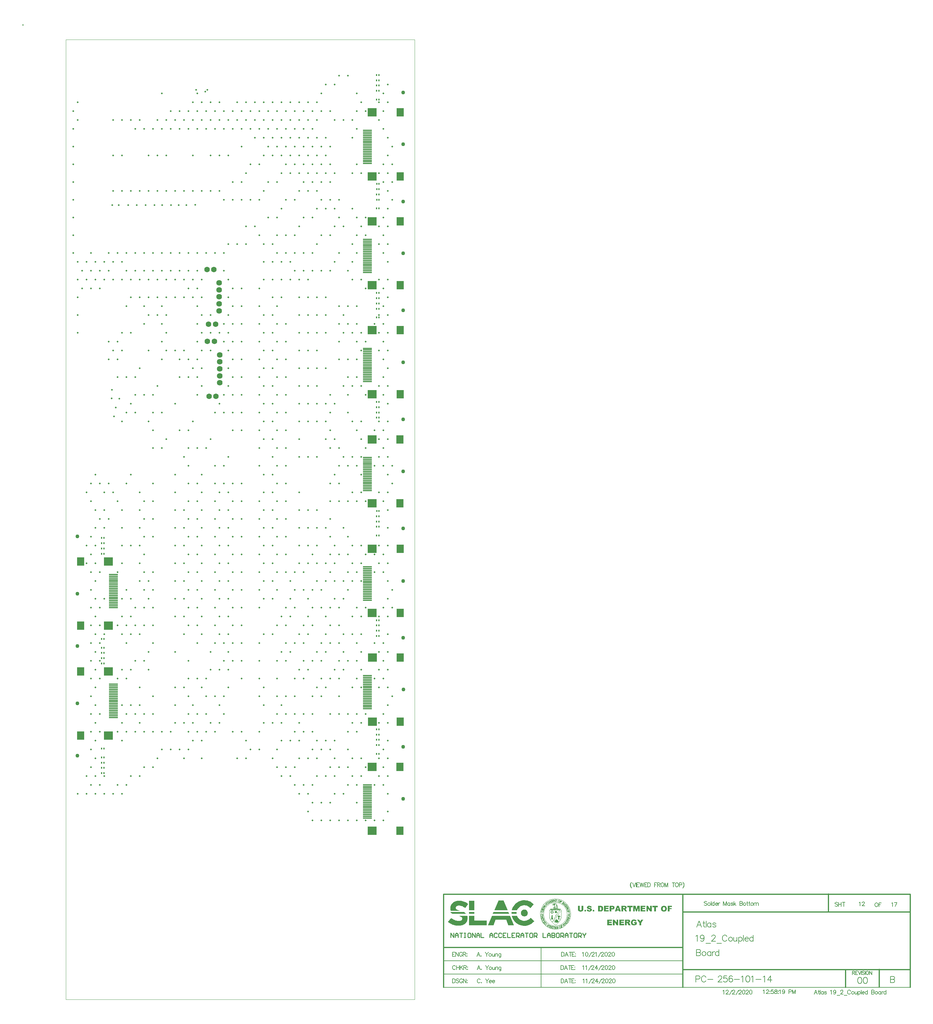
<source format=gbs>
G04*
G04 #@! TF.GenerationSoftware,Altium Limited,Altium Designer,20.1.14 (287)*
G04*
G04 Layer_Color=16711935*
%FSLAX25Y25*%
%MOIN*%
G70*
G04*
G04 #@! TF.SameCoordinates,E5BBD601-0378-4793-8288-20EAF3AE4A8C*
G04*
G04*
G04 #@! TF.FilePolarity,Negative*
G04*
G01*
G75*
%ADD11C,0.00800*%
%ADD12C,0.01000*%
%ADD13C,0.00500*%
%ADD15C,0.00400*%
%ADD17C,0.01200*%
%ADD18C,0.00026*%
%ADD19C,0.00043*%
%ADD20C,0.00195*%
%ADD21C,0.00061*%
%ADD22C,0.00087*%
%ADD23C,0.00104*%
%ADD24C,0.00052*%
%ADD25C,0.00049*%
%ADD26C,0.00183*%
%ADD27C,0.00174*%
%ADD28C,0.00244*%
%ADD29C,0.00035*%
%ADD30R,0.06131X0.10864*%
%ADD31R,0.06131X0.02042*%
%ADD43R,0.09849X0.01502*%
%ADD44R,0.09849X0.09258*%
%ADD45R,0.08274X0.09376*%
%ADD46R,0.08274X0.09258*%
%ADD50R,0.01600X0.02200*%
%ADD53R,0.01700X0.02200*%
%ADD54C,0.04337*%
%ADD55C,0.06306*%
%ADD56C,0.00400*%
%ADD58C,0.02000*%
%ADD59C,0.06400*%
G36*
X444872Y111275D02*
X445882Y111177D01*
X447164Y110976D01*
X448256Y110719D01*
X449310Y110392D01*
X450328Y109997D01*
X451308Y109536D01*
X452250Y109010D01*
X453156Y108420D01*
X454023Y107770D01*
X450838Y103152D01*
X449845Y103786D01*
X449310Y104122D01*
X448783Y104397D01*
X447898Y104858D01*
X447164Y105145D01*
X446447Y105425D01*
X445727Y105629D01*
X445369Y105704D01*
X444942Y105787D01*
X444550Y105836D01*
X444300Y105868D01*
X443986Y105882D01*
X443672Y105896D01*
X443257Y105884D01*
X442884Y105862D01*
X442205Y105746D01*
X441629Y105565D01*
X441317Y105434D01*
X441149Y105332D01*
X440920Y105192D01*
X440594Y104910D01*
X440333Y104580D01*
X440144Y104198D01*
X440041Y103811D01*
X440010Y103470D01*
X440041Y102920D01*
X440144Y102503D01*
X440340Y102114D01*
X440603Y101793D01*
X440982Y101483D01*
X441475Y101192D01*
X442093Y100911D01*
X442845Y100634D01*
X444801Y100050D01*
X434314D01*
X433984Y101622D01*
X433918Y102913D01*
X434038Y104377D01*
X434386Y105728D01*
X434949Y106957D01*
X435712Y108054D01*
X436660Y109009D01*
X437780Y109812D01*
X439055Y110454D01*
X440406Y110903D01*
X442205Y111225D01*
X443672Y111313D01*
X444872Y111275D01*
D02*
G37*
G36*
X517895Y111908D02*
X519389Y111779D01*
X520888Y111487D01*
X522227Y111086D01*
X523555Y110537D01*
X524814Y109863D01*
X525993Y109073D01*
X527087Y108173D01*
X528088Y107172D01*
X524350Y102853D01*
X523266Y103987D01*
X522533Y104583D01*
X521739Y105099D01*
X520888Y105528D01*
X519988Y105863D01*
X519043Y106100D01*
X518061Y106231D01*
X516939Y106245D01*
X515629Y106080D01*
X514388Y105729D01*
X513229Y105207D01*
X512166Y104529D01*
X511201Y103694D01*
X510390Y102764D01*
X509705Y101706D01*
X509174Y100550D01*
X503309D01*
X503371Y100938D01*
X503702Y102077D01*
X504121Y103175D01*
X504625Y104227D01*
X505209Y105231D01*
X505540Y105706D01*
X505870Y106181D01*
X506602Y107074D01*
X507403Y107905D01*
X508268Y108670D01*
X509192Y109365D01*
X510171Y109985D01*
X511215Y110533D01*
X512279Y110986D01*
X513399Y111358D01*
X514558Y111639D01*
X515751Y111825D01*
X516939Y111908D01*
X517895Y111908D01*
D02*
G37*
G36*
X498550Y100550D02*
X483481D01*
X488190Y111614D01*
X493842D01*
X498550Y100550D01*
D02*
G37*
G36*
X508675Y98506D02*
X508648Y98111D01*
X508624Y97743D01*
Y97024D01*
X508675Y96486D01*
X502993D01*
X502974Y97126D01*
X502956Y97562D01*
X502959Y97767D01*
X502993Y98507D01*
X508675Y98506D01*
D02*
G37*
G36*
X450353Y97853D02*
X450670Y97611D01*
X450986Y97369D01*
X451368Y97023D01*
X451880Y96465D01*
X436708D01*
X436380Y96635D01*
X436052Y96805D01*
X435690Y97029D01*
X435328Y97253D01*
X434903Y97592D01*
X434478Y97930D01*
X433930Y98507D01*
X449271D01*
X450353Y97853D01*
D02*
G37*
G36*
X500289Y96465D02*
X481742D01*
X482612Y98507D01*
X499421D01*
X500289Y96465D01*
D02*
G37*
G36*
X518525Y101172D02*
X519221Y100884D01*
X519848Y100465D01*
X520381Y99932D01*
X520799Y99306D01*
X521088Y98610D01*
X521235Y97871D01*
Y97494D01*
Y97491D01*
Y97114D01*
X521088Y96375D01*
X520799Y95679D01*
X520381Y95052D01*
X519848Y94519D01*
X519221Y94101D01*
X518525Y93812D01*
X517786Y93665D01*
X517033D01*
X516295Y93812D01*
X515600Y94100D01*
X514974Y94518D01*
X514442Y95050D01*
X514024Y95676D01*
X513736Y96371D01*
X513589Y97109D01*
Y97485D01*
Y97499D01*
Y97875D01*
X513736Y98613D01*
X514024Y99309D01*
X514442Y99934D01*
X514974Y100466D01*
X515600Y100884D01*
X516295Y101172D01*
X517033Y101319D01*
X517786D01*
X518525Y101172D01*
D02*
G37*
G36*
X453178Y93666D02*
X453265Y93221D01*
X453325Y92699D01*
X453342Y92243D01*
X453359Y91788D01*
X453295Y90968D01*
X453235Y90201D01*
X453055Y89489D01*
X452872Y88765D01*
X452505Y87911D01*
X452285Y87482D01*
X451887Y86919D01*
X451489Y86356D01*
X450993Y85875D01*
X450498Y85393D01*
X449326Y84596D01*
X448657Y84283D01*
X447989Y83969D01*
X447628Y83859D01*
X447126Y83707D01*
X446481Y83513D01*
X446198Y83465D01*
X445624Y83368D01*
X445222Y83300D01*
X444839Y83240D01*
X444628Y83229D01*
X443969Y83194D01*
X443608Y83175D01*
X443092Y83150D01*
X442700Y83164D01*
X442308Y83178D01*
X441861Y83193D01*
X441399Y83242D01*
X440999Y83284D01*
X440519Y83340D01*
X440092Y83416D01*
X439665Y83491D01*
X439345Y83548D01*
X438833Y83676D01*
X438469Y83768D01*
X438022Y83886D01*
X437625Y84017D01*
X437228Y84147D01*
X436887Y84259D01*
X436449Y84439D01*
X436072Y84594D01*
X435311Y84941D01*
X434927Y85132D01*
X434535Y85328D01*
X433974Y85663D01*
X433413Y85998D01*
X432334Y86758D01*
X431304Y87608D01*
X434927Y91948D01*
X435695Y91369D01*
X436072Y91084D01*
X436449Y90800D01*
X436887Y90521D01*
X437228Y90303D01*
X437625Y90082D01*
X438106Y89822D01*
X438469Y89650D01*
X438833Y89479D01*
X439089Y89380D01*
X439505Y89220D01*
X440092Y89030D01*
X440598Y88886D01*
X440999Y88801D01*
X441630Y88687D01*
X442084Y88630D01*
X442700Y88586D01*
X443187Y88565D01*
X443608Y88578D01*
X443969Y88592D01*
X444628Y88680D01*
X444857Y88735D01*
X445222Y88822D01*
X445502Y88927D01*
X445892Y89098D01*
X446198Y89265D01*
X446575Y89561D01*
X446873Y89903D01*
X447051Y90221D01*
X447126Y90406D01*
X447233Y90827D01*
X447268Y91191D01*
X447243Y91666D01*
X447126Y92112D01*
X446943Y92467D01*
X446782Y92689D01*
X446537Y92919D01*
X446330Y93081D01*
X446039Y93281D01*
X445746Y93435D01*
X445362Y93624D01*
X445048Y93757D01*
X444734Y93880D01*
X444628Y93915D01*
X443969Y94133D01*
X443127Y94423D01*
X452989D01*
X453178Y93666D01*
D02*
G37*
G36*
X461118Y89121D02*
X475011D01*
Y83548D01*
X454986D01*
Y94422D01*
X461118D01*
Y89121D01*
D02*
G37*
G36*
X505787Y83548D02*
X499376D01*
X496829Y89797D01*
X485045D01*
X482496Y83548D01*
X476247D01*
X480873Y94422D01*
X501159D01*
X505787Y83548D01*
D02*
G37*
G36*
X509415Y93832D02*
X509720Y93277D01*
X510024Y92722D01*
X510474Y92124D01*
X510781Y91716D01*
X511198Y91301D01*
X511671Y90829D01*
X511974Y90604D01*
X512276Y90379D01*
X512680Y90077D01*
X513039Y89883D01*
X513397Y89689D01*
X513794Y89474D01*
X514175Y89335D01*
X514556Y89196D01*
X514997Y89035D01*
X516276Y88774D01*
X516939Y88716D01*
X517447Y88722D01*
X518078Y88731D01*
X519083Y88868D01*
X520049Y89117D01*
X520967Y89469D01*
X521834Y89918D01*
X522237Y90188D01*
X522640Y90458D01*
X522895Y90672D01*
X523149Y90886D01*
X523380Y91081D01*
X523605Y91317D01*
X523830Y91552D01*
X524048Y91781D01*
X524258Y92024D01*
X524469Y92267D01*
X528469Y88229D01*
X527460Y87140D01*
X526344Y86159D01*
X525132Y85295D01*
X523830Y84558D01*
X523149Y84240D01*
X522237Y83898D01*
X521732Y83709D01*
X520249Y83328D01*
X518709Y83104D01*
X517920Y83054D01*
X517447Y83052D01*
X516974Y83050D01*
X516607Y83076D01*
X515750Y83136D01*
X514556Y83322D01*
X513794Y83507D01*
X513397Y83603D01*
X512478Y83908D01*
X512276Y83975D01*
X511671Y84233D01*
X511198Y84435D01*
X510474Y84816D01*
X510167Y84978D01*
X509720Y85261D01*
X509170Y85612D01*
X508717Y85953D01*
X508263Y86294D01*
X507831Y86677D01*
X507399Y87060D01*
X506598Y87892D01*
X506232Y88339D01*
X505865Y88785D01*
X505535Y89261D01*
X505205Y89737D01*
X504913Y90239D01*
X504621Y90741D01*
X504369Y91268D01*
X504118Y91795D01*
X503908Y92345D01*
X503699Y92894D01*
X503369Y94034D01*
X503307Y94422D01*
X509170D01*
X509415Y93832D01*
D02*
G37*
G36*
X590978Y105644D02*
X591083D01*
X591197Y105634D01*
X591332Y105613D01*
X591468Y105603D01*
X591770Y105540D01*
X592072Y105457D01*
X592374Y105353D01*
X592509Y105280D01*
X592634Y105197D01*
X592644D01*
X592665Y105176D01*
X592696Y105145D01*
X592738Y105113D01*
X592790Y105061D01*
X592842Y104999D01*
X592904Y104937D01*
X592977Y104853D01*
X593040Y104760D01*
X593102Y104645D01*
X593175Y104531D01*
X593227Y104406D01*
X593290Y104260D01*
X593331Y104104D01*
X593373Y103937D01*
X593404Y103760D01*
X591562Y103656D01*
Y103677D01*
X591541Y103729D01*
X591520Y103802D01*
X591489Y103895D01*
X591447Y104000D01*
X591395Y104104D01*
X591322Y104197D01*
X591239Y104281D01*
X591228Y104291D01*
X591197Y104312D01*
X591145Y104343D01*
X591072Y104385D01*
X590978Y104416D01*
X590864Y104447D01*
X590739Y104468D01*
X590583Y104478D01*
X590531D01*
X590468Y104468D01*
X590385Y104458D01*
X590219Y104416D01*
X590135Y104385D01*
X590062Y104333D01*
X590052Y104322D01*
X590042Y104312D01*
X590010Y104281D01*
X589979Y104239D01*
X589927Y104124D01*
X589906Y104052D01*
X589896Y103979D01*
Y103968D01*
Y103958D01*
X589917Y103885D01*
X589958Y103802D01*
X589990Y103750D01*
X590042Y103708D01*
X590052Y103698D01*
X590073Y103687D01*
X590114Y103666D01*
X590177Y103635D01*
X590260Y103594D01*
X590375Y103552D01*
X590520Y103510D01*
X590697Y103469D01*
X590708D01*
X590750Y103458D01*
X590822Y103437D01*
X590906Y103427D01*
X591010Y103396D01*
X591135Y103365D01*
X591270Y103333D01*
X591416Y103302D01*
X591718Y103208D01*
X592020Y103115D01*
X592165Y103063D01*
X592301Y103011D01*
X592425Y102959D01*
X592540Y102907D01*
X592550D01*
X592561Y102896D01*
X592592Y102875D01*
X592634Y102855D01*
X592727Y102792D01*
X592852Y102719D01*
X592988Y102615D01*
X593123Y102490D01*
X593248Y102355D01*
X593352Y102209D01*
X593362Y102188D01*
X593394Y102136D01*
X593435Y102053D01*
X593487Y101938D01*
X593529Y101793D01*
X593571Y101637D01*
X593602Y101460D01*
X593612Y101272D01*
Y101262D01*
Y101241D01*
Y101210D01*
Y101168D01*
X593591Y101054D01*
X593571Y100897D01*
X593529Y100731D01*
X593467Y100543D01*
X593383Y100346D01*
X593269Y100148D01*
Y100137D01*
X593258Y100127D01*
X593206Y100065D01*
X593133Y99971D01*
X593029Y99856D01*
X592894Y99731D01*
X592727Y99607D01*
X592540Y99482D01*
X592321Y99367D01*
X592311D01*
X592290Y99357D01*
X592259Y99346D01*
X592217Y99326D01*
X592155Y99305D01*
X592082Y99284D01*
X591999Y99263D01*
X591905Y99242D01*
X591801Y99211D01*
X591686Y99190D01*
X591426Y99148D01*
X591124Y99117D01*
X590791Y99107D01*
X590635D01*
X590531Y99117D01*
X590396Y99128D01*
X590250Y99138D01*
X590083Y99159D01*
X589906Y99180D01*
X589532Y99253D01*
X589344Y99305D01*
X589157Y99367D01*
X588980Y99440D01*
X588824Y99523D01*
X588667Y99617D01*
X588543Y99721D01*
X588532Y99731D01*
X588511Y99752D01*
X588480Y99783D01*
X588449Y99836D01*
X588397Y99898D01*
X588345Y99971D01*
X588282Y100054D01*
X588220Y100158D01*
X588157Y100262D01*
X588095Y100387D01*
X587981Y100648D01*
X587897Y100960D01*
X587866Y101126D01*
X587845Y101303D01*
X589709Y101428D01*
Y101408D01*
X589719Y101355D01*
X589740Y101272D01*
X589761Y101168D01*
X589792Y101054D01*
X589833Y100939D01*
X589886Y100835D01*
X589948Y100731D01*
X589958Y100710D01*
X590010Y100668D01*
X590073Y100616D01*
X590177Y100543D01*
X590302Y100471D01*
X590448Y100418D01*
X590625Y100377D01*
X590822Y100356D01*
X590895D01*
X590968Y100366D01*
X591062Y100377D01*
X591166Y100398D01*
X591280Y100439D01*
X591385Y100481D01*
X591478Y100543D01*
X591489Y100554D01*
X591509Y100575D01*
X591551Y100616D01*
X591593Y100679D01*
X591634Y100741D01*
X591676Y100824D01*
X591697Y100908D01*
X591707Y101002D01*
Y101012D01*
Y101043D01*
X591697Y101095D01*
X591676Y101147D01*
X591655Y101220D01*
X591613Y101293D01*
X591562Y101366D01*
X591489Y101439D01*
X591478Y101449D01*
X591447Y101470D01*
X591374Y101512D01*
X591280Y101564D01*
X591145Y101616D01*
X591062Y101647D01*
X590968Y101678D01*
X590864Y101709D01*
X590750Y101751D01*
X590625Y101782D01*
X590479Y101813D01*
X590468D01*
X590427Y101824D01*
X590354Y101845D01*
X590271Y101865D01*
X590167Y101897D01*
X590042Y101928D01*
X589906Y101970D01*
X589761Y102011D01*
X589459Y102126D01*
X589157Y102251D01*
X589011Y102324D01*
X588876Y102407D01*
X588751Y102490D01*
X588636Y102573D01*
X588626Y102584D01*
X588616Y102594D01*
X588584Y102626D01*
X588553Y102657D01*
X588459Y102761D01*
X588366Y102907D01*
X588262Y103084D01*
X588168Y103292D01*
X588105Y103531D01*
X588095Y103666D01*
X588085Y103802D01*
Y103812D01*
Y103823D01*
Y103885D01*
X588095Y103979D01*
X588116Y104104D01*
X588157Y104239D01*
X588199Y104395D01*
X588272Y104551D01*
X588366Y104718D01*
X588376Y104739D01*
X588418Y104791D01*
X588480Y104874D01*
X588574Y104968D01*
X588699Y105082D01*
X588844Y105197D01*
X589021Y105301D01*
X589219Y105405D01*
X589230D01*
X589251Y105415D01*
X589282Y105426D01*
X589323Y105447D01*
X589386Y105467D01*
X589448Y105488D01*
X589532Y105509D01*
X589625Y105530D01*
X589740Y105551D01*
X589854Y105571D01*
X589979Y105592D01*
X590125Y105613D01*
X590271Y105634D01*
X590427Y105644D01*
X590781Y105655D01*
X590895D01*
X590978Y105644D01*
D02*
G37*
G36*
X661215Y99211D02*
X659372D01*
X656999Y102688D01*
Y99211D01*
X655156D01*
Y105551D01*
X656978D01*
X659372Y102042D01*
Y105551D01*
X661215D01*
Y99211D01*
D02*
G37*
G36*
X647484D02*
X645881D01*
Y104041D01*
X644642Y99211D01*
X643185D01*
X641956Y104041D01*
Y99211D01*
X640353D01*
Y105551D01*
X642935D01*
X643913Y101689D01*
X644902Y105551D01*
X647484D01*
Y99211D01*
D02*
G37*
G36*
X583952Y101772D02*
Y101761D01*
Y101751D01*
Y101720D01*
Y101678D01*
X583941Y101564D01*
X583931Y101428D01*
X583910Y101262D01*
X583879Y101085D01*
X583837Y100897D01*
X583775Y100710D01*
Y100700D01*
X583764Y100689D01*
X583744Y100627D01*
X583702Y100533D01*
X583639Y100418D01*
X583567Y100273D01*
X583473Y100127D01*
X583358Y99981D01*
X583223Y99836D01*
X583202Y99815D01*
X583161Y99773D01*
X583088Y99711D01*
X582984Y99627D01*
X582869Y99544D01*
X582734Y99461D01*
X582588Y99378D01*
X582432Y99315D01*
X582421D01*
X582411Y99305D01*
X582380Y99294D01*
X582328Y99284D01*
X582276Y99263D01*
X582213Y99253D01*
X582047Y99211D01*
X581849Y99169D01*
X581620Y99138D01*
X581360Y99117D01*
X581068Y99107D01*
X580891D01*
X580766Y99117D01*
X580610D01*
X580444Y99138D01*
X580246Y99148D01*
X580048Y99169D01*
X580027D01*
X579996Y99180D01*
X579954D01*
X579861Y99201D01*
X579736Y99221D01*
X579590Y99263D01*
X579434Y99305D01*
X579278Y99357D01*
X579132Y99419D01*
X579111Y99430D01*
X579070Y99461D01*
X578997Y99502D01*
X578913Y99565D01*
X578809Y99638D01*
X578695Y99731D01*
X578580Y99846D01*
X578466Y99971D01*
X578455Y99992D01*
X578414Y100033D01*
X578362Y100106D01*
X578299Y100200D01*
X578237Y100304D01*
X578164Y100429D01*
X578101Y100564D01*
X578049Y100700D01*
Y100710D01*
X578039Y100731D01*
X578028Y100762D01*
X578018Y100804D01*
X577997Y100918D01*
X577966Y101064D01*
X577924Y101231D01*
X577904Y101408D01*
X577883Y101595D01*
X577872Y101772D01*
Y105551D01*
X579829D01*
Y101678D01*
Y101668D01*
Y101657D01*
Y101595D01*
X579840Y101501D01*
X579861Y101387D01*
X579902Y101262D01*
X579944Y101126D01*
X580017Y100991D01*
X580111Y100877D01*
X580121Y100866D01*
X580162Y100835D01*
X580225Y100783D01*
X580319Y100731D01*
X580433Y100679D01*
X580569Y100627D01*
X580735Y100595D01*
X580912Y100585D01*
X580995D01*
X581089Y100595D01*
X581204Y100616D01*
X581328Y100658D01*
X581453Y100700D01*
X581589Y100773D01*
X581703Y100866D01*
X581714Y100877D01*
X581745Y100918D01*
X581797Y100991D01*
X581849Y101074D01*
X581901Y101189D01*
X581953Y101335D01*
X581984Y101491D01*
X581995Y101678D01*
Y105551D01*
X583952D01*
Y101772D01*
D02*
G37*
G36*
X684117Y104187D02*
X681233D01*
Y103084D01*
X683700D01*
Y101803D01*
X681233D01*
Y99211D01*
X679266D01*
Y105551D01*
X684117D01*
Y104187D01*
D02*
G37*
G36*
X668033Y103989D02*
X666035D01*
Y99211D01*
X664078D01*
Y103989D01*
X662079D01*
Y105551D01*
X668033D01*
Y103989D01*
D02*
G37*
G36*
X653990Y104197D02*
X650701D01*
Y103188D01*
X653751D01*
Y101897D01*
X650701D01*
Y100648D01*
X654084D01*
Y99211D01*
X648733D01*
Y105551D01*
X653990D01*
Y104197D01*
D02*
G37*
G36*
X639489Y103989D02*
X637490D01*
Y99211D01*
X635533D01*
Y103989D01*
X633535D01*
Y105551D01*
X639489D01*
Y103989D01*
D02*
G37*
G36*
X630682Y105540D02*
X630891Y105530D01*
X631109Y105509D01*
X631349Y105488D01*
X631567Y105447D01*
X631765Y105394D01*
X631775D01*
X631786Y105384D01*
X631848Y105363D01*
X631931Y105322D01*
X632046Y105259D01*
X632161Y105186D01*
X632296Y105082D01*
X632421Y104957D01*
X632535Y104812D01*
X632546Y104791D01*
X632587Y104739D01*
X632629Y104645D01*
X632691Y104531D01*
X632744Y104374D01*
X632795Y104197D01*
X632827Y104000D01*
X632837Y103781D01*
Y103771D01*
Y103760D01*
Y103698D01*
X632827Y103594D01*
X632806Y103469D01*
X632785Y103333D01*
X632744Y103177D01*
X632681Y103021D01*
X632608Y102875D01*
X632598Y102855D01*
X632566Y102813D01*
X632514Y102740D01*
X632442Y102657D01*
X632358Y102553D01*
X632244Y102448D01*
X632129Y102344D01*
X631984Y102251D01*
X631973Y102240D01*
X631942Y102230D01*
X631879Y102199D01*
X631807Y102167D01*
X631703Y102126D01*
X631588Y102084D01*
X631453Y102042D01*
X631296Y102001D01*
X631307D01*
X631349Y101980D01*
X631411Y101959D01*
X631484Y101928D01*
X631650Y101855D01*
X631734Y101813D01*
X631796Y101772D01*
X631807D01*
X631817Y101751D01*
X631848Y101730D01*
X631879Y101699D01*
X631921Y101647D01*
X631973Y101595D01*
X632036Y101522D01*
X632108Y101428D01*
X632119Y101418D01*
X632140Y101387D01*
X632181Y101345D01*
X632223Y101283D01*
X632317Y101158D01*
X632358Y101095D01*
X632389Y101043D01*
X633347Y99211D01*
X631130D01*
X630079Y101137D01*
X630068Y101158D01*
X630047Y101199D01*
X630006Y101262D01*
X629964Y101345D01*
X629902Y101428D01*
X629849Y101501D01*
X629787Y101574D01*
X629725Y101626D01*
X629714Y101637D01*
X629693Y101647D01*
X629641Y101678D01*
X629589Y101709D01*
X629516Y101730D01*
X629433Y101761D01*
X629339Y101772D01*
X629246Y101782D01*
X629079D01*
Y99211D01*
X627112D01*
Y105551D01*
X630599D01*
X630682Y105540D01*
D02*
G37*
G36*
X626456Y99211D02*
X624395D01*
X624082Y100262D01*
X621865D01*
X621553Y99211D01*
X619554D01*
X621927Y105551D01*
X624082D01*
X626456Y99211D01*
D02*
G37*
G36*
X617212Y105540D02*
X617295D01*
X617399Y105519D01*
X617514Y105509D01*
X617638Y105488D01*
X617899Y105426D01*
X618159Y105332D01*
X618294Y105280D01*
X618419Y105207D01*
X618534Y105134D01*
X618638Y105041D01*
X618648Y105030D01*
X618659Y105020D01*
X618690Y104989D01*
X618721Y104947D01*
X618763Y104895D01*
X618805Y104832D01*
X618856Y104760D01*
X618909Y104666D01*
X618950Y104572D01*
X619002Y104468D01*
X619044Y104343D01*
X619086Y104218D01*
X619148Y103937D01*
X619158Y103771D01*
X619169Y103604D01*
Y103594D01*
Y103562D01*
Y103510D01*
X619158Y103448D01*
X619148Y103365D01*
X619138Y103271D01*
X619117Y103167D01*
X619096Y103052D01*
X619023Y102813D01*
X618919Y102563D01*
X618856Y102438D01*
X618784Y102313D01*
X618690Y102199D01*
X618586Y102094D01*
X618575Y102084D01*
X618555Y102074D01*
X618523Y102042D01*
X618482Y102011D01*
X618419Y101970D01*
X618346Y101928D01*
X618253Y101876D01*
X618149Y101834D01*
X618034Y101782D01*
X617909Y101730D01*
X617764Y101689D01*
X617607Y101647D01*
X617430Y101616D01*
X617243Y101584D01*
X617045Y101574D01*
X616827Y101564D01*
X615754D01*
Y99211D01*
X613787D01*
Y105551D01*
X617139D01*
X617212Y105540D01*
D02*
G37*
G36*
X612642Y104197D02*
X609352D01*
Y103188D01*
X612402D01*
Y101897D01*
X609352D01*
Y100648D01*
X612735D01*
Y99211D01*
X607385D01*
Y105551D01*
X612642D01*
Y104197D01*
D02*
G37*
G36*
X603648Y105540D02*
X603731D01*
X603918Y105519D01*
X604147Y105488D01*
X604376Y105447D01*
X604605Y105394D01*
X604813Y105311D01*
X604824D01*
X604834Y105301D01*
X604907Y105270D01*
X605001Y105218D01*
X605126Y105145D01*
X605261Y105051D01*
X605407Y104937D01*
X605552Y104801D01*
X605688Y104645D01*
X605709Y104624D01*
X605750Y104572D01*
X605813Y104478D01*
X605886Y104353D01*
X605969Y104208D01*
X606052Y104031D01*
X606136Y103833D01*
X606198Y103625D01*
Y103614D01*
X606208Y103604D01*
Y103562D01*
X606219Y103521D01*
X606240Y103469D01*
X606250Y103406D01*
X606281Y103250D01*
X606302Y103073D01*
X606333Y102865D01*
X606344Y102636D01*
X606354Y102396D01*
Y102386D01*
Y102355D01*
Y102303D01*
Y102230D01*
X606344Y102147D01*
Y102042D01*
X606333Y101938D01*
X606323Y101813D01*
X606292Y101564D01*
X606250Y101303D01*
X606198Y101043D01*
X606156Y100929D01*
X606115Y100814D01*
Y100804D01*
X606104Y100793D01*
X606094Y100762D01*
X606073Y100720D01*
X606021Y100616D01*
X605948Y100491D01*
X605854Y100346D01*
X605750Y100189D01*
X605615Y100033D01*
X605469Y99877D01*
X605448Y99856D01*
X605396Y99815D01*
X605313Y99752D01*
X605209Y99679D01*
X605074Y99586D01*
X604928Y99513D01*
X604772Y99440D01*
X604595Y99378D01*
X604584D01*
X604564Y99367D01*
X604532D01*
X604491Y99357D01*
X604428Y99336D01*
X604366Y99326D01*
X604210Y99294D01*
X604022Y99263D01*
X603835Y99242D01*
X603627Y99221D01*
X603429Y99211D01*
X600525D01*
Y105551D01*
X603575D01*
X603648Y105540D01*
D02*
G37*
G36*
X596371Y99211D02*
X594487D01*
Y100981D01*
X596371D01*
Y99211D01*
D02*
G37*
G36*
X587023D02*
X585139D01*
Y100981D01*
X587023D01*
Y99211D01*
D02*
G37*
G36*
X675060Y105644D02*
X675164D01*
X675300Y105634D01*
X675445Y105613D01*
X675622Y105582D01*
X675799Y105551D01*
X675997Y105499D01*
X676195Y105447D01*
X676393Y105374D01*
X676601Y105290D01*
X676799Y105197D01*
X676986Y105082D01*
X677173Y104947D01*
X677340Y104801D01*
X677350Y104791D01*
X677382Y104760D01*
X677423Y104718D01*
X677475Y104645D01*
X677538Y104562D01*
X677610Y104447D01*
X677694Y104322D01*
X677777Y104187D01*
X677850Y104020D01*
X677933Y103843D01*
X678006Y103656D01*
X678069Y103437D01*
X678121Y103208D01*
X678162Y102969D01*
X678194Y102709D01*
X678204Y102428D01*
Y102417D01*
Y102376D01*
Y102324D01*
X678194Y102240D01*
Y102147D01*
X678183Y102042D01*
X678173Y101918D01*
X678162Y101782D01*
X678110Y101491D01*
X678048Y101189D01*
X677954Y100877D01*
X677829Y100595D01*
Y100585D01*
X677808Y100564D01*
X677787Y100533D01*
X677756Y100481D01*
X677725Y100418D01*
X677673Y100356D01*
X677559Y100189D01*
X677402Y100013D01*
X677215Y99836D01*
X676996Y99648D01*
X676747Y99492D01*
X676736D01*
X676715Y99471D01*
X676674Y99461D01*
X676622Y99430D01*
X676549Y99398D01*
X676465Y99367D01*
X676372Y99336D01*
X676257Y99305D01*
X676143Y99263D01*
X676007Y99232D01*
X675862Y99201D01*
X675705Y99169D01*
X675362Y99128D01*
X674977Y99107D01*
X674873D01*
X674800Y99117D01*
X674706D01*
X674602Y99128D01*
X674477Y99138D01*
X674352Y99148D01*
X674071Y99190D01*
X673769Y99253D01*
X673478Y99326D01*
X673197Y99440D01*
X673186D01*
X673166Y99461D01*
X673134Y99482D01*
X673082Y99502D01*
X673020Y99544D01*
X672957Y99586D01*
X672791Y99700D01*
X672614Y99856D01*
X672426Y100044D01*
X672239Y100262D01*
X672062Y100523D01*
Y100533D01*
X672041Y100554D01*
X672020Y100595D01*
X672000Y100658D01*
X671968Y100731D01*
X671927Y100814D01*
X671885Y100918D01*
X671854Y101033D01*
X671812Y101158D01*
X671770Y101303D01*
X671739Y101449D01*
X671698Y101616D01*
X671677Y101793D01*
X671656Y101980D01*
X671635Y102376D01*
Y102396D01*
Y102448D01*
X671646Y102521D01*
Y102636D01*
X671666Y102761D01*
X671677Y102917D01*
X671708Y103084D01*
X671739Y103261D01*
X671791Y103448D01*
X671843Y103646D01*
X671916Y103843D01*
X672000Y104052D01*
X672104Y104249D01*
X672218Y104437D01*
X672343Y104624D01*
X672499Y104791D01*
X672510Y104801D01*
X672541Y104832D01*
X672593Y104874D01*
X672655Y104926D01*
X672749Y104989D01*
X672853Y105061D01*
X672978Y105145D01*
X673124Y105228D01*
X673290Y105301D01*
X673467Y105384D01*
X673665Y105457D01*
X673884Y105519D01*
X674113Y105571D01*
X674363Y105613D01*
X674623Y105644D01*
X674904Y105655D01*
X674977D01*
X675060Y105644D01*
D02*
G37*
G36*
X641384Y90144D02*
X641488D01*
X641592Y90134D01*
X641717D01*
X641967Y90103D01*
X642227Y90071D01*
X642477Y90019D01*
X642592Y89988D01*
X642696Y89957D01*
X642706D01*
X642717Y89947D01*
X642789Y89926D01*
X642883Y89874D01*
X643008Y89811D01*
X643143Y89728D01*
X643289Y89624D01*
X643435Y89509D01*
X643570Y89364D01*
X643581Y89343D01*
X643622Y89291D01*
X643685Y89207D01*
X643768Y89093D01*
X643851Y88947D01*
X643934Y88770D01*
X644018Y88572D01*
X644091Y88354D01*
X642196Y88021D01*
X642186Y88042D01*
X642175Y88083D01*
X642144Y88146D01*
X642102Y88218D01*
X642040Y88312D01*
X641977Y88396D01*
X641884Y88489D01*
X641790Y88562D01*
X641780Y88572D01*
X641738Y88593D01*
X641686Y88625D01*
X641603Y88666D01*
X641499Y88697D01*
X641374Y88729D01*
X641238Y88749D01*
X641082Y88760D01*
X641020D01*
X640978Y88749D01*
X640853Y88739D01*
X640707Y88708D01*
X640551Y88656D01*
X640374Y88572D01*
X640208Y88458D01*
X640124Y88396D01*
X640052Y88312D01*
X640031Y88291D01*
X640020Y88260D01*
X639989Y88229D01*
X639968Y88177D01*
X639937Y88125D01*
X639895Y88052D01*
X639864Y87969D01*
X639833Y87875D01*
X639791Y87771D01*
X639760Y87656D01*
X639739Y87531D01*
X639708Y87386D01*
X639698Y87240D01*
X639677Y87073D01*
Y86896D01*
Y86886D01*
Y86855D01*
Y86803D01*
X639687Y86730D01*
Y86647D01*
X639698Y86542D01*
X639729Y86324D01*
X639771Y86085D01*
X639843Y85845D01*
X639937Y85616D01*
X639999Y85522D01*
X640062Y85429D01*
X640083Y85408D01*
X640135Y85356D01*
X640218Y85293D01*
X640343Y85210D01*
X640489Y85127D01*
X640676Y85064D01*
X640895Y85012D01*
X641134Y84991D01*
X641186D01*
X641259Y85002D01*
X641342D01*
X641436Y85012D01*
X641540Y85033D01*
X641759Y85085D01*
X641769D01*
X641811Y85106D01*
X641873Y85127D01*
X641957Y85158D01*
X642061Y85210D01*
X642186Y85262D01*
X642310Y85325D01*
X642456Y85408D01*
Y86001D01*
X641145D01*
Y87323D01*
X644174D01*
Y84617D01*
X644164Y84606D01*
X644132Y84596D01*
X644091Y84565D01*
X644028Y84523D01*
X643955Y84471D01*
X643862Y84419D01*
X643757Y84356D01*
X643653Y84294D01*
X643414Y84169D01*
X643154Y84034D01*
X642883Y83909D01*
X642623Y83815D01*
X642612D01*
X642592Y83805D01*
X642560Y83794D01*
X642508Y83784D01*
X642446Y83763D01*
X642363Y83753D01*
X642279Y83732D01*
X642175Y83711D01*
X642061Y83690D01*
X641946Y83669D01*
X641676Y83638D01*
X641374Y83617D01*
X641041Y83607D01*
X640936D01*
X640853Y83617D01*
X640760D01*
X640645Y83628D01*
X640520Y83638D01*
X640385Y83659D01*
X640093Y83701D01*
X639791Y83763D01*
X639479Y83857D01*
X639198Y83982D01*
X639187D01*
X639167Y84002D01*
X639136Y84023D01*
X639083Y84054D01*
X639021Y84096D01*
X638959Y84148D01*
X638792Y84273D01*
X638615Y84429D01*
X638438Y84627D01*
X638251Y84856D01*
X638095Y85127D01*
Y85137D01*
X638074Y85158D01*
X638063Y85200D01*
X638032Y85262D01*
X638001Y85335D01*
X637970Y85418D01*
X637938Y85522D01*
X637907Y85626D01*
X637865Y85751D01*
X637834Y85887D01*
X637772Y86189D01*
X637730Y86522D01*
X637709Y86876D01*
Y86886D01*
Y86917D01*
Y86980D01*
X637720Y87053D01*
Y87136D01*
X637730Y87250D01*
X637741Y87365D01*
X637761Y87490D01*
X637813Y87771D01*
X637886Y88073D01*
X637990Y88385D01*
X638136Y88677D01*
X638146Y88687D01*
X638157Y88708D01*
X638178Y88749D01*
X638219Y88801D01*
X638261Y88864D01*
X638313Y88937D01*
X638448Y89114D01*
X638625Y89301D01*
X638844Y89499D01*
X639094Y89676D01*
X639385Y89842D01*
X639396D01*
X639417Y89853D01*
X639448Y89874D01*
X639500Y89894D01*
X639573Y89915D01*
X639646Y89947D01*
X639739Y89967D01*
X639843Y89999D01*
X639968Y90030D01*
X640093Y90061D01*
X640239Y90082D01*
X640395Y90103D01*
X640562Y90123D01*
X640739Y90144D01*
X640926Y90155D01*
X641301D01*
X641384Y90144D01*
D02*
G37*
G36*
X649129Y86365D02*
Y83711D01*
X647162D01*
Y86365D01*
X644694Y90051D01*
X646870D01*
X648151Y87906D01*
X649421Y90051D01*
X651596D01*
X649129Y86365D01*
D02*
G37*
G36*
X623354Y83711D02*
X621511D01*
X619138Y87188D01*
Y83711D01*
X617295D01*
Y90051D01*
X619117D01*
X621511Y86542D01*
Y90051D01*
X623354D01*
Y83711D01*
D02*
G37*
G36*
X634659Y90040D02*
X634867Y90030D01*
X635086Y90009D01*
X635325Y89988D01*
X635544Y89947D01*
X635742Y89894D01*
X635752D01*
X635763Y89884D01*
X635825Y89863D01*
X635908Y89822D01*
X636023Y89759D01*
X636137Y89686D01*
X636273Y89582D01*
X636398Y89457D01*
X636512Y89311D01*
X636523Y89291D01*
X636564Y89239D01*
X636606Y89145D01*
X636668Y89030D01*
X636720Y88874D01*
X636772Y88697D01*
X636804Y88500D01*
X636814Y88281D01*
Y88271D01*
Y88260D01*
Y88198D01*
X636804Y88094D01*
X636783Y87969D01*
X636762Y87833D01*
X636720Y87677D01*
X636658Y87521D01*
X636585Y87375D01*
X636575Y87354D01*
X636543Y87313D01*
X636491Y87240D01*
X636418Y87157D01*
X636335Y87053D01*
X636221Y86949D01*
X636106Y86844D01*
X635960Y86751D01*
X635950Y86740D01*
X635919Y86730D01*
X635856Y86699D01*
X635783Y86667D01*
X635679Y86626D01*
X635565Y86584D01*
X635429Y86542D01*
X635273Y86501D01*
X635284D01*
X635325Y86480D01*
X635388Y86459D01*
X635461Y86428D01*
X635627Y86355D01*
X635711Y86313D01*
X635773Y86272D01*
X635783D01*
X635794Y86251D01*
X635825Y86230D01*
X635856Y86199D01*
X635898Y86147D01*
X635950Y86095D01*
X636013Y86022D01*
X636085Y85928D01*
X636096Y85918D01*
X636117Y85887D01*
X636158Y85845D01*
X636200Y85783D01*
X636294Y85658D01*
X636335Y85595D01*
X636366Y85543D01*
X637324Y83711D01*
X635107D01*
X634055Y85637D01*
X634045Y85658D01*
X634024Y85699D01*
X633983Y85762D01*
X633941Y85845D01*
X633878Y85928D01*
X633826Y86001D01*
X633764Y86074D01*
X633702Y86126D01*
X633691Y86137D01*
X633670Y86147D01*
X633618Y86178D01*
X633566Y86209D01*
X633493Y86230D01*
X633410Y86261D01*
X633316Y86272D01*
X633223Y86282D01*
X633056D01*
Y83711D01*
X631089D01*
Y90051D01*
X634576D01*
X634659Y90040D01*
D02*
G37*
G36*
X629912Y88697D02*
X626623D01*
Y87688D01*
X629673D01*
Y86397D01*
X626623D01*
Y85148D01*
X630006D01*
Y83711D01*
X624655D01*
Y90051D01*
X629912D01*
Y88697D01*
D02*
G37*
G36*
X616129D02*
X612840D01*
Y87688D01*
X615890D01*
Y86397D01*
X612840D01*
Y85148D01*
X616223D01*
Y83711D01*
X610872D01*
Y90051D01*
X616129D01*
Y88697D01*
D02*
G37*
%LPC*%
G36*
X629933Y104270D02*
X629079D01*
Y102979D01*
X629964D01*
X630016Y102990D01*
X630089Y103000D01*
X630183Y103011D01*
X630287Y103031D01*
X630422Y103063D01*
X630432D01*
X630453Y103073D01*
X630495Y103084D01*
X630537Y103104D01*
X630641Y103167D01*
X630693Y103208D01*
X630745Y103261D01*
X630755Y103271D01*
X630765Y103292D01*
X630786Y103323D01*
X630807Y103365D01*
X630849Y103479D01*
X630870Y103552D01*
Y103625D01*
Y103635D01*
Y103677D01*
X630859Y103729D01*
X630849Y103802D01*
X630818Y103875D01*
X630786Y103958D01*
X630734Y104031D01*
X630672Y104104D01*
X630661Y104114D01*
X630630Y104135D01*
X630578Y104156D01*
X630505Y104187D01*
X630401Y104218D01*
X630276Y104249D01*
X630120Y104260D01*
X629933Y104270D01*
D02*
G37*
G36*
X622979Y103906D02*
X622292Y101637D01*
X623666D01*
X622979Y103906D01*
D02*
G37*
G36*
X616306Y104260D02*
X615754D01*
Y102844D01*
X616327D01*
X616421Y102855D01*
X616545Y102865D01*
X616670Y102886D01*
X616806Y102927D01*
X616920Y102969D01*
X617024Y103031D01*
X617035Y103042D01*
X617066Y103063D01*
X617097Y103115D01*
X617149Y103167D01*
X617191Y103240D01*
X617222Y103333D01*
X617253Y103427D01*
X617264Y103542D01*
Y103552D01*
Y103594D01*
X617253Y103646D01*
X617243Y103718D01*
X617212Y103802D01*
X617180Y103885D01*
X617128Y103968D01*
X617056Y104052D01*
X617045Y104062D01*
X617014Y104083D01*
X616962Y104114D01*
X616889Y104156D01*
X616785Y104197D01*
X616660Y104229D01*
X616493Y104249D01*
X616306Y104260D01*
D02*
G37*
G36*
X602960Y104114D02*
X602482D01*
Y100648D01*
X603054D01*
X603169Y100658D01*
X603294Y100668D01*
X603439Y100679D01*
X603585Y100710D01*
X603710Y100741D01*
X603825Y100783D01*
X603835Y100793D01*
X603866Y100814D01*
X603918Y100845D01*
X603970Y100897D01*
X604043Y100960D01*
X604106Y101043D01*
X604168Y101137D01*
X604230Y101251D01*
X604241Y101272D01*
X604251Y101314D01*
X604283Y101397D01*
X604314Y101522D01*
X604335Y101668D01*
X604366Y101865D01*
X604376Y102094D01*
X604387Y102355D01*
Y102365D01*
Y102396D01*
Y102448D01*
Y102521D01*
X604376Y102605D01*
X604366Y102698D01*
X604345Y102907D01*
X604303Y103136D01*
X604251Y103365D01*
X604168Y103573D01*
X604116Y103666D01*
X604053Y103739D01*
X604043Y103760D01*
X603991Y103802D01*
X603908Y103854D01*
X603793Y103927D01*
X603637Y104000D01*
X603450Y104052D01*
X603231Y104093D01*
X602960Y104114D01*
D02*
G37*
G36*
X674904Y104166D02*
X674852D01*
X674810Y104156D01*
X674696Y104145D01*
X674560Y104114D01*
X674415Y104062D01*
X674248Y103989D01*
X674092Y103885D01*
X673946Y103739D01*
X673936Y103718D01*
X673915Y103698D01*
X673894Y103656D01*
X673863Y103614D01*
X673832Y103562D01*
X673801Y103489D01*
X673769Y103417D01*
X673738Y103323D01*
X673707Y103219D01*
X673676Y103104D01*
X673644Y102979D01*
X673624Y102844D01*
X673603Y102698D01*
X673592Y102542D01*
Y102365D01*
Y102355D01*
Y102324D01*
Y102271D01*
X673603Y102209D01*
Y102126D01*
X673613Y102042D01*
X673634Y101834D01*
X673676Y101605D01*
X673738Y101387D01*
X673832Y101168D01*
X673884Y101074D01*
X673946Y100991D01*
X673967Y100970D01*
X674009Y100929D01*
X674092Y100856D01*
X674196Y100783D01*
X674342Y100710D01*
X674508Y100637D01*
X674696Y100595D01*
X674914Y100575D01*
X674977D01*
X675019Y100585D01*
X675133Y100595D01*
X675279Y100627D01*
X675435Y100679D01*
X675591Y100741D01*
X675758Y100845D01*
X675893Y100981D01*
X675903Y101002D01*
X675924Y101022D01*
X675945Y101064D01*
X675976Y101106D01*
X676007Y101168D01*
X676039Y101231D01*
X676070Y101314D01*
X676101Y101408D01*
X676132Y101522D01*
X676164Y101637D01*
X676195Y101772D01*
X676216Y101918D01*
X676236Y102084D01*
X676247Y102261D01*
Y102448D01*
Y102459D01*
Y102490D01*
Y102532D01*
X676236Y102594D01*
Y102667D01*
X676226Y102750D01*
X676205Y102948D01*
X676153Y103156D01*
X676091Y103375D01*
X676007Y103573D01*
X675945Y103666D01*
X675882Y103750D01*
X675862Y103771D01*
X675820Y103812D01*
X675737Y103885D01*
X675622Y103958D01*
X675487Y104031D01*
X675320Y104104D01*
X675123Y104145D01*
X674904Y104166D01*
D02*
G37*
G36*
X633910Y88770D02*
X633056D01*
Y87479D01*
X633941D01*
X633993Y87490D01*
X634066Y87500D01*
X634160Y87511D01*
X634264Y87531D01*
X634399Y87563D01*
X634409D01*
X634430Y87573D01*
X634472Y87584D01*
X634514Y87604D01*
X634618Y87667D01*
X634670Y87708D01*
X634722Y87761D01*
X634732Y87771D01*
X634742Y87792D01*
X634763Y87823D01*
X634784Y87865D01*
X634826Y87979D01*
X634847Y88052D01*
Y88125D01*
Y88135D01*
Y88177D01*
X634836Y88229D01*
X634826Y88302D01*
X634795Y88375D01*
X634763Y88458D01*
X634711Y88531D01*
X634649Y88604D01*
X634638Y88614D01*
X634607Y88635D01*
X634555Y88656D01*
X634482Y88687D01*
X634378Y88718D01*
X634253Y88749D01*
X634097Y88760D01*
X633910Y88770D01*
D02*
G37*
%LPD*%
D11*
X426872Y13711D02*
X696872D01*
X536372D02*
Y58711D01*
X426372Y43711D02*
X696372D01*
X426372Y28711D02*
X696372D01*
Y13711D02*
X953072D01*
D12*
X-48562Y1099476D02*
X-48800Y1099238D01*
X-48562Y1099000D01*
X-48324Y1099238D01*
X-48562Y1099476D01*
X434300Y69900D02*
Y74898D01*
X437632Y69900D01*
Y74898D01*
X439298Y69900D02*
Y73232D01*
X440965Y74898D01*
X442631Y73232D01*
Y69900D01*
Y72399D01*
X439298D01*
X444297Y74898D02*
X447629D01*
X445963D01*
Y69900D01*
X449295Y74898D02*
X450961D01*
X450128D01*
Y69900D01*
X449295D01*
X450961D01*
X455960Y74898D02*
X454293D01*
X453461Y74065D01*
Y70733D01*
X454293Y69900D01*
X455960D01*
X456793Y70733D01*
Y74065D01*
X455960Y74898D01*
X458459Y69900D02*
Y74898D01*
X461791Y69900D01*
Y74898D01*
X463457Y69900D02*
Y73232D01*
X465123Y74898D01*
X466789Y73232D01*
Y69900D01*
Y72399D01*
X463457D01*
X468456Y74898D02*
Y69900D01*
X471788D01*
X478452D02*
Y73232D01*
X480119Y74898D01*
X481785Y73232D01*
Y69900D01*
Y72399D01*
X478452D01*
X486783Y74065D02*
X485950Y74898D01*
X484284D01*
X483451Y74065D01*
Y70733D01*
X484284Y69900D01*
X485950D01*
X486783Y70733D01*
X491781Y74065D02*
X490948Y74898D01*
X489282D01*
X488449Y74065D01*
Y70733D01*
X489282Y69900D01*
X490948D01*
X491781Y70733D01*
X496780Y74898D02*
X493447D01*
Y69900D01*
X496780D01*
X493447Y72399D02*
X495114D01*
X498446Y74898D02*
Y69900D01*
X501778D01*
X506777Y74898D02*
X503444D01*
Y69900D01*
X506777D01*
X503444Y72399D02*
X505110D01*
X508443Y69900D02*
Y74898D01*
X510942D01*
X511775Y74065D01*
Y72399D01*
X510942Y71566D01*
X508443D01*
X510109D02*
X511775Y69900D01*
X513441D02*
Y73232D01*
X515107Y74898D01*
X516773Y73232D01*
Y69900D01*
Y72399D01*
X513441D01*
X518439Y74898D02*
X521772D01*
X520106D01*
Y69900D01*
X525937Y74898D02*
X524271D01*
X523438Y74065D01*
Y70733D01*
X524271Y69900D01*
X525937D01*
X526770Y70733D01*
Y74065D01*
X525937Y74898D01*
X528436Y69900D02*
Y74898D01*
X530935D01*
X531768Y74065D01*
Y72399D01*
X530935Y71566D01*
X528436D01*
X530102D02*
X531768Y69900D01*
X538433Y74898D02*
Y69900D01*
X541765D01*
X543431D02*
Y73232D01*
X545097Y74898D01*
X546764Y73232D01*
Y69900D01*
Y72399D01*
X543431D01*
X548430Y74898D02*
Y69900D01*
X550929D01*
X551762Y70733D01*
Y71566D01*
X550929Y72399D01*
X548430D01*
X550929D01*
X551762Y73232D01*
Y74065D01*
X550929Y74898D01*
X548430D01*
X555927D02*
X554261D01*
X553428Y74065D01*
Y70733D01*
X554261Y69900D01*
X555927D01*
X556760Y70733D01*
Y74065D01*
X555927Y74898D01*
X558426Y69900D02*
Y74898D01*
X560926D01*
X561759Y74065D01*
Y72399D01*
X560926Y71566D01*
X558426D01*
X560093D02*
X561759Y69900D01*
X563425D02*
Y73232D01*
X565091Y74898D01*
X566757Y73232D01*
Y69900D01*
Y72399D01*
X563425D01*
X568423Y74898D02*
X571756D01*
X570089D01*
Y69900D01*
X575921Y74898D02*
X574255D01*
X573422Y74065D01*
Y70733D01*
X574255Y69900D01*
X575921D01*
X576754Y70733D01*
Y74065D01*
X575921Y74898D01*
X578420Y69900D02*
Y74898D01*
X580919D01*
X581752Y74065D01*
Y72399D01*
X580919Y71566D01*
X578420D01*
X580086D02*
X581752Y69900D01*
X583418Y74898D02*
Y74065D01*
X585084Y72399D01*
X586751Y74065D01*
Y74898D01*
X585084Y72399D02*
Y69900D01*
D13*
X895245Y109239D02*
X895673Y109454D01*
X896316Y110096D01*
Y105597D01*
X898758Y109025D02*
Y109239D01*
X898973Y109668D01*
X899187Y109882D01*
X899615Y110096D01*
X900472D01*
X900901Y109882D01*
X901115Y109668D01*
X901329Y109239D01*
Y108811D01*
X901115Y108382D01*
X900687Y107740D01*
X898544Y105597D01*
X901544D01*
X723427Y109870D02*
X722998Y110298D01*
X722356Y110513D01*
X721499D01*
X720856Y110298D01*
X720428Y109870D01*
Y109441D01*
X720642Y109013D01*
X720856Y108799D01*
X721284Y108584D01*
X722570Y108156D01*
X722998Y107942D01*
X723213Y107728D01*
X723427Y107299D01*
Y106656D01*
X722998Y106228D01*
X722356Y106014D01*
X721499D01*
X720856Y106228D01*
X720428Y106656D01*
X725505Y109013D02*
X725076Y108799D01*
X724648Y108370D01*
X724434Y107728D01*
Y107299D01*
X724648Y106656D01*
X725076Y106228D01*
X725505Y106014D01*
X726148D01*
X726576Y106228D01*
X727005Y106656D01*
X727219Y107299D01*
Y107728D01*
X727005Y108370D01*
X726576Y108799D01*
X726148Y109013D01*
X725505D01*
X728204Y110513D02*
Y106014D01*
X731718Y110513D02*
Y106014D01*
Y108370D02*
X731289Y108799D01*
X730861Y109013D01*
X730218D01*
X729790Y108799D01*
X729361Y108370D01*
X729147Y107728D01*
Y107299D01*
X729361Y106656D01*
X729790Y106228D01*
X730218Y106014D01*
X730861D01*
X731289Y106228D01*
X731718Y106656D01*
X732918Y107728D02*
X735489D01*
Y108156D01*
X735274Y108584D01*
X735060Y108799D01*
X734632Y109013D01*
X733989D01*
X733560Y108799D01*
X733132Y108370D01*
X732918Y107728D01*
Y107299D01*
X733132Y106656D01*
X733560Y106228D01*
X733989Y106014D01*
X734632D01*
X735060Y106228D01*
X735489Y106656D01*
X736453Y109013D02*
Y106014D01*
Y107728D02*
X736667Y108370D01*
X737095Y108799D01*
X737524Y109013D01*
X738167D01*
X742108Y110513D02*
Y106014D01*
Y110513D02*
X743822Y106014D01*
X745536Y110513D02*
X743822Y106014D01*
X745536Y110513D02*
Y106014D01*
X749393Y109013D02*
Y106014D01*
Y108370D02*
X748964Y108799D01*
X748536Y109013D01*
X747893D01*
X747465Y108799D01*
X747036Y108370D01*
X746822Y107728D01*
Y107299D01*
X747036Y106656D01*
X747465Y106228D01*
X747893Y106014D01*
X748536D01*
X748964Y106228D01*
X749393Y106656D01*
X752949Y108370D02*
X752735Y108799D01*
X752092Y109013D01*
X751449D01*
X750807Y108799D01*
X750592Y108370D01*
X750807Y107942D01*
X751235Y107728D01*
X752306Y107513D01*
X752735Y107299D01*
X752949Y106871D01*
Y106656D01*
X752735Y106228D01*
X752092Y106014D01*
X751449D01*
X750807Y106228D01*
X750592Y106656D01*
X753892Y110513D02*
Y106014D01*
X756034Y109013D02*
X753892Y106871D01*
X754749Y107728D02*
X756248Y106014D01*
X760490Y110513D02*
Y106014D01*
Y110513D02*
X762419D01*
X763061Y110298D01*
X763275Y110084D01*
X763490Y109656D01*
Y109227D01*
X763275Y108799D01*
X763061Y108584D01*
X762419Y108370D01*
X760490D02*
X762419D01*
X763061Y108156D01*
X763275Y107942D01*
X763490Y107513D01*
Y106871D01*
X763275Y106442D01*
X763061Y106228D01*
X762419Y106014D01*
X760490D01*
X765568Y109013D02*
X765139Y108799D01*
X764711Y108370D01*
X764497Y107728D01*
Y107299D01*
X764711Y106656D01*
X765139Y106228D01*
X765568Y106014D01*
X766211D01*
X766639Y106228D01*
X767067Y106656D01*
X767282Y107299D01*
Y107728D01*
X767067Y108370D01*
X766639Y108799D01*
X766211Y109013D01*
X765568D01*
X768910Y110513D02*
Y106871D01*
X769124Y106228D01*
X769553Y106014D01*
X769981D01*
X768267Y109013D02*
X769767D01*
X771267Y110513D02*
Y106871D01*
X771481Y106228D01*
X771909Y106014D01*
X772338D01*
X770624Y109013D02*
X772123D01*
X774052D02*
X773623Y108799D01*
X773195Y108370D01*
X772980Y107728D01*
Y107299D01*
X773195Y106656D01*
X773623Y106228D01*
X774052Y106014D01*
X774694D01*
X775123Y106228D01*
X775551Y106656D01*
X775766Y107299D01*
Y107728D01*
X775551Y108370D01*
X775123Y108799D01*
X774694Y109013D01*
X774052D01*
X776751D02*
Y106014D01*
Y108156D02*
X777394Y108799D01*
X777822Y109013D01*
X778465D01*
X778894Y108799D01*
X779108Y108156D01*
Y106014D01*
Y108156D02*
X779750Y108799D01*
X780179Y109013D01*
X780822D01*
X781250Y108799D01*
X781464Y108156D01*
Y106014D01*
X931800Y108542D02*
X932228Y108756D01*
X932871Y109399D01*
Y104900D01*
X938099Y109399D02*
X935956Y104900D01*
X935099Y109399D02*
X938099D01*
X711100Y22933D02*
X714099D01*
X715099Y23266D01*
X715432Y23599D01*
X715766Y24266D01*
Y25265D01*
X715432Y25932D01*
X715099Y26265D01*
X714099Y26599D01*
X711100D01*
Y19600D01*
X722331Y24932D02*
X721998Y25599D01*
X721331Y26265D01*
X720665Y26599D01*
X719332D01*
X718665Y26265D01*
X717999Y25599D01*
X717665Y24932D01*
X717332Y23932D01*
Y22266D01*
X717665Y21266D01*
X717999Y20600D01*
X718665Y19933D01*
X719332Y19600D01*
X720665D01*
X721331Y19933D01*
X721998Y20600D01*
X722331Y21266D01*
X724297Y22599D02*
X730296D01*
X787016Y10107D02*
X787444Y10321D01*
X788087Y10964D01*
Y6465D01*
X790529Y9893D02*
Y10107D01*
X790743Y10536D01*
X790958Y10750D01*
X791386Y10964D01*
X792243D01*
X792672Y10750D01*
X792886Y10536D01*
X793100Y10107D01*
Y9679D01*
X792886Y9250D01*
X792457Y8608D01*
X790315Y6465D01*
X793314D01*
X794535Y9465D02*
X794321Y9250D01*
X794535Y9036D01*
X794750Y9250D01*
X794535Y9465D01*
Y6894D02*
X794321Y6679D01*
X794535Y6465D01*
X794750Y6679D01*
X794535Y6894D01*
X798306Y10964D02*
X796164D01*
X795949Y9036D01*
X796164Y9250D01*
X796806Y9465D01*
X797449D01*
X798092Y9250D01*
X798520Y8822D01*
X798735Y8179D01*
Y7751D01*
X798520Y7108D01*
X798092Y6679D01*
X797449Y6465D01*
X796806D01*
X796164Y6679D01*
X795949Y6894D01*
X795735Y7322D01*
X800813Y10964D02*
X800170Y10750D01*
X799956Y10321D01*
Y9893D01*
X800170Y9465D01*
X800598Y9250D01*
X801455Y9036D01*
X802098Y8822D01*
X802527Y8393D01*
X802741Y7965D01*
Y7322D01*
X802527Y6894D01*
X802312Y6679D01*
X801670Y6465D01*
X800813D01*
X800170Y6679D01*
X799956Y6894D01*
X799742Y7322D01*
Y7965D01*
X799956Y8393D01*
X800384Y8822D01*
X801027Y9036D01*
X801884Y9250D01*
X802312Y9465D01*
X802527Y9893D01*
Y10321D01*
X802312Y10750D01*
X801670Y10964D01*
X800813D01*
X803962Y9465D02*
X803748Y9250D01*
X803962Y9036D01*
X804176Y9250D01*
X803962Y9465D01*
Y6894D02*
X803748Y6679D01*
X803962Y6465D01*
X804176Y6679D01*
X803962Y6894D01*
X805162Y10107D02*
X805590Y10321D01*
X806233Y10964D01*
Y6465D01*
X811246Y9465D02*
X811032Y8822D01*
X810603Y8393D01*
X809961Y8179D01*
X809746D01*
X809104Y8393D01*
X808675Y8822D01*
X808461Y9465D01*
Y9679D01*
X808675Y10321D01*
X809104Y10750D01*
X809746Y10964D01*
X809961D01*
X810603Y10750D01*
X811032Y10321D01*
X811246Y9465D01*
Y8393D01*
X811032Y7322D01*
X810603Y6679D01*
X809961Y6465D01*
X809532D01*
X808889Y6679D01*
X808675Y7108D01*
X816002Y8608D02*
X817930D01*
X818573Y8822D01*
X818787Y9036D01*
X819002Y9465D01*
Y10107D01*
X818787Y10536D01*
X818573Y10750D01*
X817930Y10964D01*
X816002D01*
Y6465D01*
X820008Y10964D02*
Y6465D01*
Y10964D02*
X821723Y6465D01*
X823436Y10964D02*
X821723Y6465D01*
X823436Y10964D02*
Y6465D01*
X741516Y9607D02*
X741944Y9821D01*
X742587Y10464D01*
Y5965D01*
X745029Y9393D02*
Y9607D01*
X745243Y10036D01*
X745458Y10250D01*
X745886Y10464D01*
X746743D01*
X747172Y10250D01*
X747386Y10036D01*
X747600Y9607D01*
Y9179D01*
X747386Y8750D01*
X746957Y8107D01*
X744815Y5965D01*
X747814D01*
X748821Y5322D02*
X751821Y10464D01*
X752335Y9393D02*
Y9607D01*
X752549Y10036D01*
X752763Y10250D01*
X753192Y10464D01*
X754049D01*
X754477Y10250D01*
X754691Y10036D01*
X754906Y9607D01*
Y9179D01*
X754691Y8750D01*
X754263Y8107D01*
X752120Y5965D01*
X755120D01*
X756127Y5322D02*
X759126Y10464D01*
X759640Y9393D02*
Y9607D01*
X759855Y10036D01*
X760069Y10250D01*
X760497Y10464D01*
X761354D01*
X761783Y10250D01*
X761997Y10036D01*
X762211Y9607D01*
Y9179D01*
X761997Y8750D01*
X761568Y8107D01*
X759426Y5965D01*
X762425D01*
X764718Y10464D02*
X764075Y10250D01*
X763647Y9607D01*
X763432Y8536D01*
Y7893D01*
X763647Y6822D01*
X764075Y6179D01*
X764718Y5965D01*
X765146D01*
X765789Y6179D01*
X766218Y6822D01*
X766432Y7893D01*
Y8536D01*
X766218Y9607D01*
X765789Y10250D01*
X765146Y10464D01*
X764718D01*
X767653Y9393D02*
Y9607D01*
X767867Y10036D01*
X768081Y10250D01*
X768510Y10464D01*
X769367D01*
X769795Y10250D01*
X770010Y10036D01*
X770224Y9607D01*
Y9179D01*
X770010Y8750D01*
X769581Y8107D01*
X767439Y5965D01*
X770438D01*
X772730Y10464D02*
X772088Y10250D01*
X771659Y9607D01*
X771445Y8536D01*
Y7893D01*
X771659Y6822D01*
X772088Y6179D01*
X772730Y5965D01*
X773159D01*
X773802Y6179D01*
X774230Y6822D01*
X774444Y7893D01*
Y8536D01*
X774230Y9607D01*
X773802Y10250D01*
X773159Y10464D01*
X772730D01*
X583672Y22353D02*
X584101Y22567D01*
X584743Y23210D01*
Y18711D01*
X586972Y22353D02*
X587400Y22567D01*
X588043Y23210D01*
Y18711D01*
X590271Y18068D02*
X593270Y23210D01*
X593784Y22139D02*
Y22353D01*
X593999Y22782D01*
X594213Y22996D01*
X594641Y23210D01*
X595498D01*
X595927Y22996D01*
X596141Y22782D01*
X596355Y22353D01*
Y21925D01*
X596141Y21496D01*
X595713Y20853D01*
X593570Y18711D01*
X596569D01*
X599719Y23210D02*
X597576Y20211D01*
X600790D01*
X599719Y23210D02*
Y18711D01*
X601583Y18068D02*
X604582Y23210D01*
X605096Y22139D02*
Y22353D01*
X605310Y22782D01*
X605525Y22996D01*
X605953Y23210D01*
X606810D01*
X607239Y22996D01*
X607453Y22782D01*
X607667Y22353D01*
Y21925D01*
X607453Y21496D01*
X607024Y20853D01*
X604882Y18711D01*
X607881D01*
X610174Y23210D02*
X609531Y22996D01*
X609102Y22353D01*
X608888Y21282D01*
Y20639D01*
X609102Y19568D01*
X609531Y18925D01*
X610174Y18711D01*
X610602D01*
X611245Y18925D01*
X611673Y19568D01*
X611888Y20639D01*
Y21282D01*
X611673Y22353D01*
X611245Y22996D01*
X610602Y23210D01*
X610174D01*
X613109Y22139D02*
Y22353D01*
X613323Y22782D01*
X613537Y22996D01*
X613966Y23210D01*
X614823D01*
X615251Y22996D01*
X615465Y22782D01*
X615680Y22353D01*
Y21925D01*
X615465Y21496D01*
X615037Y20853D01*
X612895Y18711D01*
X615894D01*
X618186Y23210D02*
X617544Y22996D01*
X617115Y22353D01*
X616901Y21282D01*
Y20639D01*
X617115Y19568D01*
X617544Y18925D01*
X618186Y18711D01*
X618615D01*
X619257Y18925D01*
X619686Y19568D01*
X619900Y20639D01*
Y21282D01*
X619686Y22353D01*
X619257Y22996D01*
X618615Y23210D01*
X618186D01*
X583272Y37353D02*
X583701Y37567D01*
X584343Y38210D01*
Y33711D01*
X586572Y37353D02*
X587000Y37567D01*
X587643Y38210D01*
Y33711D01*
X589871Y33068D02*
X592870Y38210D01*
X593384Y37139D02*
Y37353D01*
X593599Y37782D01*
X593813Y37996D01*
X594241Y38210D01*
X595098D01*
X595527Y37996D01*
X595741Y37782D01*
X595955Y37353D01*
Y36925D01*
X595741Y36496D01*
X595313Y35853D01*
X593170Y33711D01*
X596170D01*
X599319Y38210D02*
X597176Y35211D01*
X600390D01*
X599319Y38210D02*
Y33711D01*
X601183Y33068D02*
X604182Y38210D01*
X604696Y37139D02*
Y37353D01*
X604911Y37782D01*
X605125Y37996D01*
X605553Y38210D01*
X606410D01*
X606839Y37996D01*
X607053Y37782D01*
X607267Y37353D01*
Y36925D01*
X607053Y36496D01*
X606624Y35853D01*
X604482Y33711D01*
X607481D01*
X609774Y38210D02*
X609131Y37996D01*
X608703Y37353D01*
X608488Y36282D01*
Y35639D01*
X608703Y34568D01*
X609131Y33925D01*
X609774Y33711D01*
X610202D01*
X610845Y33925D01*
X611273Y34568D01*
X611488Y35639D01*
Y36282D01*
X611273Y37353D01*
X610845Y37996D01*
X610202Y38210D01*
X609774D01*
X612709Y37139D02*
Y37353D01*
X612923Y37782D01*
X613137Y37996D01*
X613566Y38210D01*
X614423D01*
X614851Y37996D01*
X615065Y37782D01*
X615280Y37353D01*
Y36925D01*
X615065Y36496D01*
X614637Y35853D01*
X612495Y33711D01*
X615494D01*
X617786Y38210D02*
X617144Y37996D01*
X616715Y37353D01*
X616501Y36282D01*
Y35639D01*
X616715Y34568D01*
X617144Y33925D01*
X617786Y33711D01*
X618215D01*
X618857Y33925D01*
X619286Y34568D01*
X619500Y35639D01*
Y36282D01*
X619286Y37353D01*
X618857Y37996D01*
X618215Y38210D01*
X617786D01*
X558672D02*
Y33711D01*
Y38210D02*
X560172D01*
X560815Y37996D01*
X561243Y37567D01*
X561457Y37139D01*
X561672Y36496D01*
Y35425D01*
X561457Y34782D01*
X561243Y34354D01*
X560815Y33925D01*
X560172Y33711D01*
X558672D01*
X566106D02*
X564393Y38210D01*
X562679Y33711D01*
X563321Y35211D02*
X565464D01*
X568656Y38210D02*
Y33711D01*
X567156Y38210D02*
X570155D01*
X573476D02*
X570691D01*
Y33711D01*
X573476D01*
X570691Y36068D02*
X572405D01*
X574440Y36710D02*
X574226Y36496D01*
X574440Y36282D01*
X574655Y36496D01*
X574440Y36710D01*
Y34139D02*
X574226Y33925D01*
X574440Y33711D01*
X574655Y33925D01*
X574440Y34139D01*
X467700Y33711D02*
X465986Y38210D01*
X464272Y33711D01*
X464915Y35211D02*
X467057D01*
X468964Y34139D02*
X468750Y33925D01*
X468964Y33711D01*
X469178Y33925D01*
X468964Y34139D01*
X473699Y38210D02*
X475413Y36068D01*
Y33711D01*
X477127Y38210D02*
X475413Y36068D01*
X478776Y36710D02*
X478348Y36496D01*
X477919Y36068D01*
X477705Y35425D01*
Y34997D01*
X477919Y34354D01*
X478348Y33925D01*
X478776Y33711D01*
X479419D01*
X479847Y33925D01*
X480276Y34354D01*
X480490Y34997D01*
Y35425D01*
X480276Y36068D01*
X479847Y36496D01*
X479419Y36710D01*
X478776D01*
X481476D02*
Y34568D01*
X481690Y33925D01*
X482119Y33711D01*
X482761D01*
X483190Y33925D01*
X483832Y34568D01*
Y36710D02*
Y33711D01*
X485011Y36710D02*
Y33711D01*
Y35853D02*
X485653Y36496D01*
X486082Y36710D01*
X486725D01*
X487153Y36496D01*
X487367Y35853D01*
Y33711D01*
X491117Y36710D02*
Y33283D01*
X490902Y32640D01*
X490688Y32426D01*
X490260Y32211D01*
X489617D01*
X489188Y32426D01*
X491117Y36068D02*
X490688Y36496D01*
X490260Y36710D01*
X489617D01*
X489188Y36496D01*
X488760Y36068D01*
X488546Y35425D01*
Y34997D01*
X488760Y34354D01*
X489188Y33925D01*
X489617Y33711D01*
X490260D01*
X490688Y33925D01*
X491117Y34354D01*
X439586Y37139D02*
X439372Y37567D01*
X438943Y37996D01*
X438515Y38210D01*
X437658D01*
X437229Y37996D01*
X436801Y37567D01*
X436587Y37139D01*
X436372Y36496D01*
Y35425D01*
X436587Y34782D01*
X436801Y34354D01*
X437229Y33925D01*
X437658Y33711D01*
X438515D01*
X438943Y33925D01*
X439372Y34354D01*
X439586Y34782D01*
X440850Y38210D02*
Y33711D01*
X443849Y38210D02*
Y33711D01*
X440850Y36068D02*
X443849D01*
X445092Y38210D02*
Y33711D01*
X448091Y38210D02*
X445092Y35211D01*
X446163Y36282D02*
X448091Y33711D01*
X449098Y38210D02*
Y33711D01*
Y38210D02*
X451026D01*
X451669Y37996D01*
X451883Y37782D01*
X452098Y37353D01*
Y36925D01*
X451883Y36496D01*
X451669Y36282D01*
X451026Y36068D01*
X449098D01*
X450598D02*
X452098Y33711D01*
X453319Y36710D02*
X453104Y36496D01*
X453319Y36282D01*
X453533Y36496D01*
X453319Y36710D01*
Y34139D02*
X453104Y33925D01*
X453319Y33711D01*
X453533Y33925D01*
X453319Y34139D01*
X558972Y23210D02*
Y18711D01*
Y23210D02*
X560472D01*
X561115Y22996D01*
X561543Y22567D01*
X561757Y22139D01*
X561972Y21496D01*
Y20425D01*
X561757Y19782D01*
X561543Y19354D01*
X561115Y18925D01*
X560472Y18711D01*
X558972D01*
X566406D02*
X564692Y23210D01*
X562979Y18711D01*
X563621Y20211D02*
X565764D01*
X568956Y23210D02*
Y18711D01*
X567456Y23210D02*
X570456D01*
X573776D02*
X570991D01*
Y18711D01*
X573776D01*
X570991Y21068D02*
X572705D01*
X574740Y21710D02*
X574526Y21496D01*
X574740Y21282D01*
X574955Y21496D01*
X574740Y21710D01*
Y19139D02*
X574526Y18925D01*
X574740Y18711D01*
X574955Y18925D01*
X574740Y19139D01*
X847943Y5965D02*
X846230Y10464D01*
X844516Y5965D01*
X845158Y7465D02*
X847301D01*
X849636Y10464D02*
Y6822D01*
X849850Y6179D01*
X850279Y5965D01*
X850707D01*
X848993Y8964D02*
X850493D01*
X851350Y10464D02*
Y5965D01*
X854863Y8964D02*
Y5965D01*
Y8322D02*
X854435Y8750D01*
X854006Y8964D01*
X853364D01*
X852935Y8750D01*
X852507Y8322D01*
X852293Y7679D01*
Y7251D01*
X852507Y6608D01*
X852935Y6179D01*
X853364Y5965D01*
X854006D01*
X854435Y6179D01*
X854863Y6608D01*
X858420Y8322D02*
X858206Y8750D01*
X857563Y8964D01*
X856920D01*
X856277Y8750D01*
X856063Y8322D01*
X856277Y7893D01*
X856706Y7679D01*
X857777Y7465D01*
X858206Y7251D01*
X858420Y6822D01*
Y6608D01*
X858206Y6179D01*
X857563Y5965D01*
X856920D01*
X856277Y6179D01*
X856063Y6608D01*
X862897Y9607D02*
X863326Y9821D01*
X863969Y10464D01*
Y5965D01*
X868982Y8964D02*
X868768Y8322D01*
X868339Y7893D01*
X867696Y7679D01*
X867482D01*
X866839Y7893D01*
X866411Y8322D01*
X866197Y8964D01*
Y9179D01*
X866411Y9821D01*
X866839Y10250D01*
X867482Y10464D01*
X867696D01*
X868339Y10250D01*
X868768Y9821D01*
X868982Y8964D01*
Y7893D01*
X868768Y6822D01*
X868339Y6179D01*
X867696Y5965D01*
X867268D01*
X866625Y6179D01*
X866411Y6608D01*
X870203Y4465D02*
X873631D01*
X874424Y9393D02*
Y9607D01*
X874638Y10036D01*
X874852Y10250D01*
X875280Y10464D01*
X876137D01*
X876566Y10250D01*
X876780Y10036D01*
X876994Y9607D01*
Y9179D01*
X876780Y8750D01*
X876352Y8108D01*
X874209Y5965D01*
X877209D01*
X878216Y4465D02*
X881643D01*
X885435Y9393D02*
X885221Y9821D01*
X884793Y10250D01*
X884364Y10464D01*
X883507D01*
X883079Y10250D01*
X882650Y9821D01*
X882436Y9393D01*
X882222Y8750D01*
Y7679D01*
X882436Y7036D01*
X882650Y6608D01*
X883079Y6179D01*
X883507Y5965D01*
X884364D01*
X884793Y6179D01*
X885221Y6608D01*
X885435Y7036D01*
X887771Y8964D02*
X887342Y8750D01*
X886914Y8322D01*
X886699Y7679D01*
Y7251D01*
X886914Y6608D01*
X887342Y6179D01*
X887771Y5965D01*
X888413D01*
X888842Y6179D01*
X889270Y6608D01*
X889485Y7251D01*
Y7679D01*
X889270Y8322D01*
X888842Y8750D01*
X888413Y8964D01*
X887771D01*
X890470D02*
Y6822D01*
X890684Y6179D01*
X891113Y5965D01*
X891755D01*
X892184Y6179D01*
X892827Y6822D01*
Y8964D02*
Y5965D01*
X894005Y8964D02*
Y4465D01*
Y8322D02*
X894433Y8750D01*
X894862Y8964D01*
X895505D01*
X895933Y8750D01*
X896362Y8322D01*
X896576Y7679D01*
Y7251D01*
X896362Y6608D01*
X895933Y6179D01*
X895505Y5965D01*
X894862D01*
X894433Y6179D01*
X894005Y6608D01*
X897540Y10464D02*
Y5965D01*
X898483Y7679D02*
X901054D01*
Y8108D01*
X900839Y8536D01*
X900625Y8750D01*
X900197Y8964D01*
X899554D01*
X899125Y8750D01*
X898697Y8322D01*
X898483Y7679D01*
Y7251D01*
X898697Y6608D01*
X899125Y6179D01*
X899554Y5965D01*
X900197D01*
X900625Y6179D01*
X901054Y6608D01*
X904589Y10464D02*
Y5965D01*
Y8322D02*
X904160Y8750D01*
X903732Y8964D01*
X903089D01*
X902660Y8750D01*
X902232Y8322D01*
X902018Y7679D01*
Y7251D01*
X902232Y6608D01*
X902660Y6179D01*
X903089Y5965D01*
X903732D01*
X904160Y6179D01*
X904589Y6608D01*
X909323Y10464D02*
Y5965D01*
Y10464D02*
X911251D01*
X911894Y10250D01*
X912108Y10036D01*
X912323Y9607D01*
Y9179D01*
X912108Y8750D01*
X911894Y8536D01*
X911251Y8322D01*
X909323D02*
X911251D01*
X911894Y8108D01*
X912108Y7893D01*
X912323Y7465D01*
Y6822D01*
X912108Y6394D01*
X911894Y6179D01*
X911251Y5965D01*
X909323D01*
X914401Y8964D02*
X913972Y8750D01*
X913544Y8322D01*
X913330Y7679D01*
Y7251D01*
X913544Y6608D01*
X913972Y6179D01*
X914401Y5965D01*
X915043D01*
X915472Y6179D01*
X915900Y6608D01*
X916115Y7251D01*
Y7679D01*
X915900Y8322D01*
X915472Y8750D01*
X915043Y8964D01*
X914401D01*
X919671D02*
Y5965D01*
Y8322D02*
X919242Y8750D01*
X918814Y8964D01*
X918171D01*
X917743Y8750D01*
X917314Y8322D01*
X917100Y7679D01*
Y7251D01*
X917314Y6608D01*
X917743Y6179D01*
X918171Y5965D01*
X918814D01*
X919242Y6179D01*
X919671Y6608D01*
X920871Y8964D02*
Y5965D01*
Y7679D02*
X921085Y8322D01*
X921513Y8750D01*
X921942Y8964D01*
X922585D01*
X925563Y10464D02*
Y5965D01*
Y8322D02*
X925134Y8750D01*
X924706Y8964D01*
X924063D01*
X923634Y8750D01*
X923206Y8322D01*
X922992Y7679D01*
Y7251D01*
X923206Y6608D01*
X923634Y6179D01*
X924063Y5965D01*
X924706D01*
X925134Y6179D01*
X925563Y6608D01*
X582972Y52353D02*
X583401Y52567D01*
X584044Y53210D01*
Y48711D01*
X587557Y53210D02*
X586914Y52996D01*
X586486Y52353D01*
X586272Y51282D01*
Y50639D01*
X586486Y49568D01*
X586914Y48925D01*
X587557Y48711D01*
X587986D01*
X588628Y48925D01*
X589057Y49568D01*
X589271Y50639D01*
Y51282D01*
X589057Y52353D01*
X588628Y52996D01*
X587986Y53210D01*
X587557D01*
X590278Y48068D02*
X593277Y53210D01*
X593791Y52139D02*
Y52353D01*
X594006Y52782D01*
X594220Y52996D01*
X594648Y53210D01*
X595505D01*
X595934Y52996D01*
X596148Y52782D01*
X596362Y52353D01*
Y51925D01*
X596148Y51496D01*
X595719Y50853D01*
X593577Y48711D01*
X596576D01*
X597583Y52353D02*
X598012Y52567D01*
X598655Y53210D01*
Y48711D01*
X600883Y48068D02*
X603882Y53210D01*
X604396Y52139D02*
Y52353D01*
X604610Y52782D01*
X604825Y52996D01*
X605253Y53210D01*
X606110D01*
X606539Y52996D01*
X606753Y52782D01*
X606967Y52353D01*
Y51925D01*
X606753Y51496D01*
X606324Y50853D01*
X604182Y48711D01*
X607181D01*
X609474Y53210D02*
X608831Y52996D01*
X608402Y52353D01*
X608188Y51282D01*
Y50639D01*
X608402Y49568D01*
X608831Y48925D01*
X609474Y48711D01*
X609902D01*
X610545Y48925D01*
X610973Y49568D01*
X611188Y50639D01*
Y51282D01*
X610973Y52353D01*
X610545Y52996D01*
X609902Y53210D01*
X609474D01*
X612409Y52139D02*
Y52353D01*
X612623Y52782D01*
X612837Y52996D01*
X613266Y53210D01*
X614123D01*
X614551Y52996D01*
X614765Y52782D01*
X614980Y52353D01*
Y51925D01*
X614765Y51496D01*
X614337Y50853D01*
X612195Y48711D01*
X615194D01*
X617486Y53210D02*
X616844Y52996D01*
X616415Y52353D01*
X616201Y51282D01*
Y50639D01*
X616415Y49568D01*
X616844Y48925D01*
X617486Y48711D01*
X617915D01*
X618558Y48925D01*
X618986Y49568D01*
X619200Y50639D01*
Y51282D01*
X618986Y52353D01*
X618558Y52996D01*
X617915Y53210D01*
X617486D01*
X467486Y22139D02*
X467272Y22567D01*
X466843Y22996D01*
X466415Y23210D01*
X465558D01*
X465129Y22996D01*
X464701Y22567D01*
X464487Y22139D01*
X464272Y21496D01*
Y20425D01*
X464487Y19782D01*
X464701Y19354D01*
X465129Y18925D01*
X465558Y18711D01*
X466415D01*
X466843Y18925D01*
X467272Y19354D01*
X467486Y19782D01*
X468964Y19139D02*
X468750Y18925D01*
X468964Y18711D01*
X469178Y18925D01*
X468964Y19139D01*
X473699Y23210D02*
X475413Y21068D01*
Y18711D01*
X477127Y23210D02*
X475413Y21068D01*
X477705Y20425D02*
X480276D01*
Y20853D01*
X480062Y21282D01*
X479847Y21496D01*
X479419Y21710D01*
X478776D01*
X478348Y21496D01*
X477919Y21068D01*
X477705Y20425D01*
Y19997D01*
X477919Y19354D01*
X478348Y18925D01*
X478776Y18711D01*
X479419D01*
X479847Y18925D01*
X480276Y19354D01*
X481240Y20425D02*
X483811D01*
Y20853D01*
X483597Y21282D01*
X483383Y21496D01*
X482954Y21710D01*
X482311D01*
X481883Y21496D01*
X481454Y21068D01*
X481240Y20425D01*
Y19997D01*
X481454Y19354D01*
X481883Y18925D01*
X482311Y18711D01*
X482954D01*
X483383Y18925D01*
X483811Y19354D01*
X467400Y48711D02*
X465686Y53210D01*
X463972Y48711D01*
X464615Y50211D02*
X466757D01*
X468664Y49139D02*
X468450Y48925D01*
X468664Y48711D01*
X468878Y48925D01*
X468664Y49139D01*
X473399Y53210D02*
X475113Y51068D01*
Y48711D01*
X476827Y53210D02*
X475113Y51068D01*
X478476Y51710D02*
X478048Y51496D01*
X477619Y51068D01*
X477405Y50425D01*
Y49997D01*
X477619Y49354D01*
X478048Y48925D01*
X478476Y48711D01*
X479119D01*
X479548Y48925D01*
X479976Y49354D01*
X480190Y49997D01*
Y50425D01*
X479976Y51068D01*
X479548Y51496D01*
X479119Y51710D01*
X478476D01*
X481176D02*
Y49568D01*
X481390Y48925D01*
X481818Y48711D01*
X482461D01*
X482890Y48925D01*
X483532Y49568D01*
Y51710D02*
Y48711D01*
X484711Y51710D02*
Y48711D01*
Y50853D02*
X485353Y51496D01*
X485782Y51710D01*
X486425D01*
X486853Y51496D01*
X487067Y50853D01*
Y48711D01*
X490816Y51710D02*
Y48283D01*
X490602Y47640D01*
X490388Y47426D01*
X489960Y47211D01*
X489317D01*
X488888Y47426D01*
X490816Y51068D02*
X490388Y51496D01*
X489960Y51710D01*
X489317D01*
X488888Y51496D01*
X488460Y51068D01*
X488246Y50425D01*
Y49997D01*
X488460Y49354D01*
X488888Y48925D01*
X489317Y48711D01*
X489960D01*
X490388Y48925D01*
X490816Y49354D01*
X638600Y132456D02*
X638171Y132027D01*
X637743Y131385D01*
X637314Y130528D01*
X637100Y129457D01*
Y128600D01*
X637314Y127529D01*
X637743Y126672D01*
X638171Y126029D01*
X638600Y125600D01*
X638171Y132027D02*
X637743Y131171D01*
X637529Y130528D01*
X637314Y129457D01*
Y128600D01*
X637529Y127529D01*
X637743Y126886D01*
X638171Y126029D01*
X639457Y131599D02*
X641171Y127100D01*
X642884Y131599D02*
X641171Y127100D01*
X643463Y131599D02*
Y127100D01*
X647191Y131599D02*
X644406D01*
Y127100D01*
X647191D01*
X644406Y129457D02*
X646119D01*
X647940Y131599D02*
X649012Y127100D01*
X650083Y131599D02*
X649012Y127100D01*
X650083Y131599D02*
X651154Y127100D01*
X652225Y131599D02*
X651154Y127100D01*
X655910Y131599D02*
X653125D01*
Y127100D01*
X655910D01*
X653125Y129457D02*
X654839D01*
X656660Y131599D02*
Y127100D01*
Y131599D02*
X658160D01*
X658803Y131385D01*
X659231Y130956D01*
X659445Y130528D01*
X659659Y129885D01*
Y128814D01*
X659445Y128171D01*
X659231Y127743D01*
X658803Y127314D01*
X658160Y127100D01*
X656660D01*
X664201Y131599D02*
Y127100D01*
Y131599D02*
X666987D01*
X664201Y129457D02*
X665915D01*
X667501Y131599D02*
Y127100D01*
Y131599D02*
X669429D01*
X670072Y131385D01*
X670286Y131171D01*
X670500Y130742D01*
Y130314D01*
X670286Y129885D01*
X670072Y129671D01*
X669429Y129457D01*
X667501D01*
X669000D02*
X670500Y127100D01*
X672792Y131599D02*
X672364Y131385D01*
X671935Y130956D01*
X671721Y130528D01*
X671507Y129885D01*
Y128814D01*
X671721Y128171D01*
X671935Y127743D01*
X672364Y127314D01*
X672792Y127100D01*
X673649D01*
X674078Y127314D01*
X674506Y127743D01*
X674720Y128171D01*
X674935Y128814D01*
Y129885D01*
X674720Y130528D01*
X674506Y130956D01*
X674078Y131385D01*
X673649Y131599D01*
X672792D01*
X675984D02*
Y127100D01*
Y131599D02*
X677698Y127100D01*
X679412Y131599D02*
X677698Y127100D01*
X679412Y131599D02*
Y127100D01*
X685732Y131599D02*
Y127100D01*
X684233Y131599D02*
X687232D01*
X689053D02*
X688625Y131385D01*
X688196Y130956D01*
X687982Y130528D01*
X687768Y129885D01*
Y128814D01*
X687982Y128171D01*
X688196Y127743D01*
X688625Y127314D01*
X689053Y127100D01*
X689910D01*
X690339Y127314D01*
X690767Y127743D01*
X690981Y128171D01*
X691196Y128814D01*
Y129885D01*
X690981Y130528D01*
X690767Y130956D01*
X690339Y131385D01*
X689910Y131599D01*
X689053D01*
X692245Y129242D02*
X694173D01*
X694816Y129457D01*
X695030Y129671D01*
X695245Y130099D01*
Y130742D01*
X695030Y131171D01*
X694816Y131385D01*
X694173Y131599D01*
X692245D01*
Y127100D01*
X696252Y132456D02*
X696680Y132027D01*
X697109Y131385D01*
X697537Y130528D01*
X697751Y129457D01*
Y128600D01*
X697537Y127529D01*
X697109Y126672D01*
X696680Y126029D01*
X696252Y125600D01*
X696680Y132027D02*
X697109Y131171D01*
X697323Y130528D01*
X697537Y129457D01*
Y128600D01*
X697323Y127529D01*
X697109Y126886D01*
X696680Y126029D01*
X914358Y109010D02*
X913929Y108796D01*
X913501Y108367D01*
X913287Y107939D01*
X913072Y107296D01*
Y106225D01*
X913287Y105582D01*
X913501Y105154D01*
X913929Y104725D01*
X914358Y104511D01*
X915215D01*
X915643Y104725D01*
X916072Y105154D01*
X916286Y105582D01*
X916500Y106225D01*
Y107296D01*
X916286Y107939D01*
X916072Y108367D01*
X915643Y108796D01*
X915215Y109010D01*
X914358D01*
X917550D02*
Y104511D01*
Y109010D02*
X920335D01*
X917550Y106868D02*
X919264D01*
X871072Y108867D02*
X870643Y109296D01*
X870000Y109510D01*
X869143D01*
X868501Y109296D01*
X868072Y108867D01*
Y108439D01*
X868287Y108010D01*
X868501Y107796D01*
X868929Y107582D01*
X870215Y107153D01*
X870643Y106939D01*
X870858Y106725D01*
X871072Y106296D01*
Y105654D01*
X870643Y105225D01*
X870000Y105011D01*
X869143D01*
X868501Y105225D01*
X868072Y105654D01*
X872079Y109510D02*
Y105011D01*
X875078Y109510D02*
Y105011D01*
X872079Y107368D02*
X875078D01*
X877820Y109510D02*
Y105011D01*
X876321Y109510D02*
X879320D01*
X736206Y25043D02*
Y25376D01*
X736539Y26043D01*
X736872Y26376D01*
X737539Y26709D01*
X738872D01*
X739538Y26376D01*
X739872Y26043D01*
X740205Y25376D01*
Y24710D01*
X739872Y24043D01*
X739205Y23044D01*
X735872Y19711D01*
X740538D01*
X746103Y26709D02*
X742771D01*
X742438Y23710D01*
X742771Y24043D01*
X743771Y24377D01*
X744770D01*
X745770Y24043D01*
X746437Y23377D01*
X746770Y22377D01*
Y21711D01*
X746437Y20711D01*
X745770Y20044D01*
X744770Y19711D01*
X743771D01*
X742771Y20044D01*
X742438Y20378D01*
X742104Y21044D01*
X752336Y25710D02*
X752002Y26376D01*
X751002Y26709D01*
X750336D01*
X749336Y26376D01*
X748670Y25376D01*
X748336Y23710D01*
Y22044D01*
X748670Y20711D01*
X749336Y20044D01*
X750336Y19711D01*
X750669D01*
X751669Y20044D01*
X752336Y20711D01*
X752669Y21711D01*
Y22044D01*
X752336Y23044D01*
X751669Y23710D01*
X750669Y24043D01*
X750336D01*
X749336Y23710D01*
X748670Y23044D01*
X748336Y22044D01*
X754202Y22710D02*
X760201D01*
X762267Y25376D02*
X762933Y25710D01*
X763933Y26709D01*
Y19711D01*
X769398Y26709D02*
X768399Y26376D01*
X767732Y25376D01*
X767399Y23710D01*
Y22710D01*
X767732Y21044D01*
X768399Y20044D01*
X769398Y19711D01*
X770065D01*
X771065Y20044D01*
X771731Y21044D01*
X772065Y22710D01*
Y23710D01*
X771731Y25376D01*
X771065Y26376D01*
X770065Y26709D01*
X769398D01*
X773631Y25376D02*
X774297Y25710D01*
X775297Y26709D01*
Y19711D01*
X778763Y22710D02*
X784762D01*
X786828Y25376D02*
X787495Y25710D01*
X788494Y26709D01*
Y19711D01*
X795293Y26709D02*
X791960Y22044D01*
X796959D01*
X795293Y26709D02*
Y19711D01*
X559372Y53210D02*
Y48711D01*
Y53210D02*
X560872D01*
X561515Y52996D01*
X561943Y52567D01*
X562157Y52139D01*
X562372Y51496D01*
Y50425D01*
X562157Y49782D01*
X561943Y49354D01*
X561515Y48925D01*
X560872Y48711D01*
X559372D01*
X566806D02*
X565093Y53210D01*
X563379Y48711D01*
X564021Y50211D02*
X566164D01*
X569356Y53210D02*
Y48711D01*
X567856Y53210D02*
X570856D01*
X574176D02*
X571391D01*
Y48711D01*
X574176D01*
X571391Y51068D02*
X573105D01*
X575140Y51710D02*
X574926Y51496D01*
X575140Y51282D01*
X575355Y51496D01*
X575140Y51710D01*
Y49139D02*
X574926Y48925D01*
X575140Y48711D01*
X575355Y48925D01*
X575140Y49139D01*
X439157Y53210D02*
X436372D01*
Y48711D01*
X439157D01*
X436372Y51068D02*
X438086D01*
X439907Y53210D02*
Y48711D01*
Y53210D02*
X442907Y48711D01*
Y53210D02*
Y48711D01*
X447363Y52139D02*
X447149Y52567D01*
X446720Y52996D01*
X446292Y53210D01*
X445435D01*
X445006Y52996D01*
X444578Y52567D01*
X444363Y52139D01*
X444149Y51496D01*
Y50425D01*
X444363Y49782D01*
X444578Y49354D01*
X445006Y48925D01*
X445435Y48711D01*
X446292D01*
X446720Y48925D01*
X447149Y49354D01*
X447363Y49782D01*
Y50425D01*
X446292D02*
X447363D01*
X448391Y53210D02*
Y48711D01*
Y53210D02*
X450319D01*
X450962Y52996D01*
X451176Y52782D01*
X451391Y52353D01*
Y51925D01*
X451176Y51496D01*
X450962Y51282D01*
X450319Y51068D01*
X448391D01*
X449891D02*
X451391Y48711D01*
X452612Y51710D02*
X452397Y51496D01*
X452612Y51282D01*
X452826Y51496D01*
X452612Y51710D01*
Y49139D02*
X452397Y48925D01*
X452612Y48711D01*
X452826Y48925D01*
X452612Y49139D01*
X436372Y23210D02*
Y18711D01*
Y23210D02*
X437872D01*
X438515Y22996D01*
X438943Y22567D01*
X439157Y22139D01*
X439372Y21496D01*
Y20425D01*
X439157Y19782D01*
X438943Y19354D01*
X438515Y18925D01*
X437872Y18711D01*
X436372D01*
X443378Y22567D02*
X442949Y22996D01*
X442307Y23210D01*
X441450D01*
X440807Y22996D01*
X440379Y22567D01*
Y22139D01*
X440593Y21710D01*
X440807Y21496D01*
X441235Y21282D01*
X442521Y20853D01*
X442949Y20639D01*
X443164Y20425D01*
X443378Y19997D01*
Y19354D01*
X442949Y18925D01*
X442307Y18711D01*
X441450D01*
X440807Y18925D01*
X440379Y19354D01*
X447598Y22139D02*
X447384Y22567D01*
X446956Y22996D01*
X446527Y23210D01*
X445670D01*
X445242Y22996D01*
X444813Y22567D01*
X444599Y22139D01*
X444385Y21496D01*
Y20425D01*
X444599Y19782D01*
X444813Y19354D01*
X445242Y18925D01*
X445670Y18711D01*
X446527D01*
X446956Y18925D01*
X447384Y19354D01*
X447598Y19782D01*
Y20425D01*
X446527D02*
X447598D01*
X448627Y23210D02*
Y18711D01*
Y23210D02*
X451626Y18711D01*
Y23210D02*
Y18711D01*
X453083Y21710D02*
X452869Y21496D01*
X453083Y21282D01*
X453297Y21496D01*
X453083Y21710D01*
Y19139D02*
X452869Y18925D01*
X453083Y18711D01*
X453297Y18925D01*
X453083Y19139D01*
X717205Y81711D02*
X714538Y88709D01*
X711872Y81711D01*
X712872Y84044D02*
X716205D01*
X719837Y88709D02*
Y83044D01*
X720171Y82044D01*
X720837Y81711D01*
X721504D01*
X718837Y86377D02*
X721170D01*
X722503Y88709D02*
Y81711D01*
X727969Y86377D02*
Y81711D01*
Y85377D02*
X727302Y86043D01*
X726636Y86377D01*
X725636D01*
X724969Y86043D01*
X724303Y85377D01*
X723970Y84377D01*
Y83710D01*
X724303Y82711D01*
X724969Y82044D01*
X725636Y81711D01*
X726636D01*
X727302Y82044D01*
X727969Y82711D01*
X733501Y85377D02*
X733168Y86043D01*
X732168Y86377D01*
X731168D01*
X730168Y86043D01*
X729835Y85377D01*
X730168Y84710D01*
X730835Y84377D01*
X732501Y84044D01*
X733168Y83710D01*
X733501Y83044D01*
Y82711D01*
X733168Y82044D01*
X732168Y81711D01*
X731168D01*
X730168Y82044D01*
X729835Y82711D01*
X710872Y71376D02*
X711539Y71710D01*
X712539Y72710D01*
Y65711D01*
X720337Y70377D02*
X720004Y69377D01*
X719337Y68710D01*
X718337Y68377D01*
X718004D01*
X717004Y68710D01*
X716338Y69377D01*
X716005Y70377D01*
Y70710D01*
X716338Y71710D01*
X717004Y72376D01*
X718004Y72710D01*
X718337D01*
X719337Y72376D01*
X720004Y71710D01*
X720337Y70377D01*
Y68710D01*
X720004Y67044D01*
X719337Y66044D01*
X718337Y65711D01*
X717671D01*
X716671Y66044D01*
X716338Y66711D01*
X722237Y63378D02*
X727569D01*
X728802Y71043D02*
Y71376D01*
X729135Y72043D01*
X729468Y72376D01*
X730135Y72710D01*
X731468D01*
X732134Y72376D01*
X732468Y72043D01*
X732801Y71376D01*
Y70710D01*
X732468Y70043D01*
X731801Y69044D01*
X728469Y65711D01*
X733134D01*
X734701Y63378D02*
X740033D01*
X745931Y71043D02*
X745598Y71710D01*
X744932Y72376D01*
X744265Y72710D01*
X742932D01*
X742266Y72376D01*
X741599Y71710D01*
X741266Y71043D01*
X740933Y70043D01*
Y68377D01*
X741266Y67377D01*
X741599Y66711D01*
X742266Y66044D01*
X742932Y65711D01*
X744265D01*
X744932Y66044D01*
X745598Y66711D01*
X745931Y67377D01*
X749564Y70377D02*
X748898Y70043D01*
X748231Y69377D01*
X747898Y68377D01*
Y67711D01*
X748231Y66711D01*
X748898Y66044D01*
X749564Y65711D01*
X750564D01*
X751230Y66044D01*
X751897Y66711D01*
X752230Y67711D01*
Y68377D01*
X751897Y69377D01*
X751230Y70043D01*
X750564Y70377D01*
X749564D01*
X753763D02*
Y67044D01*
X754096Y66044D01*
X754763Y65711D01*
X755763D01*
X756429Y66044D01*
X757429Y67044D01*
Y70377D02*
Y65711D01*
X759262Y70377D02*
Y63378D01*
Y69377D02*
X759929Y70043D01*
X760595Y70377D01*
X761595D01*
X762261Y70043D01*
X762928Y69377D01*
X763261Y68377D01*
Y67711D01*
X762928Y66711D01*
X762261Y66044D01*
X761595Y65711D01*
X760595D01*
X759929Y66044D01*
X759262Y66711D01*
X764761Y72710D02*
Y65711D01*
X766227Y68377D02*
X770226D01*
Y69044D01*
X769893Y69710D01*
X769560Y70043D01*
X768893Y70377D01*
X767894D01*
X767227Y70043D01*
X766560Y69377D01*
X766227Y68377D01*
Y67711D01*
X766560Y66711D01*
X767227Y66044D01*
X767894Y65711D01*
X768893D01*
X769560Y66044D01*
X770226Y66711D01*
X775725Y72710D02*
Y65711D01*
Y69377D02*
X775059Y70043D01*
X774392Y70377D01*
X773392D01*
X772726Y70043D01*
X772059Y69377D01*
X771726Y68377D01*
Y67711D01*
X772059Y66711D01*
X772726Y66044D01*
X773392Y65711D01*
X774392D01*
X775059Y66044D01*
X775725Y66711D01*
X711700Y56299D02*
Y49300D01*
Y56299D02*
X714699D01*
X715699Y55965D01*
X716032Y55632D01*
X716366Y54965D01*
Y54299D01*
X716032Y53632D01*
X715699Y53299D01*
X714699Y52966D01*
X711700D02*
X714699D01*
X715699Y52633D01*
X716032Y52299D01*
X716366Y51633D01*
Y50633D01*
X716032Y49966D01*
X715699Y49633D01*
X714699Y49300D01*
X711700D01*
X719598Y53966D02*
X718932Y53632D01*
X718265Y52966D01*
X717932Y51966D01*
Y51300D01*
X718265Y50300D01*
X718932Y49633D01*
X719598Y49300D01*
X720598D01*
X721265Y49633D01*
X721931Y50300D01*
X722264Y51300D01*
Y51966D01*
X721931Y52966D01*
X721265Y53632D01*
X720598Y53966D01*
X719598D01*
X727797D02*
Y49300D01*
Y52966D02*
X727130Y53632D01*
X726464Y53966D01*
X725464D01*
X724797Y53632D01*
X724131Y52966D01*
X723797Y51966D01*
Y51300D01*
X724131Y50300D01*
X724797Y49633D01*
X725464Y49300D01*
X726464D01*
X727130Y49633D01*
X727797Y50300D01*
X729663Y53966D02*
Y49300D01*
Y51966D02*
X729996Y52966D01*
X730663Y53632D01*
X731329Y53966D01*
X732329D01*
X736961Y56299D02*
Y49300D01*
Y52966D02*
X736295Y53632D01*
X735628Y53966D01*
X734628D01*
X733962Y53632D01*
X733295Y52966D01*
X732962Y51966D01*
Y51300D01*
X733295Y50300D01*
X733962Y49633D01*
X734628Y49300D01*
X735628D01*
X736295Y49633D01*
X736961Y50300D01*
X930572Y26010D02*
Y19011D01*
Y26010D02*
X933572D01*
X934571Y25676D01*
X934905Y25343D01*
X935238Y24677D01*
Y24010D01*
X934905Y23343D01*
X934571Y23010D01*
X933572Y22677D01*
X930572D02*
X933572D01*
X934571Y22344D01*
X934905Y22010D01*
X935238Y21344D01*
Y20344D01*
X934905Y19678D01*
X934571Y19344D01*
X933572Y19011D01*
X930572D01*
X895572Y25010D02*
X894572Y24676D01*
X893906Y23676D01*
X893572Y22010D01*
Y21010D01*
X893906Y19344D01*
X894572Y18344D01*
X895572Y18011D01*
X896238D01*
X897238Y18344D01*
X897905Y19344D01*
X898238Y21010D01*
Y22010D01*
X897905Y23676D01*
X897238Y24676D01*
X896238Y25010D01*
X895572D01*
X901804D02*
X900804Y24676D01*
X900138Y23676D01*
X899804Y22010D01*
Y21010D01*
X900138Y19344D01*
X900804Y18344D01*
X901804Y18011D01*
X902470D01*
X903470Y18344D01*
X904137Y19344D01*
X904470Y21010D01*
Y22010D01*
X904137Y23676D01*
X903470Y24676D01*
X902470Y25010D01*
X901804D01*
X887572Y32010D02*
Y28011D01*
Y32010D02*
X889286D01*
X889858Y31820D01*
X890048Y31629D01*
X890238Y31248D01*
Y30867D01*
X890048Y30487D01*
X889858Y30296D01*
X889286Y30106D01*
X887572D01*
X888905D02*
X890238Y28011D01*
X893609Y32010D02*
X891133D01*
Y28011D01*
X893609D01*
X891133Y30106D02*
X892657D01*
X894276Y32010D02*
X895799Y28011D01*
X897323Y32010D02*
X895799Y28011D01*
X897837Y32010D02*
Y28011D01*
X901341Y31439D02*
X900960Y31820D01*
X900389Y32010D01*
X899627D01*
X899056Y31820D01*
X898675Y31439D01*
Y31058D01*
X898865Y30677D01*
X899056Y30487D01*
X899436Y30296D01*
X900579Y29915D01*
X900960Y29725D01*
X901150Y29534D01*
X901341Y29154D01*
Y28582D01*
X900960Y28201D01*
X900389Y28011D01*
X899627D01*
X899056Y28201D01*
X898675Y28582D01*
X902236Y32010D02*
Y28011D01*
X904216Y32010D02*
X903835Y31820D01*
X903455Y31439D01*
X903264Y31058D01*
X903074Y30487D01*
Y29534D01*
X903264Y28963D01*
X903455Y28582D01*
X903835Y28201D01*
X904216Y28011D01*
X904978D01*
X905359Y28201D01*
X905740Y28582D01*
X905930Y28963D01*
X906121Y29534D01*
Y30487D01*
X905930Y31058D01*
X905740Y31439D01*
X905359Y31820D01*
X904978Y32010D01*
X904216D01*
X907054D02*
Y28011D01*
Y32010D02*
X909720Y28011D01*
Y32010D02*
Y28011D01*
D15*
X393701Y0D02*
Y1082677D01*
X0Y0D02*
Y1082677D01*
Y0D02*
X393701D01*
X0Y1082677D02*
X393701D01*
D17*
X953072Y13511D02*
Y118511D01*
X426372Y58711D02*
X696372D01*
X860572Y99011D02*
Y119011D01*
X696372Y13711D02*
Y118711D01*
X426372D02*
X953072D01*
X426372Y13711D02*
Y118711D01*
X696372Y98711D02*
X953072D01*
X696372Y33711D02*
X953072D01*
X918072Y14011D02*
Y34011D01*
X880072Y13511D02*
Y33511D01*
D18*
X554753Y88222D02*
X554819Y88029D01*
X554722Y88559D02*
X554753Y88222D01*
X554722Y88559D02*
X554759Y88932D01*
X554867Y89088D01*
X554939Y88992D01*
X555012Y88751D01*
D19*
X554915Y88414D02*
X555205D01*
X553758Y88174D02*
X554000Y88222D01*
X553518Y90388D02*
X553566Y90292D01*
X553518Y90388D02*
X553566Y90532D01*
Y90388D02*
Y90532D01*
Y90292D02*
Y90388D01*
X552749Y97565D02*
X552891Y97463D01*
X552626Y97842D02*
X552749Y97565D01*
X552538Y98255D02*
X552626Y97842D01*
X552505Y98763D02*
X552538Y98255D01*
X552505Y98763D02*
X552538Y99271D01*
X552626Y99683D01*
X552749Y99961D01*
X552891Y100063D01*
X553032Y99961D01*
X553156Y99683D01*
X553243Y99271D01*
X553277Y98763D01*
X553243Y98255D02*
X553277Y98763D01*
X553156Y97842D02*
X553243Y98255D01*
X553032Y97565D02*
X553156Y97842D01*
X552891Y97463D02*
X553032Y97565D01*
X552722D02*
X552891Y97463D01*
X552584Y97842D02*
X552722Y97565D01*
X552491Y98255D02*
X552584Y97842D01*
X552457Y98763D02*
X552491Y98255D01*
X552457Y98763D02*
X552491Y99271D01*
X552584Y99683D01*
X552722Y99961D01*
X552891Y100063D01*
X553025Y99961D01*
X553132Y99683D01*
X553203Y99271D01*
X553228Y98763D01*
X553203Y98255D02*
X553228Y98763D01*
X553132Y97842D02*
X553203Y98255D01*
X553025Y97565D02*
X553132Y97842D01*
X552891Y97463D02*
X553025Y97565D01*
X551944Y98022D02*
X551975Y97848D01*
X551944Y98022D02*
X552053Y98300D01*
X552280Y98640D01*
X552602Y99004D01*
X552993Y99353D01*
X553349Y99593D01*
X553632Y99707D01*
X553807Y99677D01*
X553838Y99496D01*
X553728Y99202D02*
X553838Y99496D01*
X553502Y98845D02*
X553728Y99202D01*
X553180Y98474D02*
X553502Y98845D01*
X552788Y98153D02*
X553180Y98474D01*
X552433Y97927D02*
X552788Y98153D01*
X552150Y97817D02*
X552433Y97927D01*
X551975Y97848D02*
X552150Y97817D01*
X551937Y98030D02*
X551975Y97848D01*
X551937Y98030D02*
X552035Y98324D01*
X552260Y98681D01*
X552602Y99052D01*
X552966Y99373D01*
X553313Y99599D01*
X553605Y99708D01*
X553807Y99677D01*
X553837Y99504D01*
X553722Y99226D02*
X553837Y99504D01*
X553481Y98886D02*
X553722Y99226D01*
X553132Y98522D02*
X553481Y98886D01*
X552768Y98173D02*
X553132Y98522D01*
X552427Y97933D02*
X552768Y98173D01*
X552149Y97818D02*
X552427Y97933D01*
X551975Y97848D02*
X552149Y97818D01*
X554091Y98621D02*
X554192Y98763D01*
X553813Y98498D02*
X554091Y98621D01*
X553399Y98411D02*
X553813Y98498D01*
X552891Y98378D02*
X553399Y98411D01*
X552383D02*
X552891Y98378D01*
X551969Y98498D02*
X552383Y98411D01*
X551691Y98621D02*
X551969Y98498D01*
X551589Y98763D02*
X551691Y98621D01*
X551589Y98763D02*
X551691Y98932D01*
X551969Y99070D01*
X552383Y99162D01*
X552891Y99196D01*
X553399Y99162D01*
X553813Y99070D01*
X554091Y98932D01*
X554192Y98763D01*
X554091Y98594D02*
X554192Y98763D01*
X553813Y98456D02*
X554091Y98594D01*
X553399Y98364D02*
X553813Y98456D01*
X552891Y98330D02*
X553399Y98364D01*
X552383D02*
X552891Y98330D01*
X551969Y98456D02*
X552383Y98364D01*
X551691Y98594D02*
X551969Y98456D01*
X551589Y98763D02*
X551691Y98594D01*
X551589Y98763D02*
X551691Y98904D01*
X551969Y99028D01*
X552383Y99115D01*
X552891Y99148D01*
X553399Y99115D01*
X553813Y99028D01*
X554091Y98904D01*
X554192Y98763D01*
X553632Y97818D02*
X553807Y97848D01*
X553349Y97933D02*
X553632Y97818D01*
X552993Y98173D02*
X553349Y97933D01*
X552602Y98522D02*
X552993Y98173D01*
X552280Y98886D02*
X552602Y98522D01*
X552053Y99226D02*
X552280Y98886D01*
X551944Y99504D02*
X552053Y99226D01*
X551944Y99504D02*
X551975Y99677D01*
X552150Y99708D01*
X552433Y99599D01*
X552788Y99373D01*
X553180Y99052D01*
X553502Y98681D01*
X553728Y98324D01*
X553838Y98030D01*
X553807Y97848D02*
X553838Y98030D01*
X553605Y97817D02*
X553807Y97848D01*
X553313Y97927D02*
X553605Y97817D01*
X552966Y98153D02*
X553313Y97927D01*
X552602Y98474D02*
X552966Y98153D01*
X552260Y98845D02*
X552602Y98474D01*
X552035Y99202D02*
X552260Y98845D01*
X551937Y99496D02*
X552035Y99202D01*
X551937Y99496D02*
X551975Y99677D01*
X552149Y99707D01*
X552427Y99593D01*
X552768Y99353D01*
X553132Y99004D01*
X553481Y98640D01*
X553722Y98300D01*
X553837Y98022D01*
X553807Y97848D02*
X553837Y98022D01*
D20*
X554964Y88222D02*
X555205D01*
Y87933D02*
Y88222D01*
X554964Y87933D02*
X555205D01*
X554964D02*
Y88222D01*
X554722Y87740D02*
X555012Y88366D01*
X554482Y87740D02*
X554722D01*
X554337Y88174D02*
X554482Y87740D01*
X554337Y88174D02*
X554385D01*
X554482D01*
X554494Y88089D01*
X554578Y87933D01*
X554662Y87873D01*
X554819Y87885D01*
X554964Y88029D01*
X555006Y88162D01*
X555012Y88366D01*
X554674Y88559D02*
X555253Y88511D01*
X554674Y88559D02*
X554699Y88450D01*
X554722Y88270D01*
X554867Y88077D01*
X554957Y88174D01*
X555012Y88270D01*
Y88366D01*
X554867D02*
X555012D01*
X554819Y88438D02*
X554867Y88366D01*
X554771Y88511D02*
X554819Y88438D01*
X554771Y88511D02*
X555253D01*
X553325Y87500D02*
Y88366D01*
Y87500D02*
X553662Y87789D01*
X553578Y87770D02*
X553662Y87789D01*
X553421Y87933D02*
X553578Y87770D01*
X553337Y88204D02*
X553421Y87933D01*
X553325Y88366D02*
X553337Y88204D01*
X552843Y87548D02*
Y88414D01*
Y87548D02*
X552987Y87644D01*
X552957Y87710D02*
X552987Y87644D01*
X552891Y87885D02*
X552957Y87710D01*
X552849Y88222D02*
X552891Y87885D01*
X552843Y88414D02*
X552849Y88222D01*
X555253Y87885D02*
Y88366D01*
X554964D02*
X555253D01*
X554964Y87933D02*
Y88366D01*
Y87933D02*
X555253Y87885D01*
X554819Y88077D02*
X554867D01*
X554722Y88366D02*
X554819Y88077D01*
X554530Y88366D02*
X554722D01*
X554530D02*
X554608Y88101D01*
X554722Y87981D01*
X554867Y88077D01*
X554134Y89578D02*
X554337Y89810D01*
X554018Y89257D02*
X554134Y89578D01*
X553964Y88971D02*
X554018Y89257D01*
X553951Y88847D02*
X553964Y88971D01*
X553951Y88847D02*
X553989Y88296D01*
X554072Y87975D01*
X554155Y87826D01*
X554192Y87789D01*
X554144Y87770D02*
X554192Y87789D01*
X554096D02*
X554144Y87770D01*
X553948Y87849D02*
X554096Y87789D01*
X553855Y88023D02*
X553948Y87849D01*
X553798Y88296D02*
X553855Y88023D01*
X553758Y88655D02*
X553798Y88296D01*
X553758Y88655D02*
X553792Y89094D01*
X553885Y89497D01*
X554023Y89792D01*
X554192Y89907D01*
X554337Y89810D01*
X555494Y88414D02*
X555590Y88511D01*
X555349Y88366D02*
X555494Y88414D01*
X555301Y88511D02*
X555349Y88366D01*
X555301Y88511D02*
X555349Y88655D01*
Y88511D02*
Y88655D01*
Y88511D02*
X555590D01*
X553277Y105935D02*
X553325Y105646D01*
X553373Y105760D01*
X553277Y106127D02*
X553373Y105760D01*
X553258Y106067D02*
X553277Y106127D01*
X553258Y106067D02*
X553277Y105935D01*
X552795Y103865D02*
X552801Y104003D01*
X552843Y104250D01*
X552824Y104370D02*
X552843Y104250D01*
X552824Y104370D02*
X552843Y104491D01*
X552891Y104406D01*
X552939Y104250D01*
X552867Y104021D02*
X552939Y104250D01*
X552795Y103865D02*
X552867Y104021D01*
X553662Y105598D02*
X553716Y105544D01*
X553807Y105453D01*
X553909Y105158D01*
X553903Y104972D02*
X553909Y105158D01*
X553819Y105056D02*
X553903Y104972D01*
X553807Y105213D02*
X553819Y105056D01*
X553716Y105441D02*
X553807Y105213D01*
X553662Y105598D02*
X553716Y105441D01*
X551734Y104154D02*
Y104346D01*
Y103961D02*
Y104154D01*
X551686Y103769D02*
X551734Y103961D01*
X551589Y103721D02*
X551686Y103769D01*
X551565Y103702D02*
X551589Y103721D01*
X551541D02*
X551565Y103702D01*
X551541Y103721D02*
Y103817D01*
X551572Y103829D01*
X551638Y103913D01*
X551686Y104148D01*
X551734Y104346D01*
X552795Y105068D02*
X552837Y105032D01*
X552843Y104924D01*
X552837Y104888D02*
X552843Y104924D01*
X552795Y104780D02*
X552837Y104888D01*
X552734Y104689D02*
X552795Y104780D01*
X552734Y104689D02*
X552746Y104924D01*
X552795Y105068D01*
X551011Y107331D02*
Y107475D01*
X550915Y107391D02*
X551011Y107331D01*
X550818Y107523D02*
X550915Y107391D01*
X550818Y107523D02*
X550897Y107499D01*
X551011Y107475D01*
X551156Y107619D02*
X551348Y107523D01*
X551589Y107072D01*
X551830Y106801D01*
X551818Y106639D02*
X551830Y106801D01*
X551763Y106551D02*
X551818Y106639D01*
X551734Y106512D02*
X551763Y106551D01*
X551734Y106512D02*
X551915Y106729D01*
X551843Y106910D02*
X551915Y106729D01*
X551680Y107108D02*
X551843Y106910D01*
X551589Y107379D02*
X551680Y107108D01*
X551589Y107379D02*
X551650Y107493D01*
X551782Y107427D01*
X551764Y107475D02*
X551782Y107427D01*
X551764Y107475D02*
X551782Y107523D01*
X551879Y107475D01*
X551788Y107529D02*
X551879Y107475D01*
X551734Y107619D02*
X551788Y107529D01*
X551734Y107619D02*
X551824Y107698D01*
X551879Y107812D01*
X552102Y107908D01*
X552361Y107860D01*
X552264Y107956D02*
X552361Y107860D01*
X552264Y107956D02*
X552330Y107968D01*
X552216Y107908D02*
X552330Y107968D01*
X552041Y107950D02*
X552216Y107908D01*
X551975Y107956D02*
X552041Y107950D01*
X551818Y108004D02*
X551975Y107956D01*
X551589Y108053D02*
X551818Y108004D01*
X551481Y108041D02*
X551589Y108053D01*
X551300Y107956D02*
X551481Y108041D01*
X551083Y107896D02*
X551300Y107956D01*
X551011Y108053D02*
X551083Y107896D01*
X551011Y108053D02*
X551212Y108198D01*
X551503Y108277D01*
X551854Y108294D01*
X552234Y108257D01*
X552612Y108170D01*
X552956Y108039D01*
X553237Y107870D01*
X553421Y107667D01*
X553644Y107216D01*
X553758Y106657D01*
X553807Y106627D01*
X553855Y106561D01*
X553867Y106422D01*
X553807Y106320D02*
X553867Y106422D01*
X553758Y106368D02*
X553807Y106320D01*
X553758Y106368D02*
X553861Y105993D01*
X554036Y105646D01*
X554192Y105298D01*
X554241Y104924D01*
X554096Y104828D02*
X554241Y104924D01*
X554096Y104828D02*
X554241Y104539D01*
X554289Y104587D01*
X554494Y103793D01*
X554771Y102999D01*
X554397Y103324D02*
X554771Y102999D01*
X554096Y103721D02*
X554397Y103324D01*
X553947Y103253D02*
X554096Y103721D01*
X553807Y102981D02*
X553947Y103253D01*
X553662Y102854D02*
X553807Y102981D01*
X553487Y103263D02*
X553662Y102854D01*
X553132Y103672D02*
X553487Y103263D01*
X553041Y103306D02*
X553132Y103672D01*
X552873Y103053D02*
X553041Y103306D01*
X552678Y102881D02*
X552873Y103053D01*
X552505Y102758D02*
X552678Y102881D01*
X552471Y102819D02*
X552505Y102758D01*
X552409Y103029D02*
X552471Y102819D01*
X552275Y103320D02*
X552409Y103029D01*
X552023Y103624D02*
X552275Y103320D01*
X551990Y103560D02*
X552023Y103624D01*
X551903Y103402D02*
X551990Y103560D01*
X551779Y103198D02*
X551903Y103402D01*
X551638Y102999D02*
X551779Y103198D01*
X551537Y102913D02*
X551638Y102999D01*
X551409Y102824D02*
X551537Y102913D01*
X551252Y102758D02*
X551409Y102824D01*
X551204Y103125D02*
X551252Y102758D01*
X551156Y103528D02*
X551204Y103125D01*
X551012Y103413D02*
X551156Y103528D01*
X550909Y103329D02*
X551012Y103413D01*
X550796Y103237D02*
X550909Y103329D01*
X550625Y103095D02*
X550796Y103237D01*
X550385Y102987D02*
X550625Y103095D01*
X550288Y102950D02*
X550385Y102987D01*
X550288Y102950D02*
X550625Y103608D01*
X550963Y104238D01*
X551264Y104886D01*
X551493Y105598D01*
Y105748D01*
Y105935D01*
X551522Y105957D01*
X551669Y105948D01*
X551589Y106079D02*
X551669Y105948D01*
X551306Y106434D02*
X551589Y106079D01*
X550915Y106753D02*
X551306Y106434D01*
X550915Y106753D02*
X551222Y106795D01*
X551493Y106657D01*
X551568Y106578D01*
X551608Y106636D01*
X551493Y106801D02*
X551608Y106636D01*
X551064Y106933D02*
X551493Y106801D01*
X550481Y106994D02*
X551064Y106933D01*
X549934Y106910D02*
X550481Y106994D01*
X549613Y106608D02*
X549934Y106910D01*
X549434D02*
X549613Y106608D01*
X549434Y106910D02*
X549445Y107246D01*
X549600Y107529D01*
X549854Y107667D01*
X550469Y107698D01*
X551156Y107619D01*
X553614Y102566D02*
X553722Y102686D01*
X553903Y102806D01*
X553994Y102926D01*
X554048Y103047D01*
X554180Y103305D01*
X554241Y103384D01*
X554425Y103144D01*
X554668Y102914D01*
X554939Y102775D01*
X555205Y102806D01*
X554765Y103408D02*
X555205Y102806D01*
X554578Y104154D02*
X554765Y103408D01*
X554180Y105833D02*
X554578Y104154D01*
X553710Y107475D02*
X554180Y105833D01*
X553421Y107860D02*
X553710Y107475D01*
X553011Y108180D02*
X553421Y107860D01*
X552529Y108365D02*
X553011Y108180D01*
X552011Y108442D02*
X552529Y108365D01*
X551493Y108438D02*
X552011Y108442D01*
X551077Y108287D02*
X551493Y108438D01*
X550770Y107956D02*
X551077Y108287D01*
X550662Y107890D02*
X550770Y107956D01*
X550481Y107860D02*
X550662Y107890D01*
X549896Y107854D02*
X550481Y107860D01*
X549420Y107523D02*
X549896Y107854D01*
X549274Y107212D02*
X549420Y107523D01*
X549264Y106879D02*
X549274Y107212D01*
X549264Y106879D02*
X549380Y106555D01*
X549613Y106272D01*
X549746Y106578D01*
X549951Y106705D01*
X550420Y106768D01*
X550848Y106633D01*
X551178Y106353D01*
X551348Y105983D01*
X551288Y105273D02*
X551348Y105983D01*
X551011Y104635D02*
X551288Y105273D01*
X550240Y103239D02*
X551011Y104635D01*
X550138Y103005D02*
X550240Y103239D01*
X549999Y102806D02*
X550138Y103005D01*
X549999Y102806D02*
X550583Y102932D01*
X551059Y103239D01*
X551108Y102878D01*
X551156Y102517D01*
X551722Y102932D01*
X552072Y103384D01*
X552150Y103255D01*
X552192Y103185D01*
X552234Y103106D01*
X552313Y102950D01*
X552403Y102740D01*
X552457Y102566D01*
X552517Y102611D01*
X552650Y102710D01*
X552782Y102809D01*
X552843Y102854D01*
X553005Y103038D01*
X553090Y103137D01*
X553148Y103227D01*
X553228Y103384D01*
X553307Y103257D01*
X553421Y103095D01*
X553554Y102830D01*
X553614Y102566D01*
X567207Y97511D02*
X567297Y97313D01*
X567496Y97223D01*
X567695Y97313D01*
X567785Y97511D01*
X567695Y97710D02*
X567785Y97511D01*
X567496Y97800D02*
X567695Y97710D01*
X567297D02*
X567496Y97800D01*
X567207Y97511D02*
X567297Y97710D01*
X536695Y97511D02*
X536786Y97313D01*
X536985Y97223D01*
X537184Y97313D01*
X537274Y97511D01*
X537184Y97710D02*
X537274Y97511D01*
X536985Y97800D02*
X537184Y97710D01*
X536786D02*
X536985Y97800D01*
X536695Y97511D02*
X536786Y97710D01*
X564314Y85237D02*
X564411Y85334D01*
X563495Y87307D02*
X564411Y85334D01*
X563495Y87307D02*
X564556Y86296D01*
X564796Y86056D01*
X564700Y85815D02*
X564796Y86056D01*
X564700Y85815D02*
X564748Y85719D01*
X565375Y86393D01*
X565327Y86489D02*
X565375Y86393D01*
X565279Y86441D02*
X565327Y86489D01*
X565019Y86363D02*
X565279Y86441D01*
X564796Y86537D02*
X565019Y86363D01*
X563881Y87355D02*
X564796Y86537D01*
X563688Y87548D02*
X563881Y87355D01*
X563688Y87548D02*
X563784Y87789D01*
Y87837D01*
X563736Y87885D02*
X563784Y87837D01*
X563206Y87355D02*
X563736Y87885D01*
X563206Y87355D02*
X563977Y85719D01*
X562338Y86393D02*
X563977Y85719D01*
X561808Y85815D02*
X562338Y86393D01*
X561808Y85815D02*
X561856Y85719D01*
X561904Y85767D01*
X562163Y85845D01*
X562386Y85671D01*
X563302Y84852D01*
X563495Y84612D01*
X563483Y84491D02*
X563495Y84612D01*
X563399Y84371D02*
X563483Y84491D01*
X563399Y84371D02*
X563447Y84275D01*
X564025Y84901D01*
X563929Y84997D02*
X564025Y84901D01*
X563881Y84949D02*
X563929Y84997D01*
X563796Y84846D02*
X563881Y84949D01*
X563640Y84852D02*
X563796Y84846D01*
X563537Y84907D02*
X563640Y84852D01*
X563399Y84997D02*
X563537Y84907D01*
X562242Y86056D02*
X563399Y84997D01*
X562242Y86056D02*
X564314Y85237D01*
X567689Y95249D02*
X567737Y95971D01*
X566773Y95682D02*
X567689Y95249D01*
X566773Y95682D02*
X567737Y95971D01*
X566483Y95923D02*
X568267Y96501D01*
X566483Y95634D02*
Y95923D01*
Y95634D02*
X567833Y95009D01*
X568315Y94720D01*
X568466Y94593D01*
X568508Y94431D01*
Y94383D02*
Y94431D01*
Y94383D02*
X568604D01*
X568701Y95249D01*
X568604D02*
X568701D01*
X568520Y95057D02*
X568604Y95249D01*
X568364Y95009D02*
X568520Y95057D01*
X568074Y95105D02*
X568364Y95009D01*
X567833Y95201D02*
X568074Y95105D01*
X567833Y95201D02*
X567881Y96019D01*
X568315Y96164D01*
X568460Y96212D01*
X568592Y96085D01*
X568652Y95923D01*
X568749D01*
X568797Y96838D01*
X568701D02*
X568797D01*
X568538Y96597D02*
X568701Y96838D01*
X568267Y96501D02*
X568538Y96597D01*
X566483Y94575D02*
X567303Y94527D01*
X566435Y94479D02*
X566483Y94575D01*
X566435Y94479D02*
X566580Y94335D01*
X566357Y94082D02*
X566580Y94335D01*
X566242Y93757D02*
X566357Y94082D01*
X566236Y93304D02*
X566242Y93757D01*
X566236Y93304D02*
X566405Y92909D01*
X566710Y92613D01*
X567110Y92457D01*
X567593Y92437D01*
X568008Y92584D01*
X568324Y92884D01*
X568508Y93324D01*
X568502Y93932D02*
X568508Y93324D01*
X568171Y94431D02*
X568502Y93932D01*
X568074Y94287D02*
X568171Y94431D01*
X568074Y94287D02*
X568345Y93889D01*
X568364Y93420D01*
X568219Y93077D02*
X568364Y93420D01*
X567930Y92842D02*
X568219Y93077D01*
X567592Y92764D02*
X567930Y92842D01*
X567255Y92794D02*
X567592Y92764D01*
X566580Y93131D02*
X567255Y92794D01*
X566393Y93426D02*
X566580Y93131D01*
X566387Y93757D02*
X566393Y93426D01*
X566387Y93757D02*
X566502Y94052D01*
X566724Y94238D01*
X567255Y94431D01*
X567303Y94527D01*
X566387Y91976D02*
X567544Y91639D01*
X567821Y91525D01*
X567881Y91302D01*
Y91254D02*
Y91302D01*
Y91254D02*
X567978Y91206D01*
X568219Y92072D01*
X568122D02*
X568219D01*
X568122Y92024D02*
Y92072D01*
X567936Y91886D02*
X568122Y92024D01*
X567640Y91928D02*
X567936Y91886D01*
X566483Y92265D02*
X567640Y91928D01*
X566224Y92403D02*
X566483Y92265D01*
X566146Y92650D02*
X566224Y92403D01*
X566146Y92650D02*
X566194D01*
X566098Y92698D02*
X566194Y92650D01*
X565809Y91832D02*
X566098Y92698D01*
X565809Y91832D02*
X565905D01*
X565953Y91880D01*
X566134Y92036D01*
X566387Y91976D01*
X566146Y90003D02*
X566339Y90436D01*
X565520Y90292D02*
X566146Y90003D01*
X565423Y90436D02*
X565520Y90292D01*
X565423Y90436D02*
X565435Y90628D01*
X565520Y90821D01*
X565638Y91002D01*
X565785Y91152D01*
X565967Y91220D01*
X566194Y91158D01*
X566369Y91050D01*
X566435Y90869D01*
X566441Y90635D01*
X566339Y90436D02*
X566441Y90635D01*
X566580Y90676D02*
X567496Y90869D01*
X566580Y90676D02*
X566640Y91158D01*
X566339Y91495D02*
X566640Y91158D01*
X566068Y91548D02*
X566339Y91495D01*
X565833Y91453D02*
X566068Y91548D01*
X565634Y91258D02*
X565833Y91453D01*
X565471Y91013D02*
X565634Y91258D01*
X564941Y89858D02*
X565471Y91013D01*
X564941Y89858D02*
X564989Y89810D01*
X565038Y89858D01*
X565261Y90009D01*
X565520Y89907D01*
X566628Y89377D01*
X566749Y89323D01*
X566869Y89232D01*
Y88992D02*
Y89232D01*
Y88944D02*
Y88992D01*
Y88944D02*
X566917Y88896D01*
X567351Y89762D01*
X567255Y89810D02*
X567351Y89762D01*
X567255D02*
Y89810D01*
X567032Y89588D02*
X567255Y89762D01*
X566773Y89666D02*
X567032Y89588D01*
X566242Y89907D02*
X566773Y89666D01*
X566242Y89907D02*
X566483Y90340D01*
X567737Y90532D01*
X567978Y91013D01*
X567881Y91062D02*
X567978Y91013D01*
X567725Y90911D02*
X567881Y91062D01*
X567496Y90869D02*
X567725Y90911D01*
X564893Y89666D02*
X565520Y89521D01*
X563881Y88077D02*
X564893Y89666D01*
X563881Y88077D02*
X563929Y88029D01*
X563977Y88077D01*
X564200Y88180D01*
X564459Y88029D01*
X565471Y87404D01*
X565712Y87163D01*
X565724Y87060D01*
X565664Y86922D02*
X565724Y87060D01*
X565664Y86922D02*
X565761Y86874D01*
X566773Y88462D01*
X566387Y89088D02*
X566773Y88462D01*
X566291Y89040D02*
X566387Y89088D01*
X566291Y89040D02*
X566387Y88378D01*
X566194Y87789D02*
X566387Y88378D01*
X566050Y87632D02*
X566194Y87789D01*
X565905Y87548D02*
X566050Y87632D01*
X565712Y87644D02*
X565905Y87548D01*
X565134Y87981D02*
X565712Y87644D01*
X565134Y87981D02*
X565279Y88174D01*
X565387Y88306D01*
X565568Y88366D01*
X565857Y88318D01*
X565905Y88414D01*
X565086Y88944D02*
X565905Y88414D01*
X565038Y88847D02*
X565086Y88944D01*
X565038Y88847D02*
X565248Y88559D01*
X565134Y88270D02*
X565248Y88559D01*
X565038Y88077D02*
X565134Y88270D01*
X564604Y88366D02*
X565038Y88077D01*
X564471Y88444D02*
X564604Y88366D01*
X564411Y88559D02*
X564471Y88444D01*
X564411Y88559D02*
X564465Y88721D01*
X564556Y88847D01*
X564959Y89263D01*
X565471Y89425D01*
X565520Y89521D01*
X561471Y83938D02*
X562049Y84371D01*
X561133Y84949D02*
X561471Y83938D01*
X561133Y84949D02*
X562049Y84371D01*
X561133Y85286D02*
X562724Y84371D01*
X560892Y85093D02*
X561133Y85286D01*
X560892Y85093D02*
X561326Y83649D01*
X561416Y83385D01*
X561471Y83120D01*
X561477Y82951D01*
X561374Y82783D02*
X561477Y82951D01*
X561374Y82735D02*
Y82783D01*
Y82735D02*
X561423Y82687D01*
X562097Y83216D01*
X562049Y83312D02*
X562097Y83216D01*
X561862D02*
X562049Y83312D01*
X561712Y83264D02*
X561862Y83216D01*
X561567Y83553D02*
X561712Y83264D01*
X561519Y83794D02*
X561567Y83553D01*
X561519Y83794D02*
X562194Y84323D01*
X562531Y84082D01*
X562676Y83986D01*
X562700Y83842D01*
X562579Y83697D02*
X562700Y83842D01*
X562579Y83697D02*
X562627Y83601D01*
X563350Y84179D01*
X563302Y84275D02*
X563350Y84179D01*
X563013Y84215D02*
X563302Y84275D01*
X562724Y84371D02*
X563013Y84215D01*
X559735Y84179D02*
X560218Y83794D01*
X558145Y83360D02*
X559735Y84179D01*
X558145Y83264D02*
Y83360D01*
Y83264D02*
X558193D01*
X558369Y83314D01*
X558482Y83270D01*
X558559Y83162D01*
X558627Y83023D01*
X559157Y81964D01*
X559223Y81802D01*
X559253Y81676D01*
X559109Y81483D02*
X559253Y81676D01*
X559109Y81435D02*
Y81483D01*
Y81435D02*
X559157Y81339D01*
X559976Y81772D01*
X559928Y81868D02*
X559976Y81772D01*
X559880Y81868D02*
X559928D01*
X559609Y81862D02*
X559880Y81868D01*
X559446Y82109D02*
X559609Y81862D01*
X559205Y82638D02*
X559446Y82109D01*
X559205Y82638D02*
X559350Y82735D01*
X559693Y82801D01*
X559928Y82542D01*
X560025Y82590D01*
X559591Y83457D02*
X560025Y82590D01*
X559494Y83408D02*
X559591Y83457D01*
X559494Y83408D02*
X559561Y83090D01*
X559302Y82879D02*
X559561Y83090D01*
X559109Y82783D02*
X559302Y82879D01*
X558916Y83168D02*
X559109Y82783D01*
X558832Y83330D02*
X558916Y83168D01*
X558820Y83457D02*
X558832Y83330D01*
X558820Y83457D02*
X558922Y83595D01*
X559061Y83697D01*
X559609Y83806D01*
X560121Y83697D01*
X560218Y83794D01*
X556761Y82087D02*
X556843Y81676D01*
X556761Y82087D02*
X556801Y82440D01*
X556958Y82711D01*
X557229Y82879D01*
X557598Y82922D01*
X557904Y82789D01*
X558137Y82520D01*
X558289Y82157D01*
X558378Y81793D01*
X558344Y81447D02*
X558378Y81793D01*
X558174Y81155D02*
X558344Y81447D01*
X557856Y80954D02*
X558174Y81155D01*
X557494Y80945D02*
X557856Y80954D01*
X557205Y81098D02*
X557494Y80945D01*
X556988Y81360D02*
X557205Y81098D01*
X556843Y81676D02*
X556988Y81360D01*
X558456Y82692D02*
X558675Y82253D01*
X558115Y82987D02*
X558456Y82692D01*
X557692Y83120D02*
X558115Y82987D01*
X557229Y83072D02*
X557692Y83120D01*
X556817Y82825D02*
X557229Y83072D01*
X556536Y82470D02*
X556817Y82825D01*
X556409Y82043D02*
X556536Y82470D01*
X556409Y82043D02*
X556458Y81579D01*
X556677Y81168D01*
X557018Y80888D01*
X557441Y80760D01*
X557904Y80809D01*
X558316Y81028D01*
X558597Y81369D01*
X558724Y81791D01*
X558675Y82253D02*
X558724Y81791D01*
X554964Y82350D02*
X555253Y81772D01*
X554867Y82350D02*
X554964D01*
X554819Y82205D02*
X554867Y82350D01*
X554524Y82307D02*
X554819Y82205D01*
X554192Y82301D02*
X554524Y82307D01*
X553951Y82259D02*
X554192Y82301D01*
X553710Y82109D02*
X553951Y82259D01*
X553560Y81886D02*
X553710Y82109D01*
X553518Y81628D02*
X553560Y81886D01*
X553518Y81628D02*
X553626Y81381D01*
X553807Y81243D01*
X554048Y81152D01*
X554289Y81098D01*
X554674Y81050D01*
X555012Y80990D01*
X555205Y80713D01*
X555066Y80358D02*
X555205Y80713D01*
X554674Y80184D02*
X555066Y80358D01*
X554360Y80206D02*
X554674Y80184D01*
X554078Y80328D02*
X554360Y80206D01*
X553841Y80522D02*
X554078Y80328D01*
X553662Y80761D02*
X553841Y80522D01*
X553518Y80665D02*
X553662Y80761D01*
X553518Y80665D02*
X553855Y79943D01*
X553951Y79991D01*
X554000Y80135D01*
X554343Y80033D01*
X554722Y80039D01*
X555040Y80120D01*
X555307Y80286D01*
X555475Y80533D01*
X555494Y80857D01*
X555400Y81116D02*
X555494Y80857D01*
X555217Y81266D02*
X555400Y81116D01*
X554979Y81345D02*
X555217Y81266D01*
X554722Y81387D02*
X554979Y81345D01*
X554385Y81435D02*
X554722Y81387D01*
X554201Y81467D02*
X554385Y81435D01*
X554030Y81513D02*
X554201Y81467D01*
X553904Y81604D02*
X554030Y81513D01*
X553855Y81772D02*
X553904Y81604D01*
X553855Y81772D02*
X553964Y82055D01*
X554289Y82157D01*
X554759Y82067D01*
X555156Y81724D01*
X555253Y81772D01*
X550915Y82157D02*
X550963Y81531D01*
X549035Y82494D02*
X550915Y82157D01*
X548746Y81916D02*
X549035Y82494D01*
X548746Y81916D02*
X548842Y81868D01*
X549197Y82187D01*
X549661Y82253D01*
X549746Y82175D01*
X549758Y82061D01*
X549517Y80617D02*
X549758Y82061D01*
X549469Y80490D02*
X549517Y80617D01*
X549420Y80328D02*
X549469Y80490D01*
X549131Y80280D02*
X549420Y80328D01*
X549083Y80280D02*
X549131D01*
X549083Y80184D02*
Y80280D01*
Y80184D02*
X550095Y80039D01*
Y80135D01*
X550047D02*
X550095D01*
X549890Y80172D02*
X550047Y80135D01*
X549806Y80280D02*
X549890Y80172D01*
X549788Y80442D02*
X549806Y80280D01*
X549788Y80442D02*
X549806Y80569D01*
X550047Y81964D01*
X550107Y82097D01*
X550240Y82157D01*
X550625Y81916D01*
X550867Y81531D01*
X550963D01*
X547396Y81628D02*
X548119Y81387D01*
X547396Y81628D02*
X548071Y82446D01*
X548119Y81387D01*
X548360Y82638D02*
X548505Y80809D01*
X548071Y82735D02*
X548360Y82638D01*
X547107Y81579D02*
X548071Y82735D01*
X546938Y81345D02*
X547107Y81579D01*
X546769Y81146D02*
X546938Y81345D01*
X546601Y81044D02*
X546769Y81146D01*
X546432Y81050D02*
X546601Y81044D01*
X546384Y81050D02*
X546432D01*
X546336Y80954D02*
X546384Y81050D01*
X546336Y80954D02*
X547203Y80665D01*
Y80761D01*
X547035Y80870D02*
X547203Y80761D01*
X547011Y81050D02*
X547035Y80870D01*
X547011Y81050D02*
X547065Y81188D01*
X547155Y81291D01*
X547300Y81483D01*
X548119Y81243D01*
X548167Y80857D01*
Y80665D02*
Y80857D01*
X548035Y80563D02*
X548167Y80665D01*
X547830Y80569D02*
X548035Y80563D01*
X547830Y80472D02*
Y80569D01*
Y80472D02*
X548697Y80184D01*
X548746Y80280D01*
X548535Y80490D02*
X548746Y80280D01*
X548505Y80809D02*
X548535Y80490D01*
X547252Y82350D02*
X547348Y82975D01*
X545613Y83794D02*
X547348Y82975D01*
X545179Y83312D02*
X545613Y83794D01*
X545179Y83312D02*
X545275Y83264D01*
X545691Y83463D01*
X546143Y83408D01*
X546239Y83288D01*
X546191Y83168D02*
X546239Y83288D01*
X545613Y81868D02*
X546191Y83168D01*
X545534Y81748D02*
X545613Y81868D01*
X545420Y81628D02*
X545534Y81748D01*
X545179Y81628D02*
X545420D01*
X545131Y81676D02*
X545179Y81628D01*
X545082Y81579D02*
X545131Y81676D01*
X545082Y81579D02*
X545998Y81146D01*
X546046Y81243D01*
X545950D02*
X546046D01*
X545860Y81327D02*
X545950Y81243D01*
X545805Y81483D02*
X545860Y81327D01*
X545805Y81483D02*
X545836Y81603D01*
X545902Y81724D01*
X546480Y83023D01*
X546559Y83144D01*
X546673Y83120D01*
X547004Y82831D01*
X547155Y82398D01*
X547252Y82350D01*
X545082Y83360D02*
X545227Y83938D01*
X545131Y84034D02*
X545227Y83938D01*
X545034D02*
X545131Y84034D01*
X544877Y84215D02*
X545034Y83938D01*
X544649Y84419D02*
X544877Y84215D01*
X544402Y84546D02*
X544649Y84419D01*
X544118Y84564D02*
X544402Y84546D01*
X543865Y84497D02*
X544118Y84564D01*
X543684Y84323D02*
X543865Y84497D01*
X543606Y84082D02*
X543684Y84323D01*
X543606Y84082D02*
X543637Y83842D01*
X543763Y83631D01*
X543926Y83457D01*
X544167Y83168D01*
X544408Y82897D01*
X544359Y82590D02*
X544408Y82897D01*
X544212Y82433D02*
X544359Y82590D01*
X544010Y82380D02*
X544212Y82433D01*
X543790Y82407D02*
X544010Y82380D01*
X543588Y82494D02*
X543790Y82407D01*
X543251Y82969D02*
X543588Y82494D01*
X543203Y83553D02*
X543251Y82969D01*
X543058Y83601D02*
X543203Y83553D01*
X542817Y82879D02*
X543058Y83601D01*
X542817Y82879D02*
X542962Y82783D01*
X543106Y82879D01*
X543269Y82578D01*
X543540Y82350D01*
X543849Y82209D01*
X544173Y82163D01*
X544469Y82234D01*
X544697Y82446D01*
X544795Y82718D01*
X544757Y82963D02*
X544795Y82718D01*
X544629Y83190D02*
X544757Y82963D01*
X544456Y83408D02*
X544629Y83190D01*
X544215Y83649D02*
X544456Y83408D01*
X543986Y83920D02*
X544215Y83649D01*
X543974Y84227D02*
X543986Y83920D01*
X543974Y84227D02*
X544269Y84359D01*
X544600Y84275D01*
X544902Y83890D01*
X544986Y83360D01*
X545082D01*
X540744Y85237D02*
X541660Y86152D01*
X541763Y86242D01*
X541901Y86296D01*
X542064Y86218D01*
X542190Y86104D01*
X542431Y85785D01*
X542528Y85430D01*
X542407Y85075D02*
X542528Y85430D01*
X542142Y84756D02*
X542407Y85075D01*
X541809Y84505D02*
X542142Y84756D01*
X541467Y84407D02*
X541809Y84505D01*
X541125Y84472D02*
X541467Y84407D01*
X540793Y84708D02*
X541125Y84472D01*
X540678Y84852D02*
X540793Y84708D01*
X540600Y84997D02*
X540678Y84852D01*
X540600Y84997D02*
X540654Y85135D01*
X540744Y85237D01*
X539973Y85334D02*
X540021Y85430D01*
X539973Y85334D02*
X540648Y84660D01*
X541027Y84323D01*
X541516Y84130D01*
X542010Y84191D01*
X542431Y84467D01*
X542709Y84871D01*
X542769Y85382D01*
X542576Y85851D02*
X542769Y85382D01*
X542239Y86248D02*
X542576Y85851D01*
X541564Y86922D02*
X542239Y86248D01*
X541516Y86874D02*
X541564Y86922D01*
X541516Y86826D02*
Y86874D01*
Y86826D02*
X541594Y86567D01*
X541419Y86345D02*
X541594Y86567D01*
X540552Y85526D02*
X541419Y86345D01*
X540449Y85394D02*
X540552Y85526D01*
X540311Y85334D02*
X540449Y85394D01*
X540172Y85328D02*
X540311Y85334D01*
X540069Y85430D02*
X540172Y85328D01*
X540021Y85430D02*
X540069D01*
X540985Y86730D02*
X541371Y87211D01*
X540262Y88751D02*
X541371Y87211D01*
X540214Y88703D02*
X540262Y88751D01*
X540214Y88655D02*
Y88703D01*
Y88655D02*
X540244Y88420D01*
X540021Y88222D02*
X540244Y88420D01*
X539009Y87548D02*
X540021Y88222D01*
X538907Y87458D02*
X539009Y87548D01*
X538768Y87404D02*
X538907Y87458D01*
X538527Y87500D02*
X538768Y87404D01*
X538527Y87500D02*
Y87548D01*
X538431Y87500D02*
X538527Y87548D01*
X538431Y87500D02*
X539539Y85911D01*
X540262Y86104D01*
Y86200D01*
X539636Y86321D02*
X540262Y86200D01*
X539154Y86730D02*
X539636Y86321D01*
X539009Y87067D02*
X539154Y86730D01*
X539009Y87067D02*
X539202Y87259D01*
X539732Y87644D01*
X539828Y87451D01*
X539931Y87277D01*
X539925Y87067D02*
X539931Y87277D01*
X539732Y86826D02*
X539925Y87067D01*
X539732Y86826D02*
X539828Y86778D01*
X540600Y87307D01*
X540552Y87404D02*
X540600Y87307D01*
X540226Y87313D02*
X540552Y87404D01*
X539973Y87548D02*
X540226Y87313D01*
X539828Y87692D02*
X539973Y87548D01*
X539828Y87692D02*
X540262Y87981D01*
X540383Y88083D01*
X540503Y88077D01*
X540744Y87837D01*
X540961Y87325D01*
X540889Y86778D02*
X540961Y87325D01*
X540889Y86778D02*
X540985Y86730D01*
X539684Y88511D02*
X540118Y88944D01*
X539250Y90628D02*
X540118Y88944D01*
X538672Y90532D02*
X539250Y90628D01*
X538672Y90436D02*
Y90532D01*
Y90436D02*
X539129Y90328D01*
X539443Y90003D01*
X539449Y89870D01*
X539347Y89810D02*
X539449Y89870D01*
X538093Y89136D02*
X539347Y89810D01*
X537804Y89040D02*
X538093Y89136D01*
X537690Y89100D02*
X537804Y89040D01*
X537611Y89232D02*
X537690Y89100D01*
X537563Y89281D02*
X537611Y89232D01*
X537467D02*
X537563Y89281D01*
X537467Y89232D02*
X537949Y88318D01*
X537997Y88366D01*
Y88414D01*
X537943Y88559D02*
X537997Y88414D01*
X537943Y88559D02*
X537997Y88703D01*
X538099Y88793D01*
X538238Y88847D01*
X539491Y89473D01*
X539612Y89545D01*
X539732Y89473D01*
X539786Y89022D01*
X539588Y88607D02*
X539786Y89022D01*
X539588Y88607D02*
X539684Y88511D01*
X537322Y90869D02*
X538431Y91351D01*
X537063Y90809D02*
X537322Y90869D01*
X536840Y90965D02*
X537063Y90809D01*
X536840Y90965D02*
Y91013D01*
X536744Y90965D02*
X536840Y91013D01*
X536744Y90965D02*
X537081Y90147D01*
X537178Y90195D01*
X537129Y90243D02*
X537178Y90195D01*
X537129Y90243D02*
X537190Y90466D01*
X537467Y90580D01*
X538575Y91062D01*
X538834Y91122D01*
X539057Y90965D01*
Y90917D02*
Y90965D01*
Y90917D02*
X539154Y90965D01*
X538816Y91784D02*
X539154Y90965D01*
X538720Y91735D02*
X538816Y91784D01*
X538702Y91489D02*
X538720Y91735D01*
X538431Y91351D02*
X538702Y91489D01*
X536647Y93372D02*
X538093Y93661D01*
X536406Y92024D02*
X538093Y93661D01*
X536406Y92024D02*
X536455Y91784D01*
X538141Y92120D01*
X538479Y92169D01*
X538569Y92066D01*
X538623Y91928D01*
X538720D01*
X538527Y92698D02*
X538720Y91928D01*
X538431Y92698D02*
X538527D01*
X538431D02*
X538479Y92650D01*
X538473Y92482D02*
X538479Y92650D01*
X538395Y92391D02*
X538473Y92482D01*
X538262Y92345D02*
X538395Y92391D01*
X538093Y92313D02*
X538262Y92345D01*
X536888Y92024D02*
X538093Y92313D01*
X536888Y92024D02*
X538383Y93468D01*
X538238Y94190D02*
X538383Y93468D01*
X538141Y94142D02*
X538238Y94190D01*
X538141Y94094D02*
Y94142D01*
X538063Y93853D02*
X538141Y94094D01*
X537804Y93757D02*
X538063Y93853D01*
X536599Y93516D02*
X537804Y93757D01*
X536473Y93498D02*
X536599Y93516D01*
X536310D02*
X536473Y93498D01*
X536201Y93577D02*
X536310Y93516D01*
X536165Y93709D02*
X536201Y93577D01*
X536069Y93709D02*
X536165D01*
X536069D02*
X536213Y92939D01*
X536310D01*
Y93035D01*
X536388Y93276D01*
X536647Y93372D01*
X553035Y82109D02*
X553277Y81531D01*
X551156Y82157D02*
X553035Y82109D01*
X551156Y82061D02*
Y82157D01*
Y82061D02*
X551204D01*
X551433Y81916D01*
X551445Y81628D01*
X551397Y80424D02*
X551445Y81628D01*
X551397Y80135D02*
Y80424D01*
X551294Y80051D02*
X551397Y80135D01*
X551156Y80039D02*
X551294Y80051D01*
X551108Y80039D02*
X551156D01*
X551108Y79943D02*
Y80039D01*
Y79943D02*
X553035Y79895D01*
X553325Y80569D01*
X553228Y80617D02*
X553325Y80569D01*
X552746Y80184D02*
X553228Y80617D01*
X552120Y80039D02*
X552746Y80184D01*
X551933Y80051D02*
X552120Y80039D01*
X551782Y80135D02*
X551933Y80051D01*
X551740Y80256D02*
X551782Y80135D01*
X551734Y80376D02*
X551740Y80256D01*
X551734Y80376D02*
X551782Y81050D01*
X551975Y81002D01*
X552180Y80984D01*
X552313Y80857D01*
X552409Y80569D01*
X552505D01*
X552554Y81579D01*
X552409D02*
X552554D01*
X552368Y81370D02*
X552409Y81579D01*
X552301Y81243D02*
X552368Y81370D01*
X552178Y81187D02*
X552301Y81243D01*
X551975Y81194D02*
X552178Y81187D01*
X551782Y81194D02*
X551975D01*
X551782D02*
Y81676D01*
X551794Y81814D01*
X551879Y81916D01*
X552029Y82001D01*
X552216Y82012D01*
X552746Y81856D01*
X553132Y81483D01*
X553277Y81531D01*
X538190Y94335D02*
Y95153D01*
X538045D02*
X538190D01*
X538045Y95057D02*
Y95153D01*
X537943Y94828D02*
X538045Y95057D01*
X537660Y94816D02*
X537943Y94828D01*
X536888Y94768D02*
X537660Y94816D01*
X536557Y94762D02*
X536888Y94768D01*
X536262Y94864D02*
X536557Y94762D01*
X536069Y95093D02*
X536262Y94864D01*
X536021Y95394D02*
X536069Y95093D01*
X536021Y95394D02*
X536063Y95700D01*
X536213Y95971D01*
X536527Y96056D01*
X536840Y96068D01*
X537611D01*
X537780Y96086D01*
X537949Y96068D01*
X538033Y95965D01*
X538045Y95827D01*
Y95779D02*
Y95827D01*
Y95779D02*
X538141D01*
X538093Y96741D02*
X538141Y95779D01*
X537997Y96741D02*
X538093D01*
X537997Y96645D02*
Y96741D01*
X537894Y96434D02*
X537997Y96645D01*
X537611Y96404D02*
X537894Y96434D01*
X536599Y96356D02*
X537611Y96404D01*
X536250Y96302D02*
X536599Y96356D01*
X535972Y96068D02*
X536250Y96302D01*
X535888Y95755D02*
X535972Y96068D01*
X535876Y95442D02*
X535888Y95755D01*
X535876Y95442D02*
X535918Y95087D01*
X536069Y94768D01*
X536322Y94599D01*
X536647Y94575D01*
X537660Y94624D01*
X537997Y94575D01*
X538093Y94383D01*
Y94335D02*
Y94383D01*
Y94335D02*
X538190D01*
X550192Y112240D02*
X550336Y110796D01*
X550192Y112240D02*
X551638Y110411D01*
X551879D01*
X551734Y112144D02*
X551879Y110411D01*
X551716Y112306D02*
X551734Y112144D01*
X551716Y112306D02*
X551734Y112433D01*
X551975Y112577D01*
Y112673D01*
X551204Y112577D02*
X551975Y112673D01*
X551204Y112481D02*
Y112577D01*
Y112481D02*
X551252Y112529D01*
X551505Y112402D01*
X551541Y112096D01*
X551686Y110844D01*
X550433Y112529D02*
X551686Y110844D01*
X549710Y112433D02*
X550433Y112529D01*
X549710Y112336D02*
Y112433D01*
Y112336D02*
X549758D01*
X549925Y112330D01*
X550011Y112252D01*
X550043Y112120D01*
X550047Y111951D01*
X550143Y110748D01*
X550180Y110622D01*
X550143Y110459D02*
X550180Y110622D01*
X550083Y110369D02*
X550143Y110459D01*
X549951Y110315D02*
X550083Y110369D01*
X549902Y110315D02*
X549951D01*
X549902Y110219D02*
Y110315D01*
Y110219D02*
X550722Y110315D01*
Y110411D01*
X550625D02*
X550722D01*
X550409Y110513D02*
X550625Y110411D01*
X550336Y110796D02*
X550409Y110513D01*
X549180Y112385D02*
X549517Y111903D01*
X547348D02*
X549180Y112385D01*
X547348Y111855D02*
Y111903D01*
Y111855D02*
X547396D01*
X547564Y111850D01*
X547655Y111777D01*
X547701Y111659D01*
X547733Y111518D01*
X548071Y110315D01*
X548089Y110189D01*
X548071Y110026D02*
X548089Y110189D01*
X548011Y109918D02*
X548071Y110026D01*
X547878Y109881D02*
X548011Y109918D01*
X547878Y109785D02*
Y109881D01*
Y109785D02*
X549758Y110219D01*
X549854Y110989D01*
X549758D02*
X549854D01*
X549408Y110453D02*
X549758Y110989D01*
X548842Y110170D02*
X549408Y110453D01*
X548655Y110116D02*
X548842Y110170D01*
X548505D02*
X548655Y110116D01*
X548414Y110267D02*
X548505Y110170D01*
X548360Y110363D02*
X548414Y110267D01*
X548215Y110989D02*
X548360Y110363D01*
X548215Y110989D02*
X548408Y111037D01*
X548619Y111085D01*
X548794Y110989D01*
X548939Y110748D01*
X549083Y110796D01*
X548842Y111711D02*
X549083Y110796D01*
X548697Y111711D02*
X548842D01*
X548679Y111362D02*
X548697Y111711D01*
X548408Y111229D02*
X548679Y111362D01*
X548167Y111133D02*
X548408Y111229D01*
X548071Y111663D02*
X548167Y111133D01*
X548071Y111663D02*
Y111903D01*
X548197Y112012D01*
X548360Y112048D01*
X548926Y112054D01*
X549420Y111807D01*
X549517Y111903D01*
X546239Y109015D02*
X546384Y109063D01*
X546239Y111229D02*
X546384Y109063D01*
X546239Y111229D02*
X546914Y109881D01*
X546980Y109755D01*
X547011Y109593D01*
X546956Y109478D02*
X547011Y109593D01*
X546866Y109400D02*
X546956Y109478D01*
X546818Y109400D02*
X546866D01*
X546818D02*
X546866Y109304D01*
X547685Y109689D01*
X547637Y109785D02*
X547685Y109689D01*
X547589Y109785D02*
X547637D01*
X547342Y109797D02*
X547589Y109785D01*
X547203Y110026D02*
X547342Y109797D01*
X546673Y111133D02*
X547203Y110026D01*
X546577Y111422D02*
X546673Y111133D01*
X546577Y111422D02*
X546721Y111614D01*
X546769D01*
X546721Y111711D02*
X546769Y111614D01*
X546046Y111374D02*
X546721Y111711D01*
X546046Y111374D02*
X546143Y109593D01*
X544841Y110796D02*
X546143Y109593D01*
X544167Y110459D02*
X544841Y110796D01*
X544167Y110459D02*
X544215Y110411D01*
X544263D01*
X544510Y110399D01*
X544649Y110170D01*
X545179Y109063D01*
X545275Y108774D01*
X545221Y108660D02*
X545275Y108774D01*
X545131Y108582D02*
X545221Y108660D01*
X545082Y108582D02*
X545131D01*
X545082D02*
X545131Y108486D01*
X545854Y108823D01*
Y108919D01*
X545757D02*
X545854D01*
X545655Y108865D02*
X545757Y108919D01*
X545516D02*
X545655Y108865D01*
X545426Y109021D02*
X545516Y108919D01*
X545372Y109160D02*
X545426Y109021D01*
X544649Y110556D02*
X545372Y109160D01*
X544649Y110556D02*
X546239Y109015D01*
X543974Y110315D02*
X544456Y109978D01*
X542383Y109256D02*
X543974Y110315D01*
X542383Y109256D02*
X542576Y108678D01*
X542672Y108726D01*
X542715Y109172D01*
X543010Y109545D01*
X543124Y109551D01*
X543203Y109448D01*
X544022Y108293D01*
X544167Y108004D01*
X544112Y107890D02*
X544167Y108004D01*
X544022Y107812D02*
X544112Y107890D01*
X543974Y107764D02*
X544022Y107812D01*
X543974Y107764D02*
X544022Y107667D01*
X544841Y108245D01*
X544793Y108341D02*
X544841Y108245D01*
X544745Y108293D02*
X544793Y108341D01*
X544456Y108245D02*
X544745Y108293D01*
X544263Y108486D02*
X544456Y108245D01*
X543492Y109641D02*
X544263Y108486D01*
X543438Y109761D02*
X543492Y109641D01*
X543438Y109761D02*
X543492Y109881D01*
X543926Y109990D01*
X544359Y109881D01*
X544456Y109978D01*
X541660Y107234D02*
X542046Y107571D01*
X541226Y107716D02*
X541660Y107234D01*
X541160Y107812D02*
X541226Y107716D01*
X541130Y107908D02*
X541160Y107812D01*
X541130Y107908D02*
X541250Y108077D01*
X541371Y108245D01*
X541559Y108382D01*
X541756Y108474D01*
X541954Y108475D01*
X542142Y108341D01*
X542287Y108167D01*
Y107956D02*
Y108167D01*
X542184Y107728D02*
X542287Y107956D01*
X542046Y107571D02*
X542184Y107728D01*
X542383Y107764D02*
X543251Y107571D01*
X542383Y107764D02*
X542552Y108173D01*
X542431Y108582D02*
X542552Y108173D01*
X542172Y108742D02*
X542431Y108582D01*
X541913Y108745D02*
X542172Y108742D01*
X541672Y108629D02*
X541913Y108745D01*
X541467Y108438D02*
X541672Y108629D01*
X540503Y107571D02*
X541467Y108438D01*
X540503Y107571D02*
X540552Y107475D01*
X540600Y107523D01*
X540877Y107595D01*
X541082Y107379D01*
X541901Y106512D01*
X542016Y106410D01*
X542094Y106272D01*
X542082Y106151D02*
X542094Y106272D01*
X541998Y106031D02*
X542082Y106151D01*
X541949Y106031D02*
X541998D01*
X541949D02*
X542046Y105935D01*
X542721Y106608D01*
X542672Y106657D02*
X542721Y106608D01*
X542624D02*
X542672Y106657D01*
X542365Y106572D02*
X542624Y106608D01*
X542142Y106753D02*
X542365Y106572D01*
X541757Y107138D02*
X542142Y106753D01*
X541757Y107138D02*
X542094Y107475D01*
X543347Y107186D01*
X543781Y107571D01*
X543684Y107619D02*
X543781Y107571D01*
X543486Y107541D02*
X543684Y107619D01*
X543251Y107571D02*
X543486Y107541D01*
X540166Y105116D02*
X540600Y105694D01*
X539588Y105983D02*
X540166Y105116D01*
X539588Y105983D02*
X540600Y105694D01*
X539491Y106320D02*
X541275Y105839D01*
X539298Y106079D02*
X539491Y106320D01*
X539298Y106079D02*
X540118Y104780D01*
X540256Y104581D01*
X540359Y104346D01*
X540431Y104154D01*
X540359Y103961D02*
X540431Y104154D01*
X540359Y103913D02*
Y103961D01*
Y103913D02*
X540455Y103865D01*
X540985Y104587D01*
X540889Y104635D02*
X540985Y104587D01*
X540738Y104515D02*
X540889Y104635D01*
X540552Y104539D02*
X540738Y104515D01*
X540359Y104731D02*
X540552Y104539D01*
X540214Y104972D02*
X540359Y104731D01*
X540214Y104972D02*
X540744Y105646D01*
X541130Y105550D01*
X541323Y105453D01*
X541353Y105327D01*
X541275Y105165D02*
X541353Y105327D01*
X541275Y105165D02*
X541371Y105116D01*
X541901Y105839D01*
X541853Y105886D02*
X541901Y105839D01*
X541582Y105772D02*
X541853Y105886D01*
X541275Y105839D02*
X541582Y105772D01*
X539106Y103817D02*
X539298Y104154D01*
X538431D02*
X539106Y103817D01*
X538286Y104298D02*
X538431Y104154D01*
X538286Y104298D02*
X538340Y104491D01*
X538431Y104683D01*
X538539Y104840D01*
X538720Y104924D01*
X539154Y104876D01*
X539395Y104587D01*
X539298Y104154D02*
X539395Y104587D01*
X539202Y103769D02*
X539588Y103528D01*
X539202Y103769D02*
X539443Y104154D01*
X539570Y104425D01*
X539588Y104731D01*
X539497Y104984D02*
X539588Y104731D01*
X539298Y105165D02*
X539497Y104984D01*
X539009Y105273D02*
X539298Y105165D01*
X538720D02*
X539009Y105273D01*
X538491Y104990D02*
X538720Y105165D01*
X538334Y104780D02*
X538491Y104990D01*
X537804Y103817D02*
X538334Y104780D01*
X537804Y103817D02*
X537900Y103769D01*
Y103817D01*
X538123Y103943D01*
X538383Y103817D01*
X539443Y103239D01*
X539684Y103047D01*
Y102806D02*
Y103047D01*
Y102758D02*
Y102806D01*
Y102758D02*
X539732Y102710D01*
X540214Y103576D01*
X540118Y103624D02*
X540214Y103576D01*
X540118D02*
Y103624D01*
X540015Y103444D02*
X540118Y103576D01*
X539877Y103384D02*
X540015Y103444D01*
X539588Y103528D02*
X539877Y103384D01*
X537370Y103143D02*
X537997D01*
X536744Y101362D02*
X537370Y103143D01*
X536744Y101362D02*
X536792Y101314D01*
X536840Y101362D01*
X537027Y101537D01*
X537322Y101458D01*
X538431Y101025D01*
X538593Y100989D01*
X538720Y100881D01*
Y100640D02*
Y100881D01*
Y100640D02*
X538816Y100592D01*
X539491Y102373D01*
X538961Y102902D02*
X539491Y102373D01*
X538865Y102806D02*
X538961Y102902D01*
X538865Y102806D02*
X539106Y102216D01*
X539057Y101555D02*
X539106Y102216D01*
X538973Y101398D02*
X539057Y101555D01*
X538816Y101314D02*
X538973Y101398D01*
X538714Y101296D02*
X538816Y101314D01*
X538575D02*
X538714Y101296D01*
X537997Y101555D02*
X538575Y101314D01*
X537997Y101555D02*
X538045Y101747D01*
X538135Y101928D01*
X538334Y102036D01*
X538623D01*
X538672Y102132D01*
X537708Y102469D02*
X538672Y102132D01*
X537708Y102373D02*
Y102469D01*
Y102373D02*
X537967Y102162D01*
X537900Y101843D02*
X537967Y102162D01*
X537852Y101603D02*
X537900Y101843D01*
X537370Y101795D02*
X537852Y101603D01*
X537238Y101849D02*
X537370Y101795D01*
X537178Y101939D02*
X537238Y101849D01*
X537165Y102108D02*
X537178Y101939D01*
X537165Y102108D02*
X537226Y102277D01*
X537521Y102764D01*
X537997Y102999D01*
Y103143D01*
X536695Y99292D02*
X537949Y99004D01*
X536575Y99322D02*
X536695Y99292D01*
X536455Y99389D02*
X536575Y99322D01*
X536400Y99557D02*
X536455Y99389D01*
X536400Y99557D02*
X536455Y99725D01*
X536569Y100099D01*
X536792Y100399D01*
X537178Y100520D01*
X537563Y100496D01*
X537969Y100342D01*
X538244Y100099D01*
X538383Y99765D01*
X538383Y99340D02*
X538383Y99765D01*
X538310Y99196D02*
X538383Y99340D01*
X538238Y99052D02*
X538310Y99196D01*
X537949Y99004D02*
X538238Y99052D01*
X538190Y98330D02*
X538286D01*
X538479Y99292D01*
X538569Y99774D01*
X538479Y100255D02*
X538569Y99774D01*
X538148Y100652D02*
X538479Y100255D01*
X537708Y100832D02*
X538148Y100652D01*
X537165Y100839D02*
X537708Y100832D01*
X536695Y100592D02*
X537165Y100839D01*
X536430Y100195D02*
X536695Y100592D01*
X536310Y99725D02*
X536430Y100195D01*
X536117Y98763D02*
X536310Y99725D01*
X536117Y98763D02*
X536213D01*
Y98811D01*
X536376Y98992D01*
X536647Y98955D01*
X537852Y98715D01*
X538015Y98667D01*
X538141Y98619D01*
X538190Y98378D01*
Y98330D02*
Y98378D01*
X566676Y99004D02*
X567062Y99052D01*
X567930Y98667D01*
X568225Y98528D01*
X568411Y98282D01*
X568508D01*
X568411Y99100D02*
X568508Y98282D01*
X568315Y99052D02*
X568411Y99100D01*
X568279Y98895D02*
X568315Y99052D01*
X568171Y98811D02*
X568279Y98895D01*
X568026Y98859D02*
X568171Y98811D01*
X567255Y99148D02*
X568026Y98859D01*
X567255Y99148D02*
X567881Y99725D01*
X568026Y99822D01*
X568140Y99738D01*
X568219Y99581D01*
X568315Y99629D01*
X568122Y100544D02*
X568315Y99629D01*
X568026Y100496D02*
X568122Y100544D01*
X567954Y100243D02*
X568026Y100496D01*
X567737Y100063D02*
X567954Y100243D01*
X567014Y99389D02*
X567737Y100063D01*
X566580Y99340D02*
X567014Y99389D01*
X566453Y99298D02*
X566580Y99340D01*
X566291Y99292D02*
X566453Y99298D01*
X566146Y99533D02*
X566291Y99292D01*
X566146Y99533D02*
Y99581D01*
X566050D02*
X566146D01*
X566050D02*
X566194Y98571D01*
X566291D01*
Y98667D01*
X566297Y98834D01*
X566375Y98925D01*
X566508Y98971D01*
X566676Y99004D01*
X567399Y100448D02*
X567978Y100881D01*
X567930Y100977D02*
X567978Y100881D01*
X567785Y100977D02*
X567930D01*
X567785D02*
X567821Y101314D01*
X567785Y101651D02*
X567821Y101314D01*
X567544Y102036D02*
X567785Y101651D01*
X567158Y102277D02*
X567544Y102036D01*
X566767Y102391D02*
X567158Y102277D01*
X566339Y102325D02*
X566767Y102391D01*
X565927Y102086D02*
X566339Y102325D01*
X565646Y101747D02*
X565927Y102086D01*
X565519Y101336D02*
X565646Y101747D01*
X565519Y101336D02*
X565568Y100881D01*
X565755Y100514D01*
X566050Y100255D01*
X565857Y100063D02*
X566050Y100255D01*
X565857Y100063D02*
X565953Y99918D01*
X566435Y100111D01*
X566604Y100171D01*
X566773Y100159D01*
X566863Y100105D01*
X566917Y100014D01*
Y99966D02*
Y100014D01*
Y99966D02*
X567014Y100014D01*
X566724Y100881D02*
X567014Y100014D01*
X566628Y100832D02*
X566724Y100881D01*
X566628Y100832D02*
X566640Y100586D01*
X566435Y100448D02*
X566640Y100586D01*
X566194Y100414D02*
X566435Y100448D01*
X565983Y100502D02*
X566194Y100414D01*
X565819Y100671D02*
X565983Y100502D01*
X565712Y100881D02*
X565819Y100671D01*
X565712Y100881D02*
Y101236D01*
X565857Y101555D01*
X566128Y101783D01*
X566435Y101939D01*
X566780Y102015D01*
X567128Y102000D01*
X567432Y101858D01*
X567640Y101555D01*
X567598Y101031D02*
X567640Y101555D01*
X567303Y100544D02*
X567598Y101031D01*
X567303Y100544D02*
X567399Y100448D01*
X565664Y103865D02*
X565857Y103432D01*
X565664Y103865D02*
X566242Y104154D01*
X566435D01*
X566574Y104009D01*
X566676Y103865D01*
X566770Y103643D01*
X566809Y103426D01*
X566758Y103236D02*
X566809Y103426D01*
X566580Y103095D02*
X566758Y103236D01*
X566146Y103095D02*
X566580D01*
X565983Y103227D02*
X566146Y103095D01*
X565857Y103432D02*
X565983Y103227D01*
X565520Y102228D02*
X565953Y103047D01*
X566285Y102740D01*
X566724Y102758D01*
X566957Y102963D01*
X567032Y103203D01*
X566989Y103462D02*
X567032Y103203D01*
X566869Y103721D02*
X566989Y103462D01*
X566291Y104876D02*
X566869Y103721D01*
X566194Y104828D02*
X566291Y104876D01*
X566194Y104828D02*
X566242Y104780D01*
X566224Y104533D02*
X566242Y104780D01*
X565953Y104394D02*
X566224Y104533D01*
X564893Y103817D02*
X565953Y104394D01*
X564604Y103721D02*
X564893Y103817D01*
X564489Y103775D02*
X564604Y103721D01*
X564411Y103865D02*
X564489Y103775D01*
X564363Y103913D02*
X564411Y103865D01*
X564314D02*
X564363Y103913D01*
X564314Y103865D02*
X564748Y102999D01*
X564845Y103047D01*
X564796Y103143D02*
X564845Y103047D01*
X564796Y103143D02*
X564809Y103390D01*
X565038Y103528D01*
X565520Y103769D01*
X565761Y103384D01*
X565134Y102228D02*
X565761Y103384D01*
X565134Y102228D02*
X565375Y101747D01*
X565471Y101795D01*
X565441Y102030D02*
X565471Y101795D01*
X565441Y102030D02*
X565520Y102228D01*
Y104924D02*
X565857Y105453D01*
X564748Y106946D02*
X565857Y105453D01*
X564700Y106897D02*
X564748Y106946D01*
X564700Y106849D02*
Y106897D01*
Y106849D02*
X564730Y106597D01*
X564507Y106416D02*
X564730Y106597D01*
X563543Y105694D02*
X564507Y106416D01*
X563417Y105604D02*
X563543Y105694D01*
X563254Y105550D02*
X563417Y105604D01*
X563061Y105646D02*
X563254Y105550D01*
X563013Y105694D02*
X563061Y105646D01*
X562965D02*
X563013Y105694D01*
X562965Y105646D02*
X564074Y104106D01*
X564845Y104250D01*
X564796Y104394D02*
X564845Y104250D01*
X564164Y104497D02*
X564796Y104394D01*
X563640Y104924D02*
X564164Y104497D01*
X563555Y105050D02*
X563640Y104924D01*
X563543Y105213D02*
X563555Y105050D01*
X563543Y105213D02*
X563597Y105327D01*
X563688Y105405D01*
X564218Y105790D01*
X564363Y105646D01*
X564465Y105453D01*
X564459Y105261D02*
X564465Y105453D01*
X564266Y105020D02*
X564459Y105261D01*
X564266Y105020D02*
X564363Y104924D01*
X565134Y105501D01*
X565086Y105598D02*
X565134Y105501D01*
X564760Y105502D02*
X565086Y105598D01*
X564507Y105694D02*
X564760Y105502D01*
X564363Y105886D02*
X564507Y105694D01*
X564363Y105886D02*
X564748Y106175D01*
X565038Y106272D01*
X565279Y106031D01*
X565495Y105520D01*
X565423Y104972D02*
X565495Y105520D01*
X565423Y104972D02*
X565520Y104924D01*
X562049Y107186D02*
X563061Y108245D01*
X562579Y105983D02*
X563061Y108245D01*
X562579Y105983D02*
X562772Y105790D01*
X563977Y106994D01*
X564080Y107108D01*
X564218Y107186D01*
X564339Y107198D01*
X564459Y107138D01*
Y107090D02*
Y107138D01*
Y107090D02*
X564556Y107138D01*
X563977Y107716D02*
X564556Y107138D01*
X563881Y107667D02*
X563977Y107716D01*
X563881Y107667D02*
X563929Y107619D01*
X564007Y107343D01*
X563833Y107138D02*
X564007Y107343D01*
X562965Y106223D02*
X563833Y107138D01*
X562965Y106223D02*
X563447Y108245D01*
X562917Y108774D02*
X563447Y108245D01*
X562868Y108678D02*
X562917Y108774D01*
X562868Y108630D02*
Y108678D01*
Y108630D02*
X562947Y108396D01*
X562772Y108197D02*
X562947Y108396D01*
X561904Y107331D02*
X562772Y108197D01*
X561802Y107216D02*
X561904Y107331D01*
X561663Y107138D02*
X561802Y107216D01*
X561543Y107132D02*
X561663Y107138D01*
X561423Y107234D02*
X561543Y107132D01*
X561326Y107186D02*
X561423Y107234D01*
X561326Y107186D02*
X561904Y106608D01*
X562001Y106657D01*
X561953Y106705D02*
X562001Y106657D01*
X561874Y106982D02*
X561953Y106705D01*
X561874Y106982D02*
X562049Y107186D01*
X562290Y108534D02*
X562435Y109111D01*
X560892Y110219D02*
X562435Y109111D01*
X560844Y110170D02*
X560892Y110219D01*
X560844Y110170D02*
X560892Y110122D01*
X560995Y109882D01*
X560844Y109641D02*
X560995Y109882D01*
X560169Y108678D02*
X560844Y109641D01*
X559928Y108438D02*
X560169Y108678D01*
X559808Y108425D02*
X559928Y108438D01*
X559687Y108486D02*
X559808Y108425D01*
X559591Y108438D02*
X559687Y108486D01*
X559591Y108438D02*
X561181Y107282D01*
X561808Y107716D01*
X561760Y107812D02*
X561808Y107716D01*
X561115Y107704D02*
X561760Y107812D01*
X560507Y107956D02*
X561115Y107704D01*
X560374Y108059D02*
X560507Y107956D01*
X560314Y108197D02*
X560374Y108059D01*
X560314Y108197D02*
X560410Y108438D01*
X560748Y108967D01*
X560941Y108823D01*
X561109Y108714D01*
X561133Y108534D01*
X561037Y108245D02*
X561133Y108534D01*
X561037Y108245D02*
X561133Y108197D01*
X561712Y108967D01*
X561615Y109015D02*
X561712Y108967D01*
X561362Y108829D02*
X561615Y109015D01*
X561037Y108967D02*
X561362Y108829D01*
X560844Y109111D02*
X561037Y108967D01*
X560844Y109111D02*
X561133Y109497D01*
X561374Y109641D01*
X561537Y109605D01*
X561663Y109497D01*
X562037Y109088D01*
X562194Y108534D01*
X562290D01*
X559494Y110411D02*
Y110989D01*
X557856Y111711D02*
X559494Y110989D01*
X557807Y111614D02*
X557856Y111711D01*
X557807Y111614D02*
X557856D01*
X558006Y111392D01*
X557904Y111133D02*
X558006Y111392D01*
X557422Y110026D02*
X557904Y111133D01*
X557277Y109737D02*
X557422Y110026D01*
X556988Y109737D02*
X557277D01*
X556988D02*
Y109785D01*
X556940Y109689D02*
X556988Y109785D01*
X556940Y109689D02*
X557807Y109304D01*
X557856Y109400D01*
X557807D02*
X557856D01*
X557615Y109623D02*
X557807Y109400D01*
X557615Y109623D02*
X557711Y109881D01*
X557952Y110459D01*
X558145Y110363D01*
X558410Y110170D01*
X558386Y109834D02*
X558410Y110170D01*
X558386Y109834D02*
X558482Y109785D01*
X558868Y110652D01*
X558771Y110700D02*
X558868Y110652D01*
X558518Y110441D02*
X558771Y110700D01*
X558193Y110507D02*
X558518Y110441D01*
X558000Y110603D02*
X558193Y110507D01*
X558000Y110603D02*
X558193Y111037D01*
X558271Y111157D01*
X558386Y111277D01*
X558536Y111247D01*
X558723Y111181D01*
X559127Y110886D01*
X559350Y110411D01*
X559494D01*
X555494Y111229D02*
X555638Y111614D01*
X555855Y111885D01*
X556144Y112021D01*
X556506Y111999D01*
X556805Y111853D01*
X556982Y111584D01*
X557042Y111234D01*
X556988Y110844D02*
X557042Y111234D01*
X556843Y110501D02*
X556988Y110844D01*
X556627Y110225D02*
X556843Y110501D01*
X556337Y110066D02*
X556627Y110225D01*
X555976Y110074D02*
X556337Y110066D01*
X555656Y110248D02*
X555976Y110074D01*
X555482Y110526D02*
X555656Y110248D01*
X555434Y110866D02*
X555482Y110526D01*
X555434Y110866D02*
X555494Y111229D01*
X557374Y110748D02*
X557395Y111211D01*
X557253Y111633D02*
X557395Y111211D01*
X556967Y111973D02*
X557253Y111633D01*
X556554Y112192D02*
X556967Y111973D01*
X556064Y112212D02*
X556554Y112192D01*
X555632Y112066D02*
X556064Y112212D01*
X555300Y111766D02*
X555632Y112066D01*
X555108Y111326D02*
X555300Y111766D01*
X555067Y110864D02*
X555108Y111326D01*
X555067Y110864D02*
X555210Y110447D01*
X555508Y110121D01*
X555928Y109930D01*
X556411Y109881D01*
X556831Y110014D01*
X557161Y110309D01*
X557374Y110748D01*
X554096Y112577D02*
X554241Y111999D01*
X552216Y112673D02*
X554096Y112577D01*
X551975Y112096D02*
X552216Y112673D01*
X551975Y112096D02*
X552072Y112048D01*
X552403Y112397D01*
X552843Y112529D01*
X552969Y112451D01*
X552987Y112336D01*
X552891Y110892D02*
X552987Y112336D01*
X552885Y110766D02*
X552891Y110892D01*
X552843Y110603D02*
X552885Y110766D01*
X552740Y110519D02*
X552843Y110603D01*
X552602Y110507D02*
X552740Y110519D01*
X552505Y110507D02*
X552602D01*
X552505Y110411D02*
Y110507D01*
Y110411D02*
X553518Y110363D01*
X553566Y110459D01*
X553469D02*
X553566D01*
X553228Y110603D02*
X553469Y110459D01*
X553228Y110603D02*
Y110892D01*
X553325Y112288D01*
X553337Y112439D01*
X553421Y112481D01*
X553855Y112325D01*
X554144Y111951D01*
X554241Y111999D01*
X548709Y99804D02*
X548794Y99629D01*
X548553Y100159D02*
X548709Y99804D01*
X548487Y99978D02*
X548553Y100159D01*
X548312Y99581D02*
X548487Y99978D01*
X548288Y99611D02*
X548312Y99581D01*
X548264Y99822D02*
X548288Y99611D01*
X548215Y100075D02*
X548264Y99822D01*
X548023Y100255D02*
X548215Y100075D01*
X548023Y100255D02*
X548047Y100231D01*
X548071Y99918D01*
X548029Y99768D02*
X548071Y99918D01*
X548023Y99437D02*
X548029Y99768D01*
X547940Y99469D02*
X548023Y99437D01*
X547758Y99587D02*
X547940Y99469D01*
X547575Y99714D02*
X547758Y99587D01*
X547493Y99774D02*
X547575Y99714D01*
X547493Y99774D02*
X547541Y99629D01*
X547733Y99196D01*
X547673Y99184D02*
X547733Y99196D01*
X547541Y99244D02*
X547673Y99184D01*
X547197Y99353D02*
X547541Y99244D01*
X546962D02*
X547197Y99353D01*
X546962Y99244D02*
X547028Y99268D01*
X547203Y99148D01*
X547336Y98998D01*
X547541Y98811D01*
X547408Y98769D02*
X547541Y98811D01*
X547059Y98619D02*
X547408Y98769D01*
X547059Y98619D02*
X547129Y98595D01*
X547294Y98540D01*
X547486Y98476D01*
X547637Y98426D01*
X547493Y98378D02*
X547637Y98426D01*
X547203Y98282D02*
X547493Y98378D01*
X547059Y97896D02*
X547203Y98282D01*
X547059Y97896D02*
X547167Y98011D01*
X547493Y98089D01*
X547601Y98053D01*
X547782Y98089D01*
X547733Y97927D02*
X547782Y98089D01*
X547541Y97511D02*
X547733Y97927D01*
X547541Y97511D02*
X547611Y97550D01*
X547776Y97644D01*
X547968Y97755D01*
X548119Y97848D01*
X548113Y97788D02*
X548119Y97848D01*
X548071Y97656D02*
X548113Y97788D01*
X548011Y97416D02*
X548071Y97656D01*
X548011Y97416D02*
X548071Y97135D01*
X548119Y97030D01*
X548143Y97168D01*
X548312Y97415D01*
X548402Y97614D01*
X548457Y97704D01*
X548523Y97548D01*
X548697Y97175D01*
X548752Y97391D01*
X548842Y97752D01*
X548851Y97761D01*
X548923Y97671D01*
X548987Y97463D01*
X549161Y97229D01*
X549372Y97175D01*
X549282Y97277D02*
X549372Y97175D01*
X549228Y97560D02*
X549282Y97277D01*
X549222Y97782D02*
X549228Y97560D01*
X549180Y97896D02*
X549222Y97782D01*
X549180Y97896D02*
X549294Y97873D01*
X549661Y97704D01*
X549607Y97800D02*
X549661Y97704D01*
X549372Y98185D02*
X549607Y97800D01*
X549372Y98185D02*
X549376Y98225D01*
X549402Y98251D01*
X549474Y98233D01*
X549613Y98137D01*
X549932Y98047D01*
X550143Y98137D01*
X550029Y98143D02*
X550143Y98137D01*
X549806Y98330D02*
X550029Y98143D01*
X549565Y98522D02*
X549806Y98330D01*
X549565Y98522D02*
X549692Y98612D01*
X549999Y98811D01*
X549836Y98853D02*
X549999Y98811D01*
X549420Y99004D02*
X549836Y98853D01*
X549420Y99004D02*
X549457Y99028D01*
X549710Y99052D01*
X549939Y99154D01*
X550095Y99437D01*
X550005Y99347D02*
X550095Y99437D01*
X549661Y99292D02*
X550005Y99347D01*
X549499Y99310D02*
X549661Y99292D01*
X549372D02*
X549499Y99310D01*
X549372Y99292D02*
X549384Y99365D01*
X549469Y99725D01*
X549336Y99665D02*
X549469Y99725D01*
X548987Y99533D02*
X549336Y99665D01*
X548987Y99533D02*
X549011Y99539D01*
X549180Y99725D01*
X549258Y99960D01*
X549228Y100303D02*
X549258Y99960D01*
X549228Y100303D02*
X549231Y100311D01*
X549216Y100219D02*
X549231Y100311D01*
X549146Y100073D02*
X549216Y100219D01*
X548987Y99918D02*
X549146Y100073D01*
X548890Y99846D02*
X548987Y99918D01*
X548794Y99629D02*
X548890Y99846D01*
X558964Y100014D02*
Y100832D01*
X557759D02*
X558964D01*
X552264Y94768D02*
X557759Y100832D01*
X552264Y94768D02*
X553035Y94624D01*
X550963Y91591D02*
X553035Y94624D01*
X550963Y91591D02*
X551782Y91543D01*
X548987Y87692D02*
X551782Y91543D01*
X548987Y87692D02*
X553662Y92457D01*
X552746Y92506D02*
X553662Y92457D01*
X552746Y92506D02*
X555783Y95923D01*
X555108Y95971D02*
X555783Y95923D01*
X555108Y95971D02*
X558964Y100014D01*
X556554Y93468D02*
Y93516D01*
Y93468D02*
X556940Y93131D01*
X557036Y93276D01*
X556554Y93516D02*
X557036Y93276D01*
X556602Y93564D02*
X556843Y93468D01*
Y93420D02*
Y93468D01*
X556602Y93564D02*
X556843Y93420D01*
X556410Y93372D02*
X556650Y92891D01*
X556795Y92987D01*
X556410Y93372D02*
X556795Y92987D01*
X556458Y93420D02*
X556506D01*
X556699Y93227D01*
X556650Y93180D02*
X556699Y93227D01*
X556458Y93420D02*
X556650Y93180D01*
X556602Y93661D02*
X557084Y93468D01*
X557133Y93613D01*
X556602Y93661D02*
X557133Y93613D01*
X556602Y93757D02*
X556892D01*
Y93709D02*
Y93757D01*
X556602D02*
X556892Y93709D01*
X556602Y93805D02*
Y93853D01*
Y93805D02*
X557133D01*
X557084Y93998D02*
X557133Y93805D01*
X556602Y93853D02*
X557084Y93998D01*
X556313Y93324D02*
X556458Y93083D01*
X556410Y93035D02*
X556458Y93083D01*
X556313Y93324D02*
X556410Y93035D01*
X555879Y93372D02*
X555928Y93324D01*
X555542Y92987D02*
X555879Y93372D01*
X555542Y92987D02*
X555687Y92842D01*
X555928Y93324D01*
X555879Y93035D02*
X555976Y93324D01*
X555831Y93083D02*
X555879Y93035D01*
X555831Y93083D02*
X555976Y93324D01*
X555301Y93227D02*
X555783Y93468D01*
X555301Y93227D02*
X555398Y93083D01*
X555783Y93468D01*
X555638Y93180D02*
X555831Y93420D01*
X555590Y93227D02*
X555638Y93180D01*
X555590Y93227D02*
X555831Y93420D01*
X555879Y92794D02*
X556072Y93276D01*
X555879Y92794D02*
X556024Y92746D01*
X556072Y93276D01*
X556120D02*
X556169D01*
Y92987D02*
Y93276D01*
X556120Y92987D02*
X556169D01*
X556120D02*
Y93276D01*
X556217D02*
X556265D01*
X556217Y92746D02*
Y93276D01*
Y92746D02*
X556410Y92794D01*
X556265Y93276D02*
X556410Y92794D01*
X555494Y93420D02*
X555735Y93564D01*
X555445Y93468D02*
X555494Y93420D01*
X555445Y93468D02*
X555735Y93564D01*
Y93950D02*
Y93998D01*
X555398Y94335D02*
X555735Y93998D01*
X555253Y94190D02*
X555398Y94335D01*
X555253Y94190D02*
X555735Y93950D01*
X555687Y93901D02*
X555735D01*
X555445Y93998D02*
X555687Y93901D01*
X555445Y93998D02*
X555494Y94046D01*
X555735Y93901D01*
X555879Y94094D02*
X555928Y94142D01*
X555687Y94575D02*
X555928Y94142D01*
X555542Y94479D02*
X555687Y94575D01*
X555542Y94479D02*
X555879Y94094D01*
X555590Y94238D02*
X555831Y94046D01*
X555590Y94238D02*
X555638Y94287D01*
X555831Y94046D01*
X555205Y93998D02*
X555687Y93805D01*
X555156Y93853D02*
X555205Y93998D01*
X555156Y93853D02*
X555687Y93805D01*
Y93709D02*
Y93757D01*
X555398Y93709D02*
X555687D01*
X555398D02*
Y93757D01*
X555687D01*
X555156Y93613D02*
X555687Y93661D01*
X555156Y93613D02*
X555205Y93468D01*
X555687Y93661D01*
X555976Y94142D02*
Y94190D01*
X555831Y94383D02*
X555976Y94142D01*
X555831Y94383D02*
X555879Y94431D01*
X555976Y94190D01*
X556361Y94142D02*
X556410D01*
X556747Y94527D01*
X556602Y94624D02*
X556747Y94527D01*
X556361Y94142D02*
X556602Y94624D01*
X556313Y94190D02*
X556410Y94431D01*
X556458D01*
X556313Y94190D02*
X556458Y94431D01*
X556506Y93998D02*
X556554Y93950D01*
X556988Y94190D01*
X556892Y94383D02*
X556988Y94190D01*
X556506Y93998D02*
X556892Y94383D01*
X556458Y94046D02*
X556650Y94287D01*
X556699Y94238D01*
X556458Y94046D02*
X556699Y94238D01*
X556217Y94190D02*
X556410Y94671D01*
X556265Y94720D02*
X556410Y94671D01*
X556217Y94190D02*
X556265Y94720D01*
X556120Y94190D02*
X556169D01*
X556120D02*
Y94479D01*
X556169D01*
Y94190D02*
Y94479D01*
X556024Y94720D02*
X556072Y94190D01*
X555879Y94671D02*
X556024Y94720D01*
X555879Y94671D02*
X556072Y94190D01*
X556554Y93901D02*
X556602D01*
X556554D02*
X556795Y94046D01*
X556843Y93998D01*
X556602Y93901D02*
X556843Y93998D01*
X556072Y93709D02*
X556102Y93649D01*
X556169Y93661D01*
X556229Y93691D01*
X556217Y93757D02*
X556229Y93691D01*
X556120Y93805D02*
X556217Y93757D01*
X556060Y93775D02*
X556120Y93805D01*
X556060Y93775D02*
X556072Y93709D01*
X555976Y93613D02*
X556072Y93564D01*
X555831Y93468D02*
X555976Y93613D01*
X555831Y93468D02*
X556024Y93372D01*
X556072Y93564D01*
X556265D02*
X556313Y93661D01*
X556265Y93564D02*
X556410Y93420D01*
X556506Y93613D01*
X556313Y93661D02*
X556506Y93613D01*
X555976Y93805D02*
X556024Y93853D01*
X555879Y94046D02*
X556024Y93853D01*
X555783D02*
X555879Y94046D01*
X555783Y93853D02*
X555976Y93805D01*
X556217Y93901D02*
X556313Y93853D01*
X556458Y93998D01*
X556265Y94094D02*
X556458Y93998D01*
X556217Y93901D02*
X556265Y94094D01*
X555976Y93661D02*
Y93757D01*
X555783Y93564D02*
X555976Y93661D01*
X555735Y93757D02*
X555783Y93564D01*
X555735Y93757D02*
X555976D01*
X556313Y93709D02*
Y93805D01*
Y93709D02*
X556506D01*
Y93901D01*
X556313Y93805D02*
X556506Y93901D01*
X556120Y93564D02*
X556217D01*
X556120Y93372D02*
Y93564D01*
Y93372D02*
X556313Y93420D01*
X556217Y93564D02*
X556313Y93420D01*
X556072Y93901D02*
X556169Y93950D01*
Y94142D01*
X555976Y94094D02*
X556169Y94142D01*
X555976Y94094D02*
X556072Y93901D01*
X557229Y93564D02*
Y93613D01*
X557952Y93516D01*
Y93468D02*
Y93516D01*
X557229Y93564D02*
X557952Y93468D01*
X557229Y93853D02*
Y93901D01*
X557904Y93998D01*
X557952Y93950D01*
X557229Y93853D02*
X557952Y93950D01*
X557229Y93661D02*
Y93805D01*
Y93661D02*
X557952Y93613D01*
Y93853D01*
X557229Y93805D02*
X557952Y93853D01*
X552168Y99677D02*
X552264Y99581D01*
X552313Y99677D01*
X552264Y99774D02*
X552313Y99677D01*
X552168D02*
X552264Y99774D01*
X552168Y98619D02*
X552216Y98522D01*
X552313Y98619D01*
X552216Y98667D02*
X552313Y98619D01*
X552168D02*
X552216Y98667D01*
X552758Y98631D02*
X552891Y98571D01*
X552698Y98763D02*
X552758Y98631D01*
X552698Y98763D02*
X552758Y98871D01*
X552891Y98907D01*
X553035Y98763D01*
X552999Y98631D02*
X553035Y98763D01*
X552891Y98571D02*
X552999Y98631D01*
X553132Y98185D02*
X553228Y98137D01*
X553325Y98185D01*
X553228Y98282D02*
X553325Y98185D01*
X553132D02*
X553228Y98282D01*
X547926Y90773D02*
X547974D01*
X547926Y90676D02*
Y90773D01*
Y90676D02*
X548167D01*
Y90773D01*
X548071D02*
X548167D01*
X548071D02*
Y90821D01*
X547974D02*
X548071D01*
X547974Y90773D02*
Y90821D01*
X548264Y90676D02*
X548939D01*
X548264D02*
Y90773D01*
X548408D01*
Y90869D01*
X548505D01*
Y91158D01*
X548553Y91351D01*
X548649Y91158D01*
Y90869D02*
Y91158D01*
Y90869D02*
X548746D01*
Y90773D02*
Y90869D01*
Y90773D02*
X548939D01*
Y90676D02*
Y90773D01*
X548505Y91976D02*
X548553Y92024D01*
X548505Y91976D02*
X548553Y91928D01*
X548649Y91976D01*
X548553Y92024D02*
X548649Y91976D01*
X548849Y79570D02*
X552313Y79221D01*
X545625Y80572D02*
X548849Y79570D01*
X542710Y82158D02*
X545625Y80572D01*
X540172Y84257D02*
X542710Y82158D01*
X538079Y86800D02*
X540172Y84257D01*
X536499Y89719D02*
X538079Y86800D01*
X535501Y92944D02*
X536499Y89719D01*
X535153Y96404D02*
X535501Y92944D01*
X535153Y96404D02*
X535501Y99849D01*
X536499Y103062D01*
X538079Y105972D01*
X540172Y108510D01*
X542710Y110606D01*
X545625Y112189D01*
X548849Y113190D01*
X552313Y113540D01*
X555776Y113190D01*
X559000Y112189D01*
X561915Y110606D01*
X564453Y108510D01*
X566546Y105972D01*
X568126Y103062D01*
X569124Y99849D01*
X569472Y96404D01*
X569124Y92944D02*
X569472Y96404D01*
X568126Y89719D02*
X569124Y92944D01*
X566546Y86800D02*
X568126Y89719D01*
X564453Y84257D02*
X566546Y86800D01*
X561915Y82158D02*
X564453Y84257D01*
X559000Y80572D02*
X561915Y82158D01*
X555776Y79570D02*
X559000Y80572D01*
X552313Y79221D02*
X555776Y79570D01*
D21*
X554000Y89058D02*
X554241Y88992D01*
X553758Y89088D02*
X554000Y89058D01*
X553951Y89858D02*
X554241Y89714D01*
X554771Y89377D02*
X554819Y89088D01*
X554626Y89521D02*
X554722Y89184D01*
X554482Y89473D02*
X554626Y89184D01*
X554289Y88270D02*
X554530D01*
X554337Y88992D02*
X554530Y88896D01*
X554337Y89136D02*
X554578Y88992D01*
X554289Y88462D02*
X554482D01*
X555349Y88174D02*
X555687D01*
X551686Y87500D02*
X555012Y87355D01*
X555687Y88174D01*
Y87789D02*
Y88174D01*
X555012Y86922D02*
X555687Y87789D01*
X551686Y87115D02*
X555012Y86922D01*
X551686Y87115D02*
Y87500D01*
X552216Y87837D01*
X554771Y88703D02*
X555253D01*
X554771Y88462D02*
X555205D01*
X554819Y88751D02*
X555253D01*
X554795Y88709D02*
X554819Y88751D01*
X554771Y88559D02*
X554795Y88709D01*
X554771Y88559D02*
X554819Y88414D01*
X555253Y88366D01*
X555349Y88318D02*
X555398Y88366D01*
X555241Y88384D02*
X555349Y88318D01*
X555205Y88559D02*
X555241Y88384D01*
X555205Y88559D02*
X555241Y88733D01*
X555349Y88799D01*
Y88703D02*
X555464Y88667D01*
X555542Y88559D01*
X555488Y88468D02*
X555542Y88559D01*
X555398Y88414D02*
X555488Y88468D01*
X555349Y88799D02*
X555398Y88703D01*
X554289Y88511D02*
X554722D01*
X554482Y88607D02*
X554674D01*
X554482Y88511D02*
X554674D01*
X554482Y88462D02*
X554674D01*
X554482D02*
X554674D01*
X554482Y88703D02*
X554674D01*
X554482D02*
X554674D01*
X554915Y88174D02*
X555205D01*
X554915D02*
X555205D01*
Y87885D02*
X555349Y88029D01*
X555205Y87885D02*
X555349Y88029D01*
Y87981D02*
Y88318D01*
Y87981D02*
Y88318D01*
X553951Y87789D02*
X554433D01*
X553951D02*
X554433D01*
X554048Y87837D02*
X554385Y87933D01*
X554048Y87837D02*
X554385Y87933D01*
X554000D02*
X554337Y87981D01*
X554000Y87933D02*
X554337Y87981D01*
X553951Y87837D02*
X554433D01*
X553951D02*
X554433D01*
X553951Y88029D02*
X554337Y88077D01*
X553951Y88029D02*
X554337Y88077D01*
X553758Y88559D02*
X554048D01*
X553758D02*
X554048D01*
X553855Y88703D02*
X554048Y88655D01*
X553855Y88703D02*
X554048Y88655D01*
X553855Y88847D02*
X554048Y88799D01*
X553855Y88847D02*
X554048Y88799D01*
X553951Y89762D02*
X554433Y89425D01*
X554210Y89648D02*
X554433Y89425D01*
X553951Y89762D02*
X554210Y89648D01*
X553758Y89040D02*
X554289Y88944D01*
X553758Y89040D02*
X554289Y88944D01*
X553807Y88125D02*
X554289Y88222D01*
X553807Y88125D02*
X554289Y88222D01*
X554771Y87789D02*
X554915Y89088D01*
X554861Y89281D02*
X554915Y89088D01*
X554771Y89473D02*
X554861Y89281D01*
X554518Y89732D02*
X554771Y89473D01*
X554337Y89810D02*
X554518Y89732D01*
X554188Y89703D02*
X554337Y89810D01*
X554054Y89425D02*
X554188Y89703D01*
X553964Y89038D02*
X554054Y89425D01*
X553951Y88607D02*
X553964Y89038D01*
X553951Y88607D02*
X554048Y87975D01*
X554289Y87740D01*
X554771Y87789D01*
Y88607D02*
X554867Y89040D01*
X554783Y88860D02*
X554867Y89040D01*
X554771Y88607D02*
X554783Y88860D01*
X552891Y89618D02*
X553421D01*
X552891D02*
X553421D01*
X552891Y89521D02*
X553373D01*
X552891D02*
X553373D01*
X552457Y89425D02*
X552843D01*
X552457D02*
X552843D01*
X553373D01*
X552843D02*
X553373D01*
X552795Y87644D02*
X553758Y90147D01*
X553277D02*
X553758D01*
X553079Y90027D02*
X553277Y90147D01*
X552927Y89696D02*
X553079Y90027D01*
X552829Y89193D02*
X552927Y89696D01*
X552795Y88559D02*
X552829Y89193D01*
X552795Y87903D02*
Y88559D01*
Y87644D02*
Y87903D01*
X553277Y87644D02*
X554048Y89955D01*
X553921Y90105D02*
X554048Y89955D01*
X553758Y90147D02*
X553921Y90105D01*
X553581Y90027D02*
X553758Y90147D01*
X553427Y89696D02*
X553581Y90027D01*
X553318Y89193D02*
X553427Y89696D01*
X553277Y88559D02*
X553318Y89193D01*
X553277Y88253D02*
Y88559D01*
Y87733D02*
Y88253D01*
Y87644D02*
Y87733D01*
X552698Y87644D02*
X553035Y90003D01*
X552409Y87644D02*
X552698D01*
X552404Y87890D02*
X552409Y87644D01*
X552403Y88456D02*
X552404Y87890D01*
X552403Y88456D02*
X552429Y89086D01*
X552505Y89521D01*
X552698Y89816D01*
X553035Y90003D01*
X553602Y90165D02*
X553614Y90147D01*
X553518D02*
X553602Y90165D01*
X553421Y90051D02*
X553518Y90147D01*
X553421Y90051D02*
X553423Y90126D01*
X553433Y90291D01*
X553518Y90532D01*
X553602Y90340D01*
X553614Y90147D01*
X552313Y87981D02*
Y88703D01*
X551975Y88655D02*
X552216D01*
Y87789D02*
X552409D01*
X552216D02*
Y87913D01*
Y88540D01*
Y88799D01*
X552313Y88968D01*
X552409Y88992D01*
X552023Y88318D02*
X552216Y88366D01*
X551999Y88384D02*
X552023Y88318D01*
X551975Y88559D02*
X551999Y88384D01*
X551975Y88559D02*
X551999Y88715D01*
X552023Y88799D01*
X552216Y88751D01*
X551686Y88703D02*
X551879D01*
X551734Y88799D02*
X551879D01*
X551397Y88607D02*
X551686D01*
X552132Y88216D02*
X552168Y88366D01*
X552023Y88174D02*
X552132Y88216D01*
X551915Y88294D02*
X552023Y88174D01*
X551879Y88559D02*
X551915Y88294D01*
X551879Y88559D02*
X551915Y88823D01*
X552023Y88944D01*
X552168Y88799D01*
X551879Y88174D02*
X552023D01*
X551746Y88276D02*
X551879Y88174D01*
X551686Y88559D02*
X551746Y88276D01*
X551686Y88559D02*
Y88607D01*
X551746Y88847D01*
X551879Y88944D01*
X551951D01*
X552023D01*
X551493Y88799D02*
X551734D01*
X551445Y88733D02*
X551493Y88799D01*
X551397Y88559D02*
X551445Y88733D01*
X551397Y88559D02*
X551451Y88402D01*
X551541Y88318D01*
X551734D01*
X554174Y89961D02*
X554337Y89810D01*
X554048Y90003D02*
X554174Y89961D01*
X553878Y89872D02*
X554048Y90003D01*
X553741Y89569D02*
X553878Y89872D01*
X553648Y89123D02*
X553741Y89569D01*
X553614Y88559D02*
X553648Y89123D01*
X553614Y88559D02*
X553710Y87740D01*
X554337D01*
X553951Y90003D02*
X554000D01*
X553782Y89885D02*
X553951Y90003D01*
X553644Y89569D02*
X553782Y89885D01*
X553551Y89109D02*
X553644Y89569D01*
X553518Y88559D02*
X553551Y89109D01*
X553518Y88559D02*
X553548Y88113D01*
X553614Y87740D01*
X554433Y89666D02*
X554626D01*
X554210Y89347D02*
X554433Y89666D01*
X554096Y88703D02*
X554210Y89347D01*
X554096Y88703D02*
X554138Y88192D01*
X554289Y87789D01*
Y88366D02*
X554722D01*
X554933Y88992D02*
X555012Y88751D01*
X554819Y89088D02*
X554933Y88992D01*
X554710Y88932D02*
X554819Y89088D01*
X554674Y88559D02*
X554710Y88932D01*
X554674Y88559D02*
X554710Y88228D01*
X554819Y88077D01*
X554933Y88150D01*
X555012Y88366D01*
X554783Y89136D02*
X554819Y89088D01*
X554674Y89184D02*
X554783Y89136D01*
X554542Y88980D02*
X554674Y89184D01*
X554482Y88559D02*
X554542Y88980D01*
X554482Y88559D02*
X554542Y88180D01*
X554674Y87981D01*
X554819Y88077D01*
X555012Y86922D02*
Y87355D01*
X554711Y89533D02*
X554771Y89473D01*
X554578Y89521D02*
X554711Y89533D01*
X554337Y89227D02*
X554578Y89521D01*
X554241Y88607D02*
X554337Y89227D01*
X554241Y88607D02*
X554295Y88125D01*
X554385Y87789D01*
X552795Y87644D02*
X553180D01*
X554530Y88414D02*
X554674D01*
X554819Y88366D02*
X555253D01*
X548601Y95345D02*
X548697Y95153D01*
X548408D02*
X548505Y95345D01*
X548023Y90869D02*
X548167Y92313D01*
X548230Y92162D01*
X548234Y91826D01*
X548228Y91480D02*
X548234Y91826D01*
X548228Y91480D02*
X548264Y91302D01*
X548390Y91314D01*
X548408Y91399D01*
X548553Y91495D01*
X548601Y94671D02*
X548794Y94431D01*
X548649D02*
X548842Y94190D01*
X548360Y94720D02*
X548505Y94960D01*
X548312Y94431D02*
X548505Y94671D01*
X548601Y94190D02*
X548890Y93950D01*
X548264Y93901D02*
X548505Y94190D01*
X548071Y92698D02*
X548505Y93324D01*
X548167D02*
X548312Y93035D01*
X548071Y92698D02*
X548264Y92361D01*
X547974Y91976D02*
X548215Y91591D01*
X548794Y93035D02*
X548939Y93324D01*
X548842Y92361D02*
X549035Y92650D01*
X548890Y91591D02*
X549131Y91976D01*
X548601Y94960D02*
X548794Y94720D01*
X547974Y91976D02*
X548505Y92650D01*
X548601Y93901D02*
X548890Y93661D01*
X548167D02*
X548505Y93901D01*
X548649Y93324D02*
X549035Y92650D01*
X548649D02*
X549131Y91976D01*
X548939Y93324D02*
X549276Y90628D01*
X548746Y95009D02*
X548939Y93468D01*
X548697Y95345D02*
X548746Y95105D01*
X548457Y95345D02*
X548697D01*
X548408Y95105D02*
X548457Y95345D01*
X548167Y93516D02*
X548408Y95009D01*
X547782Y90676D02*
X548167Y93324D01*
X547782Y90676D02*
X549613D01*
Y91062D01*
X548890D02*
X549613D01*
X548890Y90676D02*
Y91062D01*
X548312Y94190D02*
X548505Y94431D01*
X548360Y94720D02*
X548794D01*
X548360Y94431D02*
X548842D01*
X548312Y94190D02*
X548842D01*
X548264Y93901D02*
X548842D01*
X548167Y93661D02*
X548890D01*
X548167Y93324D02*
X548939D01*
X548119Y93035D02*
X548987D01*
X548071Y92698D02*
X549035Y92650D01*
X548023Y92361D02*
X549083D01*
X547974Y91976D02*
X549131D01*
X547926Y91543D02*
X549131Y91591D01*
X548553Y91976D02*
X549228Y91158D01*
X547878D02*
X548553Y91976D01*
X547878Y91158D02*
X549228D01*
X548553Y91302D02*
Y91976D01*
X555879Y91591D02*
X556361D01*
X555879Y91351D02*
X556410D01*
X555928Y91784D02*
X556361D01*
X555928Y92024D02*
X556313D01*
X555831Y90821D02*
X556410D01*
X555879Y91062D02*
X556410D01*
X555928Y92217D02*
X556313D01*
X555976Y92361D02*
X556313D01*
X556265Y92554D02*
X556458Y90676D01*
X556120D02*
Y92554D01*
X555831Y90676D02*
X555976Y92554D01*
X556361D02*
X556554Y90676D01*
X555879Y92554D02*
X556361D01*
X555687Y90676D02*
X555879Y92554D01*
X556120Y92650D02*
Y92746D01*
D22*
X547637Y90676D02*
Y90773D01*
X547926D01*
X552168Y99677D02*
X552216Y99629D01*
X552264Y99581D01*
X552313Y99677D01*
X552288Y99726D02*
X552313Y99677D01*
X552264Y99774D02*
X552288Y99726D01*
X552216D02*
X552264Y99774D01*
X552168Y99677D02*
X552216Y99726D01*
X552168Y98619D02*
X552192Y98570D01*
X552216Y98522D01*
X552264Y98570D01*
X552313Y98619D01*
X552216Y98667D02*
X552313Y98619D01*
X552168D02*
X552216Y98667D01*
X552758Y98631D02*
X552891Y98571D01*
X552698Y98763D02*
X552758Y98631D01*
X552698Y98763D02*
X552758Y98871D01*
X552891Y98907D01*
X553035Y98763D01*
X552999Y98631D02*
X553035Y98763D01*
X552891Y98571D02*
X552999Y98631D01*
X553132Y98185D02*
X553180Y98161D01*
X553228Y98137D01*
X553325Y98185D01*
X553277Y98233D02*
X553325Y98185D01*
X553228Y98282D02*
X553277Y98233D01*
X553180D02*
X553228Y98282D01*
X553132Y98185D02*
X553180Y98233D01*
X547926Y90773D02*
X547974D01*
X547926Y90676D02*
Y90773D01*
Y90676D02*
X548167D01*
Y90773D01*
X548071D02*
X548167D01*
X548071D02*
Y90821D01*
X547974D02*
X548071D01*
X547974Y90773D02*
Y90821D01*
X548505Y91976D02*
X548553Y92024D01*
X548505Y91976D02*
X548553Y91928D01*
X548649Y91976D01*
X548601Y92000D02*
X548649Y91976D01*
X548553Y92024D02*
X548601Y92000D01*
D23*
X548312Y95009D02*
Y95105D01*
Y95009D02*
X548842D01*
Y95105D01*
X548312D02*
X548842D01*
X548071Y93324D02*
Y93516D01*
Y93324D02*
X549083D01*
Y93516D01*
X548071D02*
X549083D01*
D24*
X548505Y91928D02*
Y93324D01*
Y93468D02*
Y95009D01*
Y95105D02*
Y95345D01*
X548601Y93372D02*
X548649Y91976D01*
X548601Y93468D02*
Y95009D01*
Y95105D02*
Y95345D01*
D25*
X555253Y90676D02*
X556940D01*
X555783Y92650D02*
X556506D01*
D26*
X552313Y100832D02*
X558964D01*
X558991Y98611D01*
X559000Y96019D01*
X558883Y93536D02*
X559000Y96019D01*
X558530Y91639D02*
X558883Y93536D01*
X557249Y88820D02*
X558530Y91639D01*
X555650Y86555D02*
X557249Y88820D01*
X553962Y84931D02*
X555650Y86555D01*
X552409Y84034D02*
X553962Y84931D01*
X550887D02*
X552409Y84034D01*
X549125Y86555D02*
X550887Y84931D01*
X547427Y88820D02*
X549125Y86555D01*
X546095Y91639D02*
X547427Y88820D01*
X545770Y93536D02*
X546095Y91639D01*
X545667Y96019D02*
X545770Y93536D01*
X545667Y96019D02*
X545681Y98611D01*
X545709Y100832D01*
X552313D01*
D27*
X556361Y102325D02*
X556476Y102373D01*
X556554Y102421D01*
X556843D01*
X557229Y102210D01*
X557615Y101892D01*
X557482Y102018D02*
X557615Y101892D01*
X557133Y102325D02*
X557482Y102018D01*
X557133Y102325D02*
X557615Y102368D01*
X557952Y102234D01*
X558109Y101966D01*
X558048Y101603D02*
X558109Y101966D01*
X557968Y101494D02*
X558048Y101603D01*
X557765Y101416D02*
X557968Y101494D01*
X557499Y101420D02*
X557765Y101416D01*
X557229Y101555D02*
X557499Y101420D01*
X557133Y101699D02*
X557229Y101555D01*
X557133Y101699D02*
X557163Y101645D01*
X557229Y101555D01*
X557283Y101488D01*
X557374Y101458D01*
X557036Y101422D02*
X557374Y101458D01*
X556843D02*
X557036Y101422D01*
X556672Y101570D02*
X556843Y101458D01*
X556482Y101777D02*
X556672Y101570D01*
X556328Y101993D02*
X556482Y101777D01*
X556265Y102132D02*
X556328Y101993D01*
X556265Y102132D02*
X556313Y102228D01*
X556361Y102325D01*
X554722D02*
X554843Y102373D01*
X554964Y102421D01*
X555205Y102373D01*
X555590Y102204D01*
X555976Y101892D01*
X555843Y102012D02*
X555976Y101892D01*
X555494Y102277D02*
X555843Y102012D01*
X555494Y102277D02*
X555926Y102304D01*
X556205Y102138D01*
X556429Y101837D01*
X556699Y101458D01*
X556144Y101362D02*
X556699Y101458D01*
X555590Y101555D02*
X556144Y101362D01*
X555506Y101645D02*
X555590Y101555D01*
X555494Y101699D02*
X555506Y101645D01*
X555494Y101699D02*
X555542Y101645D01*
X555590Y101555D01*
X555681Y101482D01*
X555735Y101410D01*
X555397Y101416D02*
X555735Y101410D01*
X555205Y101458D02*
X555397Y101416D01*
X555033Y101570D02*
X555205Y101458D01*
X554843Y101777D02*
X555033Y101570D01*
X554689Y101993D02*
X554843Y101777D01*
X554626Y102132D02*
X554689Y101993D01*
X554626Y102132D02*
X554674Y102228D01*
X554722Y102325D01*
X553132D02*
X553210Y102373D01*
X553325Y102421D01*
X553518Y102397D01*
X553566Y102373D01*
X553969Y102204D01*
X554337Y101892D01*
X554204Y102012D02*
X554337Y101892D01*
X553855Y102277D02*
X554204Y102012D01*
X553855Y102277D02*
X554294Y102304D01*
X554584Y102138D01*
X554811Y101837D01*
X555060Y101458D01*
X554506Y101362D02*
X555060Y101458D01*
X553951Y101555D02*
X554506Y101362D01*
X553885Y101645D02*
X553951Y101555D01*
X553855Y101699D02*
X553885Y101645D01*
X553855Y101699D02*
X553903Y101645D01*
X553951Y101555D01*
X554048Y101482D01*
X554144Y101410D01*
X553765Y101416D02*
X554144Y101410D01*
X553566Y101458D02*
X553765Y101416D01*
X553402Y101570D02*
X553566Y101458D01*
X553228Y101777D02*
X553402Y101570D01*
X553091Y101993D02*
X553228Y101777D01*
X553035Y102132D02*
X553091Y101993D01*
X553035Y102132D02*
X553084Y102228D01*
X553132Y102325D01*
X551445D02*
X551565Y102373D01*
X551686Y102421D01*
X551879D01*
X551927D01*
X552312Y102210D01*
X552698Y101892D01*
X552565Y102018D02*
X552698Y101892D01*
X552216Y102325D02*
X552565Y102018D01*
X552216Y102325D02*
X552655Y102352D01*
X552945Y102187D01*
X553172Y101885D01*
X553421Y101506D01*
X552867Y101368D02*
X553421Y101506D01*
X552313Y101555D02*
X552867Y101368D01*
X552216Y101699D02*
X552313Y101555D01*
X552216Y101699D02*
X552264Y101645D01*
X552313Y101555D01*
X552403Y101488D01*
X552457Y101458D01*
X552120Y101422D02*
X552457Y101458D01*
X551927D02*
X552120Y101422D01*
X551755Y101570D02*
X551927Y101458D01*
X551565Y101777D02*
X551755Y101570D01*
X551412Y101993D02*
X551565Y101777D01*
X551348Y102132D02*
X551412Y101993D01*
X551348Y102132D02*
X551397Y102228D01*
X551445Y102325D01*
X549854D02*
X549932Y102373D01*
X550047Y102421D01*
X550288D01*
X550692Y102210D01*
X551059Y101892D01*
X550927Y102018D02*
X551059Y101892D01*
X550577Y102325D02*
X550927Y102018D01*
X550577Y102325D02*
X551017Y102352D01*
X551312Y102187D01*
X551553Y101885D01*
X551830Y101506D01*
X551234Y101368D02*
X551830Y101506D01*
X550674Y101555D02*
X551234Y101368D01*
X550577Y101699D02*
X550674Y101555D01*
X550577Y101699D02*
X550625Y101645D01*
X550674Y101555D01*
X550770Y101488D01*
X550867Y101458D01*
X550487Y101422D02*
X550867Y101458D01*
X550288D02*
X550487Y101422D01*
X550124Y101570D02*
X550288Y101458D01*
X549951Y101777D02*
X550124Y101570D01*
X549814Y101993D02*
X549951Y101777D01*
X549758Y102132D02*
X549814Y101993D01*
X549758Y102132D02*
X549806Y102228D01*
X549854Y102325D01*
X548215D02*
X548312Y102373D01*
X548408Y102421D01*
X548649D01*
X549053Y102210D01*
X549420Y101892D01*
X549288Y102018D02*
X549420Y101892D01*
X548939Y102325D02*
X549288Y102018D01*
X548939Y102325D02*
X549378Y102352D01*
X549674Y102187D01*
X549915Y101885D01*
X550192Y101506D01*
X549619Y101368D02*
X550192Y101506D01*
X549083Y101555D02*
X549619Y101368D01*
X548975Y101663D02*
X549083Y101555D01*
X548939Y101699D02*
X548975Y101663D01*
X548939Y101699D02*
X548993Y101645D01*
X549083Y101555D01*
X549137Y101488D01*
X549228Y101458D01*
X548884Y101422D02*
X549228Y101458D01*
X548649D02*
X548884Y101422D01*
X548505Y101570D02*
X548649Y101458D01*
X548330Y101777D02*
X548505Y101570D01*
X548181Y101993D02*
X548330Y101777D01*
X548119Y102132D02*
X548181Y101993D01*
X548119Y102132D02*
X548167Y102228D01*
X548215Y102325D01*
X546577D02*
X546697Y102373D01*
X546818Y102421D01*
X546992Y102397D01*
X547059Y102373D01*
X547444Y102204D01*
X547830Y101892D01*
X547697Y102012D02*
X547830Y101892D01*
X547348Y102277D02*
X547697Y102012D01*
X547348Y102277D02*
X547780Y102304D01*
X548059Y102138D01*
X548283Y101837D01*
X548553Y101458D01*
X547980Y101362D02*
X548553Y101458D01*
X547444Y101555D02*
X547980Y101362D01*
X547360Y101645D02*
X547444Y101555D01*
X547348Y101699D02*
X547360Y101645D01*
X547348Y101699D02*
X547396Y101645D01*
X547444Y101555D01*
X547535Y101482D01*
X547589Y101410D01*
X547252Y101416D02*
X547589Y101410D01*
X547059Y101458D02*
X547252Y101416D01*
X546812Y101564D02*
X547059Y101458D01*
X546643Y101687D02*
X546812Y101564D01*
X546537Y101864D02*
X546643Y101687D01*
X546480Y102132D02*
X546537Y101864D01*
X546480Y102132D02*
X546528Y102228D01*
X546577Y102325D01*
D28*
X548863Y79568D02*
X552313Y79221D01*
X545646Y80565D02*
X548863Y79568D01*
X542732Y82143D02*
X545646Y80565D01*
X540190Y84233D02*
X542732Y82143D01*
X538091Y86768D02*
X540190Y84233D01*
X536506Y89679D02*
X538091Y86768D01*
X535503Y92898D02*
X536506Y89679D01*
X535153Y96356D02*
X535503Y92898D01*
X535153Y96356D02*
X535503Y99815D01*
X536506Y103034D01*
X538091Y105945D01*
X540190Y108480D01*
X542732Y110570D01*
X545646Y112148D01*
X548863Y113144D01*
X552313Y113492D01*
X555776Y113144D01*
X559000Y112148D01*
X561915Y110570D01*
X564453Y108480D01*
X566546Y105945D01*
X568126Y103034D01*
X569124Y99815D01*
X569472Y96356D01*
X569124Y92898D02*
X569472Y96356D01*
X568126Y89679D02*
X569124Y92898D01*
X566546Y86768D02*
X568126Y89679D01*
X564453Y84233D02*
X566546Y86768D01*
X561915Y82143D02*
X564453Y84233D01*
X559000Y80565D02*
X561915Y82143D01*
X555776Y79568D02*
X559000Y80565D01*
X552313Y79221D02*
X555776Y79568D01*
X549619Y83198D02*
X552313Y82927D01*
X547108Y83975D02*
X549619Y83198D01*
X544832Y85207D02*
X547108Y83975D01*
X542847Y86838D02*
X544832Y85207D01*
X541208Y88817D02*
X542847Y86838D01*
X539969Y91090D02*
X541208Y88817D01*
X539186Y93605D02*
X539969Y91090D01*
X538913Y96308D02*
X539186Y93605D01*
X538913Y96308D02*
X539186Y98995D01*
X539969Y101498D01*
X541208Y103763D01*
X542847Y105736D01*
X544832Y107364D01*
X547108Y108593D01*
X549619Y109370D01*
X552313Y109641D01*
X555019Y109370D01*
X557538Y108593D01*
X559814Y107364D01*
X561796Y105736D01*
X563430Y103763D01*
X564662Y101498D01*
X565441Y98995D01*
X565712Y96308D01*
X565441Y93605D02*
X565712Y96308D01*
X564662Y91090D02*
X565441Y93605D01*
X563430Y88817D02*
X564662Y91090D01*
X561796Y86838D02*
X563430Y88817D01*
X559814Y85207D02*
X561796Y86838D01*
X557538Y83975D02*
X559814Y85207D01*
X555019Y83198D02*
X557538Y83975D01*
X552313Y82927D02*
X555019Y83198D01*
D29*
X548264Y90676D02*
X548939D01*
X548264D02*
Y90773D01*
X548408D01*
Y90869D01*
X548505D01*
Y91158D01*
X548553Y91351D01*
X548649Y91158D01*
Y90869D02*
Y91158D01*
Y90869D02*
X548746D01*
Y90773D02*
Y90869D01*
Y90773D02*
X548939D01*
Y90676D02*
Y90773D01*
D30*
X458052Y105983D02*
D03*
D31*
Y97486D02*
D03*
D43*
X340271Y944817D02*
D03*
Y948754D02*
D03*
Y950723D02*
D03*
Y956628D02*
D03*
Y958597D02*
D03*
Y962534D02*
D03*
Y966471D02*
D03*
Y970408D02*
D03*
Y974345D02*
D03*
Y978282D02*
D03*
Y980250D02*
D03*
Y976313D02*
D03*
Y972376D02*
D03*
Y968439D02*
D03*
Y964502D02*
D03*
Y960565D02*
D03*
Y954660D02*
D03*
Y952691D02*
D03*
Y946786D02*
D03*
Y942849D02*
D03*
X340228Y450447D02*
D03*
Y454384D02*
D03*
Y460289D02*
D03*
Y462257D02*
D03*
Y468163D02*
D03*
Y472100D02*
D03*
Y476037D02*
D03*
Y479974D02*
D03*
Y483911D02*
D03*
Y487848D02*
D03*
Y485880D02*
D03*
Y481943D02*
D03*
Y478006D02*
D03*
Y474068D02*
D03*
Y470131D02*
D03*
Y466194D02*
D03*
Y464226D02*
D03*
Y458321D02*
D03*
Y456352D02*
D03*
Y452415D02*
D03*
X340171Y204672D02*
D03*
Y208609D02*
D03*
Y214514D02*
D03*
Y216482D02*
D03*
Y222388D02*
D03*
Y226325D02*
D03*
Y230262D02*
D03*
Y234199D02*
D03*
Y238136D02*
D03*
Y242073D02*
D03*
Y240105D02*
D03*
Y236168D02*
D03*
Y232230D02*
D03*
Y228293D02*
D03*
Y224357D02*
D03*
Y220420D02*
D03*
Y218451D02*
D03*
Y212545D02*
D03*
Y210577D02*
D03*
Y206640D02*
D03*
X340328Y327844D02*
D03*
Y331781D02*
D03*
Y337687D02*
D03*
Y339655D02*
D03*
Y345561D02*
D03*
Y349498D02*
D03*
Y353435D02*
D03*
Y357372D02*
D03*
Y361309D02*
D03*
Y365246D02*
D03*
Y363277D02*
D03*
Y359340D02*
D03*
Y355403D02*
D03*
Y351466D02*
D03*
Y347529D02*
D03*
Y343592D02*
D03*
Y341624D02*
D03*
Y335718D02*
D03*
Y333750D02*
D03*
Y329813D02*
D03*
X340271Y699013D02*
D03*
Y702950D02*
D03*
Y704918D02*
D03*
Y710824D02*
D03*
Y712792D02*
D03*
Y716729D02*
D03*
Y720666D02*
D03*
Y724603D02*
D03*
Y728540D02*
D03*
Y732477D02*
D03*
Y734446D02*
D03*
Y730509D02*
D03*
Y726572D02*
D03*
Y722635D02*
D03*
Y718698D02*
D03*
Y714761D02*
D03*
Y708855D02*
D03*
Y706887D02*
D03*
Y700981D02*
D03*
Y697044D02*
D03*
X53465Y479356D02*
D03*
Y475419D02*
D03*
Y469513D02*
D03*
Y467545D02*
D03*
Y461639D02*
D03*
Y457702D02*
D03*
Y453765D02*
D03*
Y449828D02*
D03*
Y445891D02*
D03*
Y441954D02*
D03*
Y443923D02*
D03*
Y447860D02*
D03*
Y451797D02*
D03*
Y455734D02*
D03*
Y459671D02*
D03*
Y463608D02*
D03*
Y465576D02*
D03*
Y471482D02*
D03*
Y473450D02*
D03*
Y477387D02*
D03*
Y355485D02*
D03*
Y351548D02*
D03*
Y345642D02*
D03*
Y343674D02*
D03*
Y337769D02*
D03*
Y333832D02*
D03*
Y329894D02*
D03*
Y325957D02*
D03*
Y322021D02*
D03*
Y318084D02*
D03*
Y320052D02*
D03*
Y323989D02*
D03*
Y327926D02*
D03*
Y331863D02*
D03*
Y335800D02*
D03*
Y339737D02*
D03*
Y341705D02*
D03*
Y347611D02*
D03*
Y349580D02*
D03*
Y353517D02*
D03*
X340271Y821913D02*
D03*
Y825850D02*
D03*
Y827818D02*
D03*
Y833724D02*
D03*
Y835692D02*
D03*
Y839629D02*
D03*
Y843566D02*
D03*
Y847503D02*
D03*
Y851440D02*
D03*
Y855377D02*
D03*
Y857346D02*
D03*
Y853409D02*
D03*
Y849472D02*
D03*
Y845535D02*
D03*
Y841598D02*
D03*
Y837661D02*
D03*
Y831755D02*
D03*
Y829787D02*
D03*
Y823881D02*
D03*
Y819944D02*
D03*
X340171Y575913D02*
D03*
Y579850D02*
D03*
Y581818D02*
D03*
Y587724D02*
D03*
Y589692D02*
D03*
Y593629D02*
D03*
Y597566D02*
D03*
Y601503D02*
D03*
Y605440D02*
D03*
Y609377D02*
D03*
Y611346D02*
D03*
Y607409D02*
D03*
Y603472D02*
D03*
Y599535D02*
D03*
Y595598D02*
D03*
Y591661D02*
D03*
Y585755D02*
D03*
Y583787D02*
D03*
Y577881D02*
D03*
Y573944D02*
D03*
D44*
X345743Y928400D02*
D03*
Y1000605D02*
D03*
X345700Y508202D02*
D03*
Y435998D02*
D03*
X345643Y262427D02*
D03*
Y190223D02*
D03*
X345800Y385600D02*
D03*
Y313395D02*
D03*
X345743Y682595D02*
D03*
Y754800D02*
D03*
X47992Y421600D02*
D03*
Y493805D02*
D03*
Y297729D02*
D03*
Y369934D02*
D03*
X345743Y805495D02*
D03*
Y877700D02*
D03*
X345643Y559495D02*
D03*
Y631700D02*
D03*
D45*
X377200Y1000605D02*
D03*
X377157Y508202D02*
D03*
X377100Y262427D02*
D03*
X377257Y385600D02*
D03*
X377200Y754800D02*
D03*
X16535Y421600D02*
D03*
Y297729D02*
D03*
X377200Y877700D02*
D03*
X377100Y631700D02*
D03*
D46*
X377200Y928400D02*
D03*
X377157Y435998D02*
D03*
X377100Y190223D02*
D03*
X377257Y313395D02*
D03*
X377200Y682595D02*
D03*
X16535Y493805D02*
D03*
Y369934D02*
D03*
X377200Y805495D02*
D03*
X377100Y559495D02*
D03*
D50*
X43000Y255299D02*
D03*
X40400Y255300D02*
D03*
X43000Y272999D02*
D03*
X40400Y273000D02*
D03*
X43000Y282896D02*
D03*
X40400Y282897D02*
D03*
Y390800D02*
D03*
X43000Y390799D02*
D03*
X40400Y520500D02*
D03*
X43000Y520499D02*
D03*
X353300Y304600D02*
D03*
X350700Y304601D02*
D03*
Y415935D02*
D03*
X353300Y415934D02*
D03*
Y410000D02*
D03*
X350700Y410001D02*
D03*
X353300Y421800D02*
D03*
X350700Y421801D02*
D03*
X353300Y427700D02*
D03*
X350700Y427701D02*
D03*
X353300Y533200D02*
D03*
X350700Y533201D02*
D03*
X353300Y523300D02*
D03*
X350700Y523301D02*
D03*
X353329Y656166D02*
D03*
X350729Y656167D02*
D03*
X353279Y662072D02*
D03*
X350679Y662072D02*
D03*
X353329Y667985D02*
D03*
X350729Y667985D02*
D03*
X353380Y673885D02*
D03*
X350780Y673886D02*
D03*
X350700Y769301D02*
D03*
X353300Y769300D02*
D03*
X350700Y779101D02*
D03*
X353300Y779100D02*
D03*
Y785100D02*
D03*
X350700Y785101D02*
D03*
Y791001D02*
D03*
X353300Y791000D02*
D03*
X350700Y796901D02*
D03*
X353300Y796900D02*
D03*
X353400Y902100D02*
D03*
X350800Y902101D02*
D03*
X350700Y907901D02*
D03*
X353300Y907900D02*
D03*
X350700Y1024922D02*
D03*
X353300Y1024921D02*
D03*
X350700Y1015101D02*
D03*
X353300Y1015100D02*
D03*
D53*
X353380Y277024D02*
D03*
X350780Y277024D02*
D03*
X353300Y286900D02*
D03*
X350700Y286901D02*
D03*
Y892201D02*
D03*
X353300Y892200D02*
D03*
X43000Y261199D02*
D03*
X40400Y261200D02*
D03*
X43000Y267099D02*
D03*
X40400Y267100D02*
D03*
X43000Y378999D02*
D03*
X40400Y379000D02*
D03*
X43000Y384899D02*
D03*
X40400Y384900D02*
D03*
X43000Y396700D02*
D03*
X40400Y396701D02*
D03*
Y406500D02*
D03*
X43000Y406499D02*
D03*
Y502699D02*
D03*
X40400Y502700D02*
D03*
X43000Y508699D02*
D03*
X40400Y508700D02*
D03*
X43000Y514599D02*
D03*
X40400Y514600D02*
D03*
X350700Y298701D02*
D03*
X353300Y298700D02*
D03*
X350700Y292801D02*
D03*
X353300Y292800D02*
D03*
X350700Y539072D02*
D03*
X353300Y539072D02*
D03*
X350750Y544978D02*
D03*
X353350Y544977D02*
D03*
X350800Y550901D02*
D03*
X353400Y550900D02*
D03*
Y913800D02*
D03*
X350800Y913801D02*
D03*
X353400Y919800D02*
D03*
X350800Y919801D02*
D03*
X353300Y1042644D02*
D03*
X350700Y1042645D02*
D03*
X353300Y1036732D02*
D03*
X350700Y1036733D02*
D03*
Y1030832D02*
D03*
X353300Y1030832D02*
D03*
D54*
X12992Y398666D02*
D03*
X12992Y274985D02*
D03*
X380743Y964502D02*
D03*
X380709Y1022953D02*
D03*
X380743Y407998D02*
D03*
X380700Y472100D02*
D03*
X380643Y284898D02*
D03*
Y226325D02*
D03*
X380800Y349498D02*
D03*
X380743Y718698D02*
D03*
Y531198D02*
D03*
X380700Y654198D02*
D03*
X12992Y457702D02*
D03*
Y333832D02*
D03*
Y522441D02*
D03*
X380743Y841598D02*
D03*
Y900098D02*
D03*
Y777198D02*
D03*
X380643Y595598D02*
D03*
D55*
X169431Y680407D02*
D03*
X161557D02*
D03*
X159589Y742218D02*
D03*
X167463D02*
D03*
X167021Y823404D02*
D03*
X159147D02*
D03*
X161116Y761593D02*
D03*
X168990D02*
D03*
D56*
X32000Y806100D02*
D03*
X40000Y593900D02*
D03*
Y842400D02*
D03*
X32000Y1054600D02*
D03*
D58*
X168133Y842000D02*
D03*
X54454Y657684D02*
D03*
X51970Y687684D02*
D03*
X51564Y677868D02*
D03*
X56259Y667684D02*
D03*
X60404Y677684D02*
D03*
X145906Y896184D02*
D03*
X135906Y896027D02*
D03*
X127332D02*
D03*
X118539D02*
D03*
X108539D02*
D03*
X70313Y896077D02*
D03*
X99906Y896027D02*
D03*
X89906D02*
D03*
X79906D02*
D03*
X59606D02*
D03*
X52132D02*
D03*
X273133Y432000D02*
D03*
X283133Y252000D02*
D03*
X143133Y1012000D02*
D03*
X148133Y402000D02*
D03*
X358133Y942000D02*
D03*
X328133Y242000D02*
D03*
X148133Y582000D02*
D03*
X108133Y742000D02*
D03*
X248133Y982000D02*
D03*
X303133Y472000D02*
D03*
X153133Y692000D02*
D03*
X243133Y972000D02*
D03*
X278133Y422000D02*
D03*
X213133Y992000D02*
D03*
X108133Y982000D02*
D03*
X123133Y592000D02*
D03*
X28133Y362000D02*
D03*
X33133Y332000D02*
D03*
X363133Y572000D02*
D03*
X213133Y872000D02*
D03*
X258133Y302000D02*
D03*
X363133Y392000D02*
D03*
X198133Y742000D02*
D03*
X323133Y832000D02*
D03*
X123133Y472000D02*
D03*
X38133Y302000D02*
D03*
X293133Y932000D02*
D03*
X358133Y722000D02*
D03*
X133133Y512000D02*
D03*
X108133Y302000D02*
D03*
X363133Y532000D02*
D03*
X43133Y412000D02*
D03*
X33133Y272000D02*
D03*
X113133Y772000D02*
D03*
X203133Y272000D02*
D03*
X83133Y492000D02*
D03*
X163133Y752000D02*
D03*
X188133Y802000D02*
D03*
X218133Y862000D02*
D03*
X263133Y412000D02*
D03*
X113133Y732000D02*
D03*
X308133Y342000D02*
D03*
X93133Y732000D02*
D03*
X263133Y952000D02*
D03*
X138133Y542000D02*
D03*
X353133Y612000D02*
D03*
X93133Y812000D02*
D03*
X283133Y752000D02*
D03*
X63133Y912000D02*
D03*
X118133Y822000D02*
D03*
X238133Y662000D02*
D03*
X283133Y532000D02*
D03*
X208133Y982000D02*
D03*
X228133Y962000D02*
D03*
X53133Y952000D02*
D03*
X83133Y252000D02*
D03*
X258133Y322000D02*
D03*
X168133Y442000D02*
D03*
X293133Y672000D02*
D03*
X108133Y1022000D02*
D03*
X33133Y532000D02*
D03*
X173133Y1012000D02*
D03*
X308133Y1042000D02*
D03*
X303133Y292000D02*
D03*
X93133Y372000D02*
D03*
X328133Y882000D02*
D03*
X83133Y532000D02*
D03*
X143133Y312000D02*
D03*
X283133Y712000D02*
D03*
X248133Y482000D02*
D03*
X238133Y622000D02*
D03*
X143133Y712000D02*
D03*
X63133Y752000D02*
D03*
X28133Y442000D02*
D03*
X353133Y752000D02*
D03*
X338133Y622000D02*
D03*
X248133Y682000D02*
D03*
X133133Y992000D02*
D03*
X258133Y822000D02*
D03*
Y342000D02*
D03*
X68133Y702000D02*
D03*
X333133Y272000D02*
D03*
X123133Y392000D02*
D03*
Y512000D02*
D03*
X178133Y742000D02*
D03*
X283133Y772000D02*
D03*
X223133Y352000D02*
D03*
X358133Y682000D02*
D03*
X218133Y762000D02*
D03*
X153133Y772000D02*
D03*
X13133Y792000D02*
D03*
X163133Y772000D02*
D03*
X93133Y392000D02*
D03*
X128133Y282000D02*
D03*
X153133Y472000D02*
D03*
X188133Y722000D02*
D03*
X263133Y712000D02*
D03*
X253133Y992000D02*
D03*
X333133Y432000D02*
D03*
X23133Y812000D02*
D03*
X153133Y732000D02*
D03*
X248133Y382000D02*
D03*
X363133Y252000D02*
D03*
X328133Y702000D02*
D03*
X153133Y272000D02*
D03*
X188133Y502000D02*
D03*
X178133Y582000D02*
D03*
X288133Y382000D02*
D03*
X358133Y442000D02*
D03*
X268133Y482000D02*
D03*
X258133Y362000D02*
D03*
X168133Y402000D02*
D03*
X323133Y312000D02*
D03*
X278133Y282000D02*
D03*
X328133Y942000D02*
D03*
X183133Y552000D02*
D03*
X188133Y982000D02*
D03*
X278133Y822000D02*
D03*
X153133Y432000D02*
D03*
X138133Y582000D02*
D03*
X178133Y842000D02*
D03*
X358133Y242000D02*
D03*
X138133Y362000D02*
D03*
X298133Y322000D02*
D03*
X78133Y702000D02*
D03*
X183133Y772000D02*
D03*
X63133Y832000D02*
D03*
X43133Y572000D02*
D03*
X148133Y622000D02*
D03*
X263133Y272000D02*
D03*
X363133Y472000D02*
D03*
X153133Y712000D02*
D03*
X138133Y622000D02*
D03*
X223133Y452000D02*
D03*
Y672000D02*
D03*
X358133Y502000D02*
D03*
X148133Y682000D02*
D03*
X298133Y222000D02*
D03*
X28133Y402000D02*
D03*
X283133Y272000D02*
D03*
X98133Y982000D02*
D03*
X298133Y1002000D02*
D03*
X178133Y762000D02*
D03*
X198133Y462000D02*
D03*
X273133Y492000D02*
D03*
X138133Y982000D02*
D03*
X183133Y372000D02*
D03*
X273133Y812000D02*
D03*
X248133Y942000D02*
D03*
X298133Y202000D02*
D03*
X123133Y492000D02*
D03*
X268133Y402000D02*
D03*
X303133Y992000D02*
D03*
X363133Y872000D02*
D03*
X263133Y552000D02*
D03*
X338133Y502000D02*
D03*
X98133Y582000D02*
D03*
X153133Y1012000D02*
D03*
X283133Y972000D02*
D03*
X28133Y282000D02*
D03*
X288133Y822000D02*
D03*
X293133Y412000D02*
D03*
X58133Y362000D02*
D03*
X158133Y842000D02*
D03*
X238133Y602000D02*
D03*
X178133Y822000D02*
D03*
X338133Y862000D02*
D03*
X198133Y1002000D02*
D03*
X293133Y252000D02*
D03*
X328133Y562000D02*
D03*
X288133Y222000D02*
D03*
X83133Y512000D02*
D03*
X198133Y542000D02*
D03*
X358133Y482000D02*
D03*
X278133Y502000D02*
D03*
X248133D02*
D03*
X308133Y322000D02*
D03*
X73133Y252000D02*
D03*
X28133Y842000D02*
D03*
X58133Y482000D02*
D03*
X228133Y922000D02*
D03*
X273133Y412000D02*
D03*
X318133Y762000D02*
D03*
X248133Y702000D02*
D03*
X78133Y982000D02*
D03*
X108133Y842000D02*
D03*
X38133Y482000D02*
D03*
X138133Y502000D02*
D03*
X33133Y412000D02*
D03*
X183133Y392000D02*
D03*
X218133Y702000D02*
D03*
X303133Y492000D02*
D03*
X328133Y322000D02*
D03*
X348133Y642000D02*
D03*
X113133Y812000D02*
D03*
X268133Y842000D02*
D03*
X333133Y472000D02*
D03*
X223133Y852000D02*
D03*
X148133Y442000D02*
D03*
X173133Y472000D02*
D03*
X313133Y392000D02*
D03*
X193133Y1012000D02*
D03*
X278133Y302000D02*
D03*
X363133Y272000D02*
D03*
X33133Y252000D02*
D03*
X138133Y322000D02*
D03*
X223133Y752000D02*
D03*
X163133Y732000D02*
D03*
X283133Y392000D02*
D03*
X278133Y1002000D02*
D03*
X268133Y242000D02*
D03*
X123133Y732000D02*
D03*
X253133Y952000D02*
D03*
X163133Y312000D02*
D03*
X48133Y582000D02*
D03*
X33133Y832000D02*
D03*
X153133Y592000D02*
D03*
X288133Y1002000D02*
D03*
X293133Y972000D02*
D03*
X53133Y732000D02*
D03*
X148133Y742000D02*
D03*
X268133Y942000D02*
D03*
X348133Y202000D02*
D03*
X328133Y602000D02*
D03*
X233133Y472000D02*
D03*
X318133Y482000D02*
D03*
X188133Y302000D02*
D03*
X303133Y1032000D02*
D03*
X83133Y552000D02*
D03*
X113133Y912000D02*
D03*
X273133Y972000D02*
D03*
X223133Y952000D02*
D03*
X153133Y792000D02*
D03*
X33133Y432000D02*
D03*
X308133Y422000D02*
D03*
X33133Y472000D02*
D03*
X348133Y362000D02*
D03*
X338133Y442000D02*
D03*
X168133Y562000D02*
D03*
X153133Y512000D02*
D03*
X173133Y432000D02*
D03*
X243133Y392000D02*
D03*
X308133Y202000D02*
D03*
X328133Y1022000D02*
D03*
X138133Y842000D02*
D03*
X83133Y352000D02*
D03*
X303133Y232000D02*
D03*
X198133Y482000D02*
D03*
X328133Y642000D02*
D03*
X78133Y382000D02*
D03*
X338133Y322000D02*
D03*
X223133Y572000D02*
D03*
X73133Y452000D02*
D03*
X243133Y892000D02*
D03*
X203133Y932000D02*
D03*
X158133Y342000D02*
D03*
X8133Y862000D02*
D03*
X358133Y642000D02*
D03*
X318133Y302000D02*
D03*
X223133Y532000D02*
D03*
X208133Y942000D02*
D03*
X108133Y622000D02*
D03*
X363133Y912000D02*
D03*
X273133Y752000D02*
D03*
X168133Y422000D02*
D03*
X188133Y462000D02*
D03*
X128133Y1002000D02*
D03*
X183133Y352000D02*
D03*
X253133Y392000D02*
D03*
X298133Y482000D02*
D03*
X348133Y602000D02*
D03*
X63133Y432000D02*
D03*
X318133Y282000D02*
D03*
X88133Y822000D02*
D03*
X168133Y342000D02*
D03*
X318133Y382000D02*
D03*
X218133Y722000D02*
D03*
X173133Y492000D02*
D03*
X88133Y382000D02*
D03*
X298133Y582000D02*
D03*
Y942000D02*
D03*
X358133Y1002000D02*
D03*
X258133Y942000D02*
D03*
X303133Y672000D02*
D03*
X313133Y692000D02*
D03*
X318133Y722000D02*
D03*
X43133Y252000D02*
D03*
X8133Y882000D02*
D03*
X163133Y1012000D02*
D03*
X38133Y242000D02*
D03*
X328133Y982000D02*
D03*
X198133Y642000D02*
D03*
X298133Y962000D02*
D03*
X188133Y742000D02*
D03*
X253133Y252000D02*
D03*
X353133Y812000D02*
D03*
X178133Y382000D02*
D03*
X18133Y822000D02*
D03*
X153133Y752000D02*
D03*
X308133Y402000D02*
D03*
X133133Y312000D02*
D03*
X148133Y1002000D02*
D03*
X298133Y262000D02*
D03*
X83133Y912000D02*
D03*
X123133Y332000D02*
D03*
X328133Y862000D02*
D03*
X188133Y642000D02*
D03*
X268133Y882000D02*
D03*
X133133Y352000D02*
D03*
X148133Y502000D02*
D03*
X233133Y832000D02*
D03*
X73133Y372000D02*
D03*
X308133Y502000D02*
D03*
X338133Y742000D02*
D03*
X363133Y772000D02*
D03*
X148133Y802000D02*
D03*
X363133Y712000D02*
D03*
X338133Y882000D02*
D03*
X33133Y812000D02*
D03*
Y232000D02*
D03*
X73133Y792000D02*
D03*
X78133Y442000D02*
D03*
X313133Y872000D02*
D03*
X163133Y952000D02*
D03*
X238133Y842000D02*
D03*
X98133Y522000D02*
D03*
X293133Y952000D02*
D03*
X318133Y702000D02*
D03*
X328133Y302000D02*
D03*
X13133Y992000D02*
D03*
X83133D02*
D03*
X28133Y582000D02*
D03*
X198133Y682000D02*
D03*
X238133Y262000D02*
D03*
X358133Y622000D02*
D03*
X293133Y352000D02*
D03*
X283133Y552000D02*
D03*
X173133Y952000D02*
D03*
X98133Y642000D02*
D03*
X178133Y982000D02*
D03*
X273133Y272000D02*
D03*
X223133Y832000D02*
D03*
X193133Y272000D02*
D03*
X138133Y722000D02*
D03*
X263133Y612000D02*
D03*
X288133Y1022000D02*
D03*
X333133Y512000D02*
D03*
X153133Y552000D02*
D03*
X298133Y282000D02*
D03*
X358133Y762000D02*
D03*
X368133Y582000D02*
D03*
X148133Y362000D02*
D03*
X188133Y382000D02*
D03*
X23133Y232000D02*
D03*
X158133Y362000D02*
D03*
X118133Y302000D02*
D03*
X258133Y442000D02*
D03*
X323133Y272000D02*
D03*
X98133Y682000D02*
D03*
X323133Y572000D02*
D03*
X133133Y812000D02*
D03*
X358133Y382000D02*
D03*
X318133Y322000D02*
D03*
X98133Y302000D02*
D03*
X63133Y532000D02*
D03*
X198133Y722000D02*
D03*
X98133Y822000D02*
D03*
X323133Y992000D02*
D03*
X263133Y692000D02*
D03*
X283133Y1012000D02*
D03*
X268133Y982000D02*
D03*
X118133Y842000D02*
D03*
X73133Y412000D02*
D03*
X233133Y952000D02*
D03*
X28133Y502000D02*
D03*
X203133Y292000D02*
D03*
X263133Y572000D02*
D03*
X233133Y812000D02*
D03*
X203133Y872000D02*
D03*
X273133Y992000D02*
D03*
X123133Y432000D02*
D03*
X303133Y372000D02*
D03*
X83133Y412000D02*
D03*
X333133Y352000D02*
D03*
Y592000D02*
D03*
X218133Y1002000D02*
D03*
X103133Y952000D02*
D03*
X193133Y992000D02*
D03*
X283133Y352000D02*
D03*
X28133Y482000D02*
D03*
X13133Y812000D02*
D03*
X278133Y442000D02*
D03*
X168133Y982000D02*
D03*
X333133Y872000D02*
D03*
X288133Y402000D02*
D03*
X183133Y472000D02*
D03*
X23133Y492000D02*
D03*
X238133Y582000D02*
D03*
X278133Y342000D02*
D03*
X308133Y622000D02*
D03*
X328133Y402000D02*
D03*
X223133Y812000D02*
D03*
X238133Y562000D02*
D03*
X228133Y1002000D02*
D03*
X248133Y622000D02*
D03*
X263133Y872000D02*
D03*
X288133Y362000D02*
D03*
X68133Y302000D02*
D03*
X358133Y982000D02*
D03*
X288133Y202000D02*
D03*
X148133Y782000D02*
D03*
X233133Y712000D02*
D03*
X88133Y842000D02*
D03*
X263133Y1012000D02*
D03*
X183133Y852000D02*
D03*
X78133Y822000D02*
D03*
X333133Y652000D02*
D03*
X263133Y752000D02*
D03*
X93133Y912000D02*
D03*
X308133Y782000D02*
D03*
X118133Y1002000D02*
D03*
X303133Y512000D02*
D03*
X188133Y702000D02*
D03*
X233133Y312000D02*
D03*
X138133Y282000D02*
D03*
X238133Y962000D02*
D03*
Y1002000D02*
D03*
X273133Y712000D02*
D03*
X138133Y522000D02*
D03*
X223133Y492000D02*
D03*
X283133Y852000D02*
D03*
X68133Y462000D02*
D03*
X318133Y602000D02*
D03*
X73133Y432000D02*
D03*
X333133Y612000D02*
D03*
X13133Y832000D02*
D03*
X358133Y842000D02*
D03*
X88133Y762000D02*
D03*
X53133Y232000D02*
D03*
X248133Y1002000D02*
D03*
X103133Y692000D02*
D03*
X168133Y302000D02*
D03*
X108133Y822000D02*
D03*
X123133Y352000D02*
D03*
X133133Y912000D02*
D03*
X363133Y932000D02*
D03*
X238133Y762000D02*
D03*
X263133Y732000D02*
D03*
X368133Y962000D02*
D03*
X288133Y342000D02*
D03*
X83133Y332000D02*
D03*
X218133Y302000D02*
D03*
X258133Y462000D02*
D03*
X63133Y552000D02*
D03*
X78133Y662000D02*
D03*
X63133Y312000D02*
D03*
X323133Y612000D02*
D03*
X358133Y402000D02*
D03*
X58133Y302000D02*
D03*
X338133Y1002000D02*
D03*
X293133Y1032000D02*
D03*
X238133Y362000D02*
D03*
X58133Y702000D02*
D03*
X293133Y492000D02*
D03*
X78133Y842000D02*
D03*
X303133Y932000D02*
D03*
X238133Y382000D02*
D03*
X248133Y662000D02*
D03*
X203133Y852000D02*
D03*
X58133Y562000D02*
D03*
X298133Y902000D02*
D03*
X333133Y812000D02*
D03*
X313133Y992000D02*
D03*
X173133Y412000D02*
D03*
X233133D02*
D03*
X103133Y912000D02*
D03*
X143133Y332000D02*
D03*
X138133Y422000D02*
D03*
X143133Y792000D02*
D03*
X243133Y952000D02*
D03*
X163133Y912000D02*
D03*
X338133Y202000D02*
D03*
X38133Y582000D02*
D03*
X223133Y632000D02*
D03*
X358133Y202000D02*
D03*
X363133Y292000D02*
D03*
X218133Y362000D02*
D03*
X238133Y642000D02*
D03*
X268133Y822000D02*
D03*
X263133Y312000D02*
D03*
X268133Y382000D02*
D03*
X148133Y1022000D02*
D03*
X278133Y922000D02*
D03*
X158133Y322000D02*
D03*
X8133Y902000D02*
D03*
X363133Y552000D02*
D03*
X158133Y982000D02*
D03*
X138133Y342000D02*
D03*
X258133Y402000D02*
D03*
X78133Y422000D02*
D03*
X303133Y272000D02*
D03*
X63133Y492000D02*
D03*
X288133Y942000D02*
D03*
X348133Y762000D02*
D03*
X8133Y942000D02*
D03*
X73133Y752000D02*
D03*
X258133Y862000D02*
D03*
X123133Y912000D02*
D03*
X88133Y322000D02*
D03*
X173133Y752000D02*
D03*
X273133Y692000D02*
D03*
X63133Y372000D02*
D03*
X298133Y522000D02*
D03*
X273133Y732000D02*
D03*
X303133Y892000D02*
D03*
X168133Y502000D02*
D03*
X268133Y962000D02*
D03*
X48133Y822000D02*
D03*
X138133Y1002000D02*
D03*
X283133Y612000D02*
D03*
X178133Y402000D02*
D03*
X33133Y312000D02*
D03*
X183133Y432000D02*
D03*
X353133Y932000D02*
D03*
Y512000D02*
D03*
X363133Y432000D02*
D03*
X138133Y382000D02*
D03*
X133133Y792000D02*
D03*
X353133Y652000D02*
D03*
X88133Y522000D02*
D03*
X218133Y742000D02*
D03*
X178133Y902000D02*
D03*
X98133Y542000D02*
D03*
X283133Y472000D02*
D03*
X183133Y512000D02*
D03*
X223133Y972000D02*
D03*
Y992000D02*
D03*
X203133D02*
D03*
X88133Y682000D02*
D03*
X148133Y522000D02*
D03*
X63133Y992000D02*
D03*
X8133Y842000D02*
D03*
X98133D02*
D03*
X358133Y742000D02*
D03*
X318133Y822000D02*
D03*
X218133Y482000D02*
D03*
X273133Y772000D02*
D03*
X218133Y682000D02*
D03*
X233133Y992000D02*
D03*
X263133Y932000D02*
D03*
X283133Y292000D02*
D03*
X358133Y322000D02*
D03*
X238133Y782000D02*
D03*
X48133Y742000D02*
D03*
X18133Y802000D02*
D03*
X368133Y462000D02*
D03*
X138133Y702000D02*
D03*
X188133Y922000D02*
D03*
X248133Y642000D02*
D03*
X183133Y412000D02*
D03*
X238133Y482000D02*
D03*
X323133Y852000D02*
D03*
X353133Y772000D02*
D03*
X28133Y322000D02*
D03*
X218133Y562000D02*
D03*
X323133Y432000D02*
D03*
X208133Y282000D02*
D03*
X278133Y222000D02*
D03*
X218133Y342000D02*
D03*
X358133Y362000D02*
D03*
X128133Y702000D02*
D03*
X263133Y632000D02*
D03*
X138133Y822000D02*
D03*
X188133Y522000D02*
D03*
X128133Y722000D02*
D03*
X338133Y262000D02*
D03*
X223133Y552000D02*
D03*
X273133Y912000D02*
D03*
X323133Y892000D02*
D03*
X93133Y472000D02*
D03*
X353133Y352000D02*
D03*
X68133Y822000D02*
D03*
X223133Y1012000D02*
D03*
X83133Y712000D02*
D03*
X233133Y592000D02*
D03*
X123133Y532000D02*
D03*
X173133D02*
D03*
X248133Y602000D02*
D03*
X13133Y232000D02*
D03*
X348133Y242000D02*
D03*
X23133Y572000D02*
D03*
X308133Y602000D02*
D03*
X198133Y302000D02*
D03*
X133133Y732000D02*
D03*
X353133Y372000D02*
D03*
X173133Y552000D02*
D03*
X293133Y752000D02*
D03*
X163133Y992000D02*
D03*
X183133Y732000D02*
D03*
X273133Y212000D02*
D03*
X288133Y962000D02*
D03*
X318133Y502000D02*
D03*
X293133Y432000D02*
D03*
X308133Y562000D02*
D03*
X238133Y722000D02*
D03*
X268133Y302000D02*
D03*
X38133Y802000D02*
D03*
X303133Y252000D02*
D03*
X173133Y332000D02*
D03*
X73133Y512000D02*
D03*
X238133Y502000D02*
D03*
X298133Y562000D02*
D03*
X228133Y882000D02*
D03*
X13133Y1012000D02*
D03*
X268133Y922000D02*
D03*
X63133Y232000D02*
D03*
X38133Y322000D02*
D03*
X353133Y732000D02*
D03*
X58133Y422000D02*
D03*
X358133Y562000D02*
D03*
X323133Y492000D02*
D03*
X278133Y202000D02*
D03*
X273133Y612000D02*
D03*
X293133Y652000D02*
D03*
X278133Y942000D02*
D03*
X318133Y202000D02*
D03*
X243133Y932000D02*
D03*
X68133Y242000D02*
D03*
X183133Y612000D02*
D03*
X158133Y302000D02*
D03*
X358133Y602000D02*
D03*
X198133Y582000D02*
D03*
X243133Y292000D02*
D03*
X293133D02*
D03*
X313133Y532000D02*
D03*
X328133Y362000D02*
D03*
X63133Y512000D02*
D03*
X113133Y752000D02*
D03*
X333133Y632000D02*
D03*
X138133Y462000D02*
D03*
X23133Y252000D02*
D03*
X308133Y362000D02*
D03*
X168133Y662000D02*
D03*
X218133Y902000D02*
D03*
X198133Y762000D02*
D03*
X258133Y902000D02*
D03*
X53133Y912000D02*
D03*
X218133Y522000D02*
D03*
X223133Y332000D02*
D03*
X173133Y452000D02*
D03*
X363133Y792000D02*
D03*
X323133Y252000D02*
D03*
X238133Y282000D02*
D03*
X38133Y442000D02*
D03*
X258133Y962000D02*
D03*
X158133Y1002000D02*
D03*
X223133Y512000D02*
D03*
X248133Y422000D02*
D03*
X328133Y222000D02*
D03*
X83133Y812000D02*
D03*
X173133Y572000D02*
D03*
X363133Y212000D02*
D03*
X43133Y452000D02*
D03*
X233133Y652000D02*
D03*
X188133Y542000D02*
D03*
X288133Y462000D02*
D03*
X308133Y382000D02*
D03*
X333133Y572000D02*
D03*
X363133Y972000D02*
D03*
X173133Y312000D02*
D03*
X28133Y342000D02*
D03*
X88133Y302000D02*
D03*
X93133Y452000D02*
D03*
X133133Y532000D02*
D03*
X168133Y462000D02*
D03*
Y1002000D02*
D03*
X248133Y722000D02*
D03*
X318133Y462000D02*
D03*
X238133Y422000D02*
D03*
X153133Y492000D02*
D03*
X353133Y692000D02*
D03*
X258133Y482000D02*
D03*
X68133Y402000D02*
D03*
X223133Y592000D02*
D03*
X363133D02*
D03*
X348133Y482000D02*
D03*
X193133Y852000D02*
D03*
X48133Y542000D02*
D03*
X303133Y632000D02*
D03*
X233133Y572000D02*
D03*
X308133Y882000D02*
D03*
X178133Y1002000D02*
D03*
X138133Y302000D02*
D03*
X318133Y662000D02*
D03*
X263133Y992000D02*
D03*
X68133Y422000D02*
D03*
Y662000D02*
D03*
X353133Y492000D02*
D03*
X63133Y452000D02*
D03*
X108133Y722000D02*
D03*
X63133Y292000D02*
D03*
X143133Y912000D02*
D03*
X148133Y542000D02*
D03*
X288133Y902000D02*
D03*
X188133Y422000D02*
D03*
X258133Y242000D02*
D03*
X333133Y1012000D02*
D03*
X233133Y852000D02*
D03*
X173133Y672000D02*
D03*
X278133Y462000D02*
D03*
X273133Y452000D02*
D03*
X283133Y892000D02*
D03*
X38133Y422000D02*
D03*
X28133D02*
D03*
X63133Y732000D02*
D03*
X108133Y662000D02*
D03*
X123133Y992000D02*
D03*
X368133Y942000D02*
D03*
X363133Y332000D02*
D03*
X243133Y312000D02*
D03*
X28133Y262000D02*
D03*
X318133Y242000D02*
D03*
X248133Y322000D02*
D03*
X363133Y812000D02*
D03*
X338133Y562000D02*
D03*
X233133Y792000D02*
D03*
X73133Y332000D02*
D03*
X178133Y662000D02*
D03*
X268133Y322000D02*
D03*
X263133Y792000D02*
D03*
X218133Y382000D02*
D03*
X198133Y902000D02*
D03*
X133133Y472000D02*
D03*
X363133Y492000D02*
D03*
X368133Y922000D02*
D03*
X313133Y452000D02*
D03*
X328133Y742000D02*
D03*
X358133Y862000D02*
D03*
X13133Y772000D02*
D03*
X218133Y462000D02*
D03*
X248133Y842000D02*
D03*
X263133Y232000D02*
D03*
X278133Y882000D02*
D03*
X198133Y662000D02*
D03*
X323133Y752000D02*
D03*
X283133Y512000D02*
D03*
X353133Y392000D02*
D03*
X333133Y252000D02*
D03*
X188133Y762000D02*
D03*
X308133Y262000D02*
D03*
X348133Y402000D02*
D03*
X358133Y282000D02*
D03*
X93133Y652000D02*
D03*
X113133Y632000D02*
D03*
X48133Y722000D02*
D03*
X33133Y372000D02*
D03*
X253133Y292000D02*
D03*
X318133Y262000D02*
D03*
X68133Y362000D02*
D03*
X98133Y422000D02*
D03*
X258133Y842000D02*
D03*
X198133Y782000D02*
D03*
X58133Y722000D02*
D03*
X243133Y992000D02*
D03*
X118133Y282000D02*
D03*
X253133Y452000D02*
D03*
X338133Y802000D02*
D03*
X363133Y752000D02*
D03*
X103133Y812000D02*
D03*
X353133Y572000D02*
D03*
X363133Y312000D02*
D03*
X273133Y512000D02*
D03*
X233133Y752000D02*
D03*
X263133Y652000D02*
D03*
X333133Y392000D02*
D03*
X133133Y552000D02*
D03*
X233133D02*
D03*
X293133Y892000D02*
D03*
X28133Y802000D02*
D03*
X313133Y472000D02*
D03*
X363133Y452000D02*
D03*
X103133Y272000D02*
D03*
X323133Y972000D02*
D03*
X198133Y422000D02*
D03*
X133133Y412000D02*
D03*
X68133Y782000D02*
D03*
X233133Y452000D02*
D03*
X183133Y692000D02*
D03*
X363133Y512000D02*
D03*
X108133Y762000D02*
D03*
X148133Y302000D02*
D03*
X118133Y982000D02*
D03*
X323133Y932000D02*
D03*
X308133Y842000D02*
D03*
X148133Y322000D02*
D03*
X278133Y842000D02*
D03*
X68133D02*
D03*
X183133Y752000D02*
D03*
X58133Y842000D02*
D03*
X363133Y232000D02*
D03*
X268133Y362000D02*
D03*
X353133Y252000D02*
D03*
Y992000D02*
D03*
X163133Y392000D02*
D03*
X63133Y812000D02*
D03*
X238133Y882000D02*
D03*
X198133Y442000D02*
D03*
X183133Y792000D02*
D03*
X98133Y462000D02*
D03*
X353133Y312000D02*
D03*
X218133Y642000D02*
D03*
X183133Y952000D02*
D03*
X168133Y582000D02*
D03*
X198133Y362000D02*
D03*
X143133Y812000D02*
D03*
X183133Y452000D02*
D03*
X273133Y952000D02*
D03*
X328133Y1002000D02*
D03*
X68133Y582000D02*
D03*
X33133Y452000D02*
D03*
X88133Y562000D02*
D03*
X153133Y992000D02*
D03*
X173133Y372000D02*
D03*
X203133Y1012000D02*
D03*
X303133Y592000D02*
D03*
X93133Y952000D02*
D03*
X233133Y632000D02*
D03*
X278133Y242000D02*
D03*
X153133Y452000D02*
D03*
X148133Y462000D02*
D03*
X88133Y422000D02*
D03*
X138133Y802000D02*
D03*
X243133Y1012000D02*
D03*
X273133Y532000D02*
D03*
X233133D02*
D03*
X253133Y972000D02*
D03*
X218133Y982000D02*
D03*
X258133D02*
D03*
X283133Y952000D02*
D03*
X128133Y822000D02*
D03*
X353133Y272000D02*
D03*
X283133Y652000D02*
D03*
X333133Y752000D02*
D03*
X148133Y762000D02*
D03*
X48133Y842000D02*
D03*
X233133Y492000D02*
D03*
X238133Y542000D02*
D03*
X123133Y312000D02*
D03*
X243133Y332000D02*
D03*
X148133Y722000D02*
D03*
X323133Y692000D02*
D03*
X283133Y932000D02*
D03*
X308133Y442000D02*
D03*
Y742000D02*
D03*
X98133Y622000D02*
D03*
X38133Y402000D02*
D03*
X128133Y982000D02*
D03*
X168133Y602000D02*
D03*
X183133Y572000D02*
D03*
X188133Y1002000D02*
D03*
X123133Y452000D02*
D03*
X223133Y412000D02*
D03*
X278133Y322000D02*
D03*
X243133Y832000D02*
D03*
X253133Y432000D02*
D03*
X218133Y602000D02*
D03*
X153133Y532000D02*
D03*
X88133Y442000D02*
D03*
X188133Y782000D02*
D03*
X153133Y352000D02*
D03*
X218133Y502000D02*
D03*
X273133Y932000D02*
D03*
X228133Y982000D02*
D03*
X333133Y412000D02*
D03*
X23133Y832000D02*
D03*
X208133Y902000D02*
D03*
X263133Y372000D02*
D03*
X363133Y832000D02*
D03*
X183133Y492000D02*
D03*
X248133Y262000D02*
D03*
X223133Y692000D02*
D03*
X273133Y552000D02*
D03*
X93133Y772000D02*
D03*
X148133Y842000D02*
D03*
X363133Y372000D02*
D03*
X198133Y922000D02*
D03*
X223133Y652000D02*
D03*
X353133Y852000D02*
D03*
X368133Y902000D02*
D03*
X288133Y862000D02*
D03*
X28133Y302000D02*
D03*
X323133Y512000D02*
D03*
X248133Y582000D02*
D03*
X123133Y812000D02*
D03*
X308133Y902000D02*
D03*
X183133Y992000D02*
D03*
X353133Y432000D02*
D03*
X63133Y952000D02*
D03*
X273133Y792000D02*
D03*
X363133Y1012000D02*
D03*
X218133Y782000D02*
D03*
X178133Y602000D02*
D03*
X198133Y382000D02*
D03*
X248133Y542000D02*
D03*
X313133Y372000D02*
D03*
X323133Y472000D02*
D03*
X238133Y522000D02*
D03*
X213133Y972000D02*
D03*
X248133Y962000D02*
D03*
X263133Y492000D02*
D03*
X288133Y922000D02*
D03*
X273133Y372000D02*
D03*
Y672000D02*
D03*
X143133Y992000D02*
D03*
X28133Y822000D02*
D03*
X98133Y262000D02*
D03*
X293133Y472000D02*
D03*
X233133Y512000D02*
D03*
X63133Y332000D02*
D03*
X323133Y652000D02*
D03*
X248133Y862000D02*
D03*
X323133Y412000D02*
D03*
X88133Y262000D02*
D03*
X238133Y462000D02*
D03*
X298133Y662000D02*
D03*
X243133Y792000D02*
D03*
X313133Y752000D02*
D03*
X73133Y912000D02*
D03*
X368133Y602000D02*
D03*
X68133Y322000D02*
D03*
X238133Y862000D02*
D03*
X183133Y812000D02*
D03*
X153133Y292000D02*
D03*
X288133Y282000D02*
D03*
X358133Y882000D02*
D03*
X188133Y682000D02*
D03*
X173133Y912000D02*
D03*
X198133Y562000D02*
D03*
X283133Y792000D02*
D03*
X233133Y692000D02*
D03*
X53133Y572000D02*
D03*
Y832000D02*
D03*
X278133Y982000D02*
D03*
X223133Y312000D02*
D03*
X88133Y782000D02*
D03*
X368133Y342000D02*
D03*
X338133Y682000D02*
D03*
X138133Y602000D02*
D03*
X33133Y592000D02*
D03*
X43133Y532000D02*
D03*
X53133Y812000D02*
D03*
X173133Y992000D02*
D03*
X223133Y712000D02*
D03*
X103133Y992000D02*
D03*
X233133Y972000D02*
D03*
X323133Y352000D02*
D03*
X113133Y792000D02*
D03*
X243133Y812000D02*
D03*
X303133Y452000D02*
D03*
X148133Y482000D02*
D03*
X88133D02*
D03*
X153133Y812000D02*
D03*
X148133Y702000D02*
D03*
X218133Y442000D02*
D03*
X263133Y512000D02*
D03*
X333133Y372000D02*
D03*
X83133Y312000D02*
D03*
X143133Y952000D02*
D03*
X358133Y802000D02*
D03*
X188133Y562000D02*
D03*
X88133Y462000D02*
D03*
X243133Y432000D02*
D03*
X358133Y262000D02*
D03*
X258133Y1002000D02*
D03*
X28133Y462000D02*
D03*
X263133Y972000D02*
D03*
X198133Y802000D02*
D03*
X158133Y622000D02*
D03*
X43133Y552000D02*
D03*
X293133Y712000D02*
D03*
X163133Y372000D02*
D03*
X313133Y612000D02*
D03*
X223133Y772000D02*
D03*
X238133Y342000D02*
D03*
X313133Y412000D02*
D03*
X88133Y502000D02*
D03*
X298133Y542000D02*
D03*
X173133Y512000D02*
D03*
X318133Y782000D02*
D03*
X363133Y692000D02*
D03*
X333133Y312000D02*
D03*
X83133Y792000D02*
D03*
X278133Y962000D02*
D03*
X83133Y472000D02*
D03*
X358133Y1022000D02*
D03*
X218133Y622000D02*
D03*
X43133Y812000D02*
D03*
X233133Y612000D02*
D03*
X38133Y822000D02*
D03*
X98133Y482000D02*
D03*
X283133Y492000D02*
D03*
X278133Y382000D02*
D03*
X363133Y632000D02*
D03*
X183133Y532000D02*
D03*
X293133Y392000D02*
D03*
X33133Y552000D02*
D03*
X273133Y1012000D02*
D03*
X218133Y662000D02*
D03*
X43133Y832000D02*
D03*
X103133Y772000D02*
D03*
X283133Y912000D02*
D03*
X333133Y732000D02*
D03*
X183133Y712000D02*
D03*
X13133Y752000D02*
D03*
X73133Y592000D02*
D03*
X238133Y922000D02*
D03*
X363133Y892000D02*
D03*
X328133Y202000D02*
D03*
X248133Y562000D02*
D03*
X28133Y242000D02*
D03*
X208133Y1002000D02*
D03*
X238133Y742000D02*
D03*
X8133Y922000D02*
D03*
X198133Y402000D02*
D03*
X283133Y732000D02*
D03*
X323133Y812000D02*
D03*
X123133Y672000D02*
D03*
X293133Y632000D02*
D03*
X233133Y732000D02*
D03*
X58133Y242000D02*
D03*
X188133Y902000D02*
D03*
X198133Y702000D02*
D03*
X128133Y642000D02*
D03*
X313133Y232000D02*
D03*
X73133Y812000D02*
D03*
X298133Y922000D02*
D03*
X108133Y782000D02*
D03*
X238133Y982000D02*
D03*
X348133Y502000D02*
D03*
X33133Y512000D02*
D03*
X163133Y632000D02*
D03*
X318133Y522000D02*
D03*
X28133D02*
D03*
X148133Y422000D02*
D03*
X38133Y542000D02*
D03*
X78133Y322000D02*
D03*
X328133Y482000D02*
D03*
X153133Y912000D02*
D03*
X223133Y732000D02*
D03*
X353133Y1012000D02*
D03*
X248133Y442000D02*
D03*
X253133Y812000D02*
D03*
X263133Y772000D02*
D03*
X28133Y382000D02*
D03*
X273133Y652000D02*
D03*
X53133Y992000D02*
D03*
X328133Y782000D02*
D03*
X333133Y932000D02*
D03*
X293133Y792000D02*
D03*
X313133Y772000D02*
D03*
X38133Y382000D02*
D03*
X248133Y342000D02*
D03*
X88133Y982000D02*
D03*
X253133Y832000D02*
D03*
X353133Y872000D02*
D03*
X83133Y572000D02*
D03*
X73133Y992000D02*
D03*
X283133D02*
D03*
X123133Y552000D02*
D03*
X138133Y642000D02*
D03*
X293133Y772000D02*
D03*
X358133Y782000D02*
D03*
X233133Y272000D02*
D03*
X263133Y292000D02*
D03*
X298133Y822000D02*
D03*
Y442000D02*
D03*
X98133Y562000D02*
D03*
X248133Y402000D02*
D03*
X293133Y532000D02*
D03*
X98133Y342000D02*
D03*
X268133Y422000D02*
D03*
X363133Y732000D02*
D03*
X98133Y322000D02*
D03*
X113133Y992000D02*
D03*
X148133Y982000D02*
D03*
X33133Y492000D02*
D03*
X298133Y502000D02*
D03*
X328133Y382000D02*
D03*
X238133Y322000D02*
D03*
X178133Y682000D02*
D03*
X133133Y452000D02*
D03*
X198133Y982000D02*
D03*
X113133Y952000D02*
D03*
X283133Y672000D02*
D03*
X108133Y282000D02*
D03*
X273133Y232000D02*
D03*
X268133Y1002000D02*
D03*
X368133Y442000D02*
D03*
X138133Y562000D02*
D03*
X198133Y962000D02*
D03*
X123133Y572000D02*
D03*
X133133Y272000D02*
D03*
Y612000D02*
D03*
X218133Y802000D02*
D03*
X253133Y472000D02*
D03*
X73133Y672000D02*
D03*
X138133Y482000D02*
D03*
X153133Y572000D02*
D03*
X223133Y912000D02*
D03*
X243133Y252000D02*
D03*
X178133Y342000D02*
D03*
X128133Y842000D02*
D03*
X253133Y932000D02*
D03*
X63133Y412000D02*
D03*
X188133Y582000D02*
D03*
X8133Y1002000D02*
D03*
X358133Y702000D02*
D03*
X248133Y742000D02*
D03*
X308133Y722000D02*
D03*
X33133Y292000D02*
D03*
X78133Y302000D02*
D03*
X268133Y462000D02*
D03*
X218133Y402000D02*
D03*
X168133Y482000D02*
D03*
X318133Y562000D02*
D03*
X328133Y442000D02*
D03*
X98133Y662000D02*
D03*
X298133Y622000D02*
D03*
X223133Y472000D02*
D03*
X98133Y402000D02*
D03*
X238133Y682000D02*
D03*
X253133Y1012000D02*
D03*
X8133Y982000D02*
D03*
X218133Y942000D02*
D03*
X308133Y582000D02*
D03*
X138133Y442000D02*
D03*
X168133Y542000D02*
D03*
X153133Y412000D02*
D03*
X98133Y442000D02*
D03*
X33133Y352000D02*
D03*
X318133Y1042000D02*
D03*
X148133Y562000D02*
D03*
X103133Y792000D02*
D03*
X133133Y432000D02*
D03*
X248133Y522000D02*
D03*
X298133Y362000D02*
D03*
X78133Y682000D02*
D03*
X188133Y442000D02*
D03*
X363133Y1032000D02*
D03*
X58133Y742000D02*
D03*
X178133Y322000D02*
D03*
X88133Y542000D02*
D03*
X23133Y512000D02*
D03*
X333133Y492000D02*
D03*
X263133Y812000D02*
D03*
Y672000D02*
D03*
X188133Y402000D02*
D03*
X143133Y652000D02*
D03*
X233133Y672000D02*
D03*
X298133Y402000D02*
D03*
Y642000D02*
D03*
X248133Y762000D02*
D03*
Y902000D02*
D03*
X358133Y922000D02*
D03*
X363133Y652000D02*
D03*
X28133Y562000D02*
D03*
X123133Y792000D02*
D03*
X218133Y542000D02*
D03*
X263133Y532000D02*
D03*
Y912000D02*
D03*
X363133Y352000D02*
D03*
Y412000D02*
D03*
X143133Y292000D02*
D03*
X363133Y612000D02*
D03*
X198133Y522000D02*
D03*
X43133Y232000D02*
D03*
X218133Y282000D02*
D03*
X288133Y442000D02*
D03*
X328133Y762000D02*
D03*
X188133Y482000D02*
D03*
X168133Y522000D02*
D03*
X283133Y692000D02*
D03*
X188133Y662000D02*
D03*
X333133Y692000D02*
D03*
X298133Y682000D02*
D03*
X238133Y702000D02*
D03*
X93133Y792000D02*
D03*
X233133Y1012000D02*
D03*
X363133Y952000D02*
D03*
X303133Y832000D02*
D03*
X148133Y822000D02*
D03*
X318133Y682000D02*
D03*
X298133Y422000D02*
D03*
X353133Y632000D02*
D03*
X328133Y722000D02*
D03*
X213133Y1012000D02*
D03*
X298133Y862000D02*
D03*
X303133Y872000D02*
D03*
X258133Y262000D02*
D03*
X363133Y672000D02*
D03*
X8133Y962000D02*
D03*
X33133Y392000D02*
D03*
X233133Y772000D02*
D03*
X38133Y362000D02*
D03*
X198133Y502000D02*
D03*
X308133Y762000D02*
D03*
X363133Y852000D02*
D03*
X133133Y492000D02*
D03*
X63133Y652000D02*
D03*
X328133Y842000D02*
D03*
X157400Y1024084D02*
D03*
X146843Y1026100D02*
D03*
X159700Y1026000D02*
D03*
D59*
X173489Y703439D02*
D03*
Y719187D02*
D03*
Y727061D02*
D03*
Y695565D02*
D03*
Y711313D02*
D03*
X173047Y784624D02*
D03*
Y800372D02*
D03*
Y776750D02*
D03*
Y808246D02*
D03*
Y792498D02*
D03*
M02*

</source>
